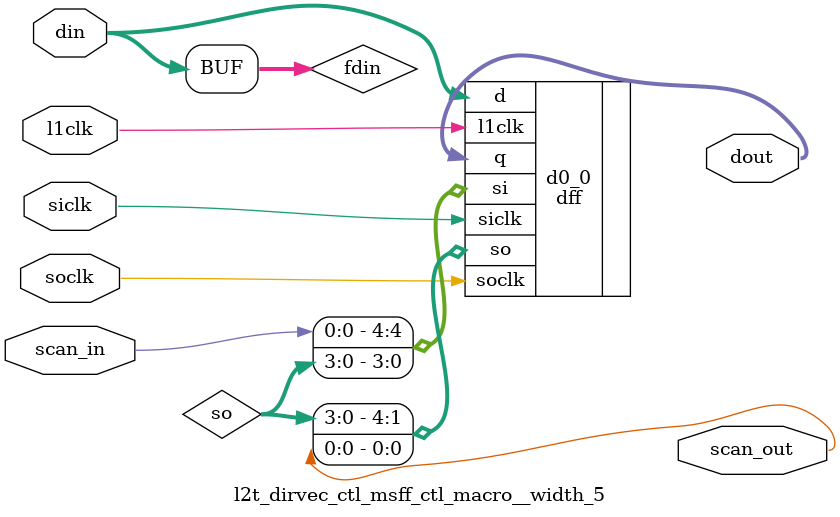
<source format=v>
module l2t_dirvec_ctl (
  scan_in, 
  tcu_pce_ov, 
  tcu_aclk, 
  tcu_bclk, 
  tcu_scan_en, 
  tcu_clk_stop, 
  arbadr_ncu_l2t_pm_n_dist, 
  arbadr_2bnk_true_enbld_dist, 
  arbadr_4bnk_true_enbld_dist, 
  io_cmp_sync_en, 
  ncu_spc0_core_enable_status, 
  ncu_spc1_core_enable_status, 
  ncu_spc2_core_enable_status, 
  ncu_spc3_core_enable_status, 
  ncu_spc4_core_enable_status, 
  ncu_spc5_core_enable_status, 
  ncu_spc6_core_enable_status, 
  ncu_spc7_core_enable_status, 
  ic_cam_hit, 
  dc_cam_hit, 
  oqu_sel_mux1_c6, 
  oqu_sel_mux2_c6, 
  oqu_sel_mux3_c6, 
  oqu_mux_vec_sel_c6, 
  sel_st_ack_c7, 
  st_ack_bmask, 
  arbadr_dirvec_addr3_c7, 
  arbadr_arbdp_line_addr_c7, 
  l2clk, 
  dirvec_dirdp_req_vec_c6, 
  dirvec_dirdp_way_info_c7, 
  dirvec_dirdp_inval_pckt_c7, 
  scan_out, 
  ic_cam_fail, 
  dc_cam_fail, 
  mb0_l2t_cambist);
wire stop;
wire pce_ov;
wire siclk;
wire soclk;
wire se;
wire ff_sync_en_scanin;
wire ff_sync_en_scanout;
wire io_cmp_sync_en_r1;
wire l1clk;
wire spares_scanin;
wire spares_scanout;
wire ff_ncu_signals_scanin;
wire ff_ncu_signals_scanout;
wire spc0_avl;
wire spc1_avl;
wire spc2_avl;
wire spc3_avl;
wire spc4_avl;
wire spc5_avl;
wire spc6_avl;
wire spc7_avl;
wire ff_staged_part_bank_scanin;
wire ff_staged_part_bank_scanout;
wire arbadr_ncu_l2t_pm_n;
wire arbadr_2bnk_true_enbld;
wire arbadr_4bnk_true_enbld;
wire arb_dirvec_cpu0_sel00;
wire arb_dirvec_cpu0_selbot;
wire arb_dirvec_cpu1_sel00_w;
wire arb_dirvec_cpu1_sel01_w;
wire arb_dirvec_cpu1_selbot_w;
wire arb_dirvec_cpu1_seltop_w;
wire arb_dirvec_cpu2_sel00_w;
wire arb_dirvec_cpu2_sel01_w;
wire arb_dirvec_cpu2_sel10_w;
wire arb_dirvec_cpu2_selbot_w;
wire arb_dirvec_cpu2_seltop_w;
wire arb_dirvec_cpu3_sel00_w;
wire arb_dirvec_cpu3_sel01_w;
wire arb_dirvec_cpu3_sel10_w;
wire arb_dirvec_cpu3_sel11_w;
wire arb_dirvec_cpu3_selbot_w;
wire arb_dirvec_cpu3_seltop_w;
wire arb_dirvec_cpu4_sel00_w;
wire arb_dirvec_cpu4_sel01_w;
wire arb_dirvec_cpu4_sel10_w;
wire arb_dirvec_cpu4_sel11_w;
wire arb_dirvec_cpu4_selbot_w;
wire arb_dirvec_cpu4_seltop_w;
wire arb_dirvec_cpu5_sel00_w;
wire arb_dirvec_cpu5_sel01_w;
wire arb_dirvec_cpu5_sel10_w;
wire arb_dirvec_cpu5_sel11_w;
wire arb_dirvec_cpu5_selbot_w;
wire arb_dirvec_cpu5_seltop_w;
wire arb_dirvec_cpu6_sel00_w;
wire arb_dirvec_cpu6_sel01_w;
wire arb_dirvec_cpu6_sel10_w;
wire arb_dirvec_cpu6_sel11_w;
wire arb_dirvec_cpu6_selbot_w;
wire arb_dirvec_cpu6_seltop_w;
wire arb_dirvec_cpu7_sel00_w;
wire arb_dirvec_cpu7_sel01_w;
wire arb_dirvec_cpu7_sel10_w;
wire arb_dirvec_cpu7_sel11_w;
wire arb_dirvec_cpu7_selbot_w;
wire arb_dirvec_cpu7_seltop_w;
wire ff_partial_bank_support_scanin;
wire ff_partial_bank_support_scanout;
wire arb_dirvec_cpu1_sel00;
wire arb_dirvec_cpu1_sel01;
wire arb_dirvec_cpu1_selbot;
wire arb_dirvec_cpu1_seltop;
wire arb_dirvec_cpu2_sel00;
wire arb_dirvec_cpu2_sel01;
wire arb_dirvec_cpu2_sel10;
wire arb_dirvec_cpu2_selbot;
wire arb_dirvec_cpu2_seltop;
wire arb_dirvec_cpu3_sel00;
wire arb_dirvec_cpu3_sel01;
wire arb_dirvec_cpu3_sel10;
wire arb_dirvec_cpu3_sel11;
wire arb_dirvec_cpu3_selbot;
wire arb_dirvec_cpu3_seltop;
wire arb_dirvec_cpu4_sel00;
wire arb_dirvec_cpu4_sel01;
wire arb_dirvec_cpu4_sel10;
wire arb_dirvec_cpu4_sel11;
wire arb_dirvec_cpu4_selbot;
wire arb_dirvec_cpu4_seltop;
wire arb_dirvec_cpu5_sel00;
wire arb_dirvec_cpu5_sel01;
wire arb_dirvec_cpu5_sel10;
wire arb_dirvec_cpu5_sel11;
wire arb_dirvec_cpu5_selbot;
wire arb_dirvec_cpu5_seltop;
wire arb_dirvec_cpu6_sel00;
wire arb_dirvec_cpu6_sel01;
wire arb_dirvec_cpu6_sel10;
wire arb_dirvec_cpu6_sel11;
wire arb_dirvec_cpu6_selbot;
wire arb_dirvec_cpu6_seltop;
wire arb_dirvec_cpu7_sel00;
wire arb_dirvec_cpu7_sel01;
wire arb_dirvec_cpu7_sel10;
wire arb_dirvec_cpu7_sel11;
wire arb_dirvec_cpu7_selbot;
wire arb_dirvec_cpu7_seltop;
wire sel_st_ack_c7_n;
wire arbadr_arbdp_line_addr_c7_5_n;
wire arbadr_arbdp_line_addr_c7_4_n;
wire ff_dirdp_inval_pckt_c7_slice0_scanin;
wire ff_dirdp_inval_pckt_c7_slice0_scanout;
wire ff_dirdp_inval_pckt_c7_slice1_scanin;
wire ff_dirdp_inval_pckt_c7_slice1_scanout;
wire ff_dirdp_inval_pckt_c7_slice2_scanin;
wire ff_dirdp_inval_pckt_c7_slice2_scanout;
wire ff_dirdp_inval_pckt_c7_slice3_scanin;
wire ff_dirdp_inval_pckt_c7_slice3_scanout;
wire [3:0] way_wayvld00_mux1_c6;
wire [2:0] way_wayvld01_mux1_c6;
wire [3:0] way_wayvld10_mux1_c6;
wire [2:0] way_wayvld11_mux1_c6;
wire [13:0] mux1_way_way_wayvld_stage1_din0;
wire [3:0] way_way_vld0_c6;
wire [2:0] way_way_vld32_c6;
wire [3:0] way_way_vld64_c6;
wire [2:0] way_way_vld96_c6;
wire [13:0] mux1_way_way_wayvld_stage1_din1;
wire [3:0] way_way_vld4_c6;
wire [2:0] way_way_vld36_c6;
wire [3:0] way_way_vld68_c6;
wire [2:0] way_way_vld100_c6;
wire [13:0] mux1_way_way_wayvld_stage1_din2;
wire [3:0] way_way_vld8_c6;
wire [2:0] way_way_vld40_c6;
wire [3:0] way_way_vld72_c6;
wire [2:0] way_way_vld104_c6;
wire [13:0] mux1_way_way_wayvld_stage1_din3;
wire [3:0] way_way_vld12_c6;
wire [2:0] way_way_vld44_c6;
wire [3:0] way_way_vld76_c6;
wire [2:0] way_way_vld108_c6;
wire [3:0] way_wayvld00_mux2_c6;
wire [2:0] way_wayvld01_mux2_c6;
wire [3:0] way_wayvld10_mux2_c6;
wire [2:0] way_wayvld11_mux2_c6;
wire [13:0] stage2_din0;
wire [3:0] way_way_vld16_c6;
wire [2:0] way_way_vld48_c6;
wire [3:0] way_way_vld80_c6;
wire [2:0] way_way_vld112_c6;
wire [13:0] stage2_din1;
wire [3:0] way_way_vld20_c6;
wire [2:0] way_way_vld52_c6;
wire [3:0] way_way_vld84_c6;
wire [2:0] way_way_vld116_c6;
wire [13:0] stage2_din2;
wire [3:0] way_way_vld24_c6;
wire [2:0] way_way_vld56_c6;
wire [3:0] way_way_vld88_c6;
wire [2:0] way_way_vld120_c6;
wire [13:0] stage2_din3;
wire [3:0] way_way_vld28_c6;
wire [2:0] way_way_vld60_c6;
wire [3:0] way_way_vld92_c6;
wire [2:0] way_way_vld124_c6;
wire [3:0] way_wayvld00_mux3_c6;
wire [2:0] way_wayvld01_mux3_c6;
wire [3:0] way_wayvld10_mux3_c6;
wire [2:0] way_wayvld11_mux3_c6;
wire oqu_sel_mux3_c6_n;
wire ff_dirvecdp_way_info_c7_scanin;
wire ff_dirvecdp_way_info_c7_scanout;
wire ff_dc_cam_hit_c52_4_scanin;
wire ff_dc_cam_hit_c52_4_scanout;
wire ff_dc_cam_hit_c52_3_scanin;
wire ff_dc_cam_hit_c52_3_scanout;
wire ff_dc_cam_hit_c52_2_scanin;
wire ff_dc_cam_hit_c52_2_scanout;
wire ff_dc_cam_hit_c52_1_scanin;
wire ff_dc_cam_hit_c52_1_scanout;
wire ff_dc_cam_hit_c6_4_scanin;
wire ff_dc_cam_hit_c6_4_scanout;
wire ff_dc_cam_hit_c6_3_scanin;
wire ff_dc_cam_hit_c6_3_scanout;
wire ff_dc_cam_hit_c6_2_scanin;
wire ff_dc_cam_hit_c6_2_scanout;
wire ff_dc_cam_hit_c6_1_scanin;
wire ff_dc_cam_hit_c6_1_scanout;
wire ff_ic_cam_hit_c52_1_scanin;
wire ff_ic_cam_hit_c52_1_scanout;
wire ff_ic_cam_hit_c52_3_scanin;
wire ff_ic_cam_hit_c52_3_scanout;
wire ff_ic_cam_hit_c6_1_scanin;
wire ff_ic_cam_hit_c6_1_scanout;
wire ff_ic_cam_hit_c6_3_scanin;
wire ff_ic_cam_hit_c6_3_scanout;
wire [3:0] enc_c_vec0;
wire [3:0] enc_c_vec4;
wire [3:0] enc_c_vec8;
wire [3:0] enc_c_vec12;
wire [3:0] enc_c_vec16;
wire [3:0] enc_c_vec20;
wire [3:0] enc_c_vec24;
wire [3:0] enc_c_vec28;
wire [1:0] enc_c_vec32_way_c6;
wire dc_dir_vec32_c6;
wire [1:0] enc_c_vec36_way_c6;
wire dc_dir_vec36_c6;
wire [1:0] enc_c_vec40_way_c6;
wire dc_dir_vec40_c6;
wire [1:0] enc_c_vec44_way_c6;
wire dc_dir_vec44_c6;
wire [1:0] enc_c_vec48_way_c6;
wire dc_dir_vec48_c6;
wire [1:0] enc_c_vec52_way_c6;
wire dc_dir_vec52_c6;
wire [1:0] enc_c_vec56_way_c6;
wire dc_dir_vec56_c6;
wire [1:0] enc_c_vec60_way_c6;
wire dc_dir_vec60_c6;
wire [3:0] enc_c_vec64;
wire [3:0] enc_c_vec68;
wire [3:0] enc_c_vec72;
wire [3:0] enc_c_vec76;
wire [3:0] enc_c_vec80;
wire [3:0] enc_c_vec84;
wire [3:0] enc_c_vec88;
wire [3:0] enc_c_vec92;
wire [1:0] enc_c_vec96_way_c6;
wire dc_dir_vec96_c6;
wire [1:0] enc_c_vec100_way_c6;
wire dc_dir_vec100_c6;
wire [1:0] enc_c_vec104_way_c6;
wire dc_dir_vec104_c6;
wire [1:0] enc_c_vec108_way_c6;
wire dc_dir_vec108_c6;
wire [1:0] enc_c_vec112_way_c6;
wire dc_dir_vec112_c6;
wire [1:0] enc_c_vec116_way_c6;
wire dc_dir_vec116_c6;
wire [1:0] enc_c_vec120_way_c6;
wire dc_dir_vec120_c6;
wire [1:0] enc_c_vec124_way_c6;
wire dc_dir_vec124_c6;
wire ff_ic_cam_hit_reg0_scanin;
wire ff_ic_cam_hit_reg0_scanout;
wire [127:0] ic_cam_hit_reg;
wire ff_ic_cam_hit_reg1_scanin;
wire ff_ic_cam_hit_reg1_scanout;
wire ff_dc_cam_hit_reg0_scanin;
wire ff_dc_cam_hit_reg0_scanout;
wire [127:0] dc_cam_hit_reg;
wire ff_dc_cam_hit_reg_scanin;
wire ff_dc_cam_hit_reg_scanout;
wire ic_cam_fail0;
wire ic_cam_fail1;
wire ic_cam_fail2;
wire ic_cam_fail3;
wire ff_cam_tst_failed11_scanin;
wire ff_cam_tst_failed11_scanout;
wire ic_cam_fail3_reg;
wire ic_cam_fail2_reg;
wire ic_cam_fail1_reg;
wire ic_cam_fail0_reg;
wire dc_cam_fail0;
wire dc_cam_fail1;
wire dc_cam_fail2;
wire dc_cam_fail3;
wire ff_cam_tst_failed00_scanin;
wire ff_cam_tst_failed00_scanout;
wire dc_cam_fail3_reg;
wire dc_cam_fail2_reg;
wire dc_cam_fail1_reg;
wire dc_cam_fail0_reg;
wire mb0_l2t_cambist_reg;
 
 
input scan_in; 

input           tcu_pce_ov;
input           tcu_aclk;
input           tcu_bclk;
input           tcu_scan_en;
input           tcu_clk_stop;

input           arbadr_ncu_l2t_pm_n_dist; //  BS 03/25/04 for partial bank/core modes support
input           arbadr_2bnk_true_enbld_dist;
input           arbadr_4bnk_true_enbld_dist;
//input  [2:0]    arbdec_arbdp_cpuid_c2;
input		io_cmp_sync_en;
input		ncu_spc0_core_enable_status;
input		ncu_spc1_core_enable_status;
input		ncu_spc2_core_enable_status;
input		ncu_spc3_core_enable_status;
input		ncu_spc4_core_enable_status;
input		ncu_spc5_core_enable_status;
input		ncu_spc6_core_enable_status;
input		ncu_spc7_core_enable_status;





//input           arb_dirvec_cpu0_sel00;// BS 03/25/04 for partial bank/core modes support
//input           arb_dirvec_cpu0_selbot;// BS 03/25/04 for partial bank/core modes support
//              
//input           arb_dirvec_cpu1_sel00;// BS 03/25/04 for partial bank/core modes support
//input		 arb_dirvec_cpu1_sel01;// BS 03/25/04 for partial bank/core modes support
//input		 arb_dirvec_cpu1_selbot;// BS 03/25/04 for partial bank/core modes support
//input		 arb_dirvec_cpu1_seltop;// BS 03/25/04 for partial bank/core modes support
//           
//input		 arb_dirvec_cpu2_sel00 ;// BS 03/25/04 for partial bank/core modes support
//input		 arb_dirvec_cpu2_sel01 ;// BS 03/25/04 for partial bank/core modes support
//input		 arb_dirvec_cpu2_sel10 ;// BS 03/25/04 for partial bank/core modes support
//input		 arb_dirvec_cpu2_selbot ;// BS 03/25/04 for partial bank/core modes support
//input		 arb_dirvec_cpu2_seltop ;// BS 03/25/04 for partial bank/core modes support
//           
//input		 arb_dirvec_cpu3_sel00 ;// BS 03/25/04 for partial bank/core modes support
//input		 arb_dirvec_cpu3_sel01 ;// BS 03/25/04 for partial bank/core modes support
//input		 arb_dirvec_cpu3_sel10 ;// BS 03/25/04 for partial bank/core modes support
//input		 arb_dirvec_cpu3_sel11 ;// BS 03/25/04 for partial bank/core modes support
//input		 arb_dirvec_cpu3_selbot ;// BS 03/25/04 for partial bank/core modes support
//input		 arb_dirvec_cpu3_seltop ;// BS 03/25/04 for partial bank/core modes support
//           
//input		 arb_dirvec_cpu4_sel00 ;// BS 03/25/04 for partial bank/core modes support
//input		 arb_dirvec_cpu4_sel01 ;// BS 03/25/04 for partial bank/core modes support
//input		 arb_dirvec_cpu4_sel10 ;// BS 03/25/04 for partial bank/core modes support
//input		 arb_dirvec_cpu4_sel11 ;// BS 03/25/04 for partial bank/core modes support
//input		 arb_dirvec_cpu4_selbot ;// BS 03/25/04 for partial bank/core modes support
//input		 arb_dirvec_cpu4_seltop ;// BS 03/25/04 for partial bank/core modes support
//     	
//input		arb_dirvec_cpu5_sel00 ;// BS 03/25/04 for partial bank/core modes support
//input   	arb_dirvec_cpu5_sel01 ;// BS 03/25/04 for partial bank/core modes support
//input		arb_dirvec_cpu5_sel10 ;// BS 03/25/04 for partial bank/core modes support
//input		arb_dirvec_cpu5_sel11 ;// BS 03/25/04 for partial bank/core modes support
//input		arb_dirvec_cpu5_selbot ;// BS 03/25/04 for partial bank/core modes support
//input		arb_dirvec_cpu5_seltop ;// BS 03/25/04 for partial bank/core modes support
//     	
//input   	arb_dirvec_cpu6_sel00 ;// BS 03/25/04 for partial bank/core modes support
//input		arb_dirvec_cpu6_sel01 ;// BS 03/25/04 for partial bank/core modes support
//input		arb_dirvec_cpu6_sel10 ;// BS 03/25/04 for partial bank/core modes support
//input		arb_dirvec_cpu6_sel11 ;// BS 03/25/04 for partial bank/core modes support
//input		arb_dirvec_cpu6_selbot ;// BS 03/25/04 for partial bank/core modes support
//input		arb_dirvec_cpu6_seltop ;// BS 03/25/04 for partial bank/core modes support
//     	
//input   	arb_dirvec_cpu7_sel00 ;// BS 03/25/04 for partial bank/core modes support
//input		arb_dirvec_cpu7_sel01 ;// BS 03/25/04 for partial bank/core modes support
//input		arb_dirvec_cpu7_sel10 ;// BS 03/25/04 for partial bank/core modes support
//input		arb_dirvec_cpu7_sel11 ;// BS 03/25/04 for partial bank/core modes support
//input		arb_dirvec_cpu7_selbot ;// BS 03/25/04 for partial bank/core modes support
//input		arb_dirvec_cpu7_seltop ;// BS 03/25/04 for partial bank/core modes support
     	
input   [127:0]  ic_cam_hit; 
input   [127:0]  dc_cam_hit; 
 
input   [  3:0]  oqu_sel_mux1_c6; 
input   [  3:0]  oqu_sel_mux2_c6; 
input            oqu_sel_mux3_c6; 
 
input   [  3:0]  oqu_mux_vec_sel_c6; 

input          sel_st_ack_c7;  // BS and SR 11/12/03 N2 Xbar Packet format change
input   [7:0]  st_ack_bmask; // BS and SR 11/12/03 N2 Xbar Packet format change
//input   [63:0] st_ack_data; // BS and SR 11/12/03 N2 Xbar Packet format change
			// BS and SR 12/22/03, store ack generation for diagnostic store
input          arbadr_dirvec_addr3_c7; // Bit 3 of address, BS and SR 11/12/03 N2 Xbar Packet format change
input	[5:4]	arbadr_arbdp_line_addr_c7; // Bit 5 & 4 of address to create Vack from Vinv

 
input            l2clk; 
 
output  [  7:0]  dirvec_dirdp_req_vec_c6; 
 
output  [  3:0]  dirvec_dirdp_way_info_c7; // BS and SR 11/18/03 Support for 8 way I$ 
output  [111:0]  dirvec_dirdp_inval_pckt_c7; 

output 		scan_out; 
// mbist

output	[1:0]	ic_cam_fail;
output	[1:0]	dc_cam_fail;
input		mb0_l2t_cambist;

assign stop = tcu_clk_stop;
assign pce_ov = tcu_pce_ov;
assign siclk = tcu_aclk;
assign soclk = tcu_bclk;
assign se = tcu_scan_en;
//assign muxtst = tcu_muxtest;



//assign scan_out = 1'b0;

wire [7:0] arb_cpuid_dec_c2;
wire       sel_bot_seg;
wire       sel_00;
wire       sel_01;
wire       sel_10;
wire       sel_11;
wire       sum0;
wire [1:0] sum01;
wire [1:0] sum012;
wire [2:0] sum0123,sum01234,sum012345,sum0123456;
wire [1:0] seg;
wire [2:0] arb_cpuid_c3,arb_cpuid_c4,arb_cpuid_c52;

 
wire    [3:0]    dirvec_vack1_ic_inv_0to3,dirvec_vack1_ic_inv_4to7,dirvec_vack1_ic_inv_8to11,dirvec_vack1_ic_inv_12to15;
wire    [3:0]    dirvec_vack1_ic_inv_16to19,dirvec_vack1_ic_inv_20to23,dirvec_vack1_ic_inv_24to27,dirvec_vack1_ic_inv_28to31;
wire    [3:0]    dirvec_vack3_ic_inv_0to3,dirvec_vack3_ic_inv_4to7,dirvec_vack3_ic_inv_8to11,dirvec_vack3_ic_inv_12to15;
wire    [3:0]    dirvec_vack3_ic_inv_16to19,dirvec_vack3_ic_inv_20to23,dirvec_vack3_ic_inv_24to27,dirvec_vack3_ic_inv_28to31;
 
wire    [31:0]   dirvec_dirdp_pckt_vack1_c7;
wire    [31:0]   dirvec_dirdp_pckt_vack3_c7;
wire    [127:0]  dc_cam_hit_c6; 
wire    [127:0]  ic_cam_hit_c6; 
wire    [127:0]  dc_cam_hit_c5; 
wire    [127:0]  dc_cam_hit_c52; // BS 03/11/04 extra cycle for mem access 
wire    [127:0]  ic_cam_hit_reorg_c5;  // BS and SR 11/18/03 Support for 8 way I$ 
wire    [127:0]  ic_cam_hit_reorg_c52; // BS 03/11/04 extra cycle for mem access
 
wire    [111:0]  dirdp_inval_pckt_c6; 
wire    [111:0]  dirvec_dirdp_inval_pckt_c7; 
wire    [111:0]  dirvec_dirdp_inval_pckt_c7_tmp; // BS and SR 11/12/03 N2 Xbar Packet format change
wire    [  3:0]  dirvecdp_way_info_c7; 

wire		sel_inv_pkt_vack0;
wire		sel_inv_pkt_vack1;
wire		sel_inv_pkt_vack2;
wire		sel_inv_pkt_vack3;
reg	[3:0]	dirvecdp_way_info_c6;
reg	[31:0]	dirvec_dirdp_inval_pckt_vack;
reg	[13:0]	mux1_way_way_wayvld_stage1_dout;
reg	[13:0]	stage2_dout;

//************************************************************************************ 
//   PARTIAL CORE SUPPORT
//************************************************************************************ 

l2t_dirvec_ctl_msff_ctl_macro__width_1 ff_sync_en 
	(
	.scan_in(ff_sync_en_scanin),
	.scan_out(ff_sync_en_scanout),
	.dout	(io_cmp_sync_en_r1),
	.din	(io_cmp_sync_en),
	.l1clk	(l1clk),
  .siclk(siclk),
  .soclk(soclk)
	);



//////////////////////////////////////////
// Spare gate insertion
//////////////////////////////////////////
l2t_dirvec_ctl_spare_ctl_macro__num_10 spares  (
        .scan_in(spares_scanin),
        .scan_out(spares_scanout),
        .l1clk  (l1clk),
  .siclk(siclk),
  .soclk(soclk)
);



l2t_dirvec_ctl_msff_ctl_macro__en_1__width_8 ff_ncu_signals 
	(
	.scan_in(ff_ncu_signals_scanin),
	.scan_out(ff_ncu_signals_scanout),
	.dout	({spc0_avl,
                  spc1_avl,
                  spc2_avl,
                  spc3_avl,
                  spc4_avl,
                  spc5_avl,
                  spc6_avl,
                  spc7_avl}),
	.din	({ ncu_spc0_core_enable_status,
                   ncu_spc1_core_enable_status,
                   ncu_spc2_core_enable_status,
                   ncu_spc3_core_enable_status,
                   ncu_spc4_core_enable_status,
                   ncu_spc5_core_enable_status,
                   ncu_spc6_core_enable_status,
                   ncu_spc7_core_enable_status}),
	.l1clk	(l1clk),
	.en	(io_cmp_sync_en_r1),
  .siclk(siclk),
  .soclk(soclk)
	);



l2t_dirvec_ctl_msff_ctl_macro__width_3 ff_staged_part_bank	
	(
	.scan_in(ff_staged_part_bank_scanin),
	.scan_out(ff_staged_part_bank_scanout),
	.dout	({arbadr_ncu_l2t_pm_n,
 		  arbadr_2bnk_true_enbld,
 		  arbadr_4bnk_true_enbld}),
	.din	({arbadr_ncu_l2t_pm_n_dist,
                  arbadr_2bnk_true_enbld_dist,
                  arbadr_4bnk_true_enbld_dist}),
	.l1clk	(l1clk),
  .siclk(siclk),
  .soclk(soclk)
	);


//assign arb_cpuid_dec_c2[0] = (arbdec_arbdp_cpuid_c2[2:0] == 3'b000);
//assign arb_cpuid_dec_c2[1] = (arbdec_arbdp_cpuid_c2[2:0] == 3'b001); 
//assign arb_cpuid_dec_c2[2] = (arbdec_arbdp_cpuid_c2[2:0] == 3'b010); 
//assign arb_cpuid_dec_c2[3] = (arbdec_arbdp_cpuid_c2[2:0] == 3'b011); 
//assign arb_cpuid_dec_c2[4] = (arbdec_arbdp_cpuid_c2[2:0] == 3'b100); 
//assign arb_cpuid_dec_c2[5] = (arbdec_arbdp_cpuid_c2[2:0] == 3'b101); 
//assign arb_cpuid_dec_c2[6] = (arbdec_arbdp_cpuid_c2[2:0] == 3'b110); 
//assign arb_cpuid_dec_c2[7] = (arbdec_arbdp_cpuid_c2[2:0] == 3'b111); 





assign sum01 = {1'b0,spc0_avl} + {1'b0,spc1_avl};
assign sum012 = {1'b0,spc0_avl} + {1'b0,spc1_avl} + {1'b0,spc2_avl};
assign sum0123 = {2'b00,spc0_avl} + {2'b00,spc1_avl} + {2'b00,spc2_avl} + {2'b00,spc3_avl};
assign sum01234 = {2'b00,spc0_avl} + {2'b00,spc1_avl} + {2'b00,spc2_avl} + {2'b00,spc3_avl} + {2'b00,spc4_avl};
assign sum012345 = {2'b00,spc0_avl} + {2'b00,spc1_avl} + {2'b00,spc2_avl} + {2'b00,spc3_avl} + {2'b00,spc4_avl} + {2'b00,spc5_avl};
assign sum0123456 = {2'b00,spc0_avl} + {2'b00,spc1_avl} + {2'b00,spc2_avl} + {2'b00,spc3_avl} + {2'b00,spc4_avl} + {2'b00,spc5_avl} 
                    + {2'b00,spc6_avl};

assign sum0 = spc0_avl;


//assign   sel_00 = sel_bot_seg;
//
//assign sel_bot_seg = (arb_cpuid_dec_c2[0]) | 
//                     (arb_cpuid_dec_c2[1] & (sum0 == 1'b0)) |
//                     (arb_cpuid_dec_c2[2] & (sum01 == 2'b00)) | 
//                     (arb_cpuid_dec_c2[3] & (sum012 == 2'b00)) | 
//                     (arb_cpuid_dec_c2[4] & (sum0123 == 3'b000)) | 
//                     (arb_cpuid_dec_c2[5] & (sum01234 == 3'b000)) |
//                     (arb_cpuid_dec_c2[6] & (sum012345 == 3'b000)) | 
//                     (arb_cpuid_dec_c2[7] & (sum0123456  == 3'b000)); 
//
//assign   sel_01 = (arb_cpuid_dec_c2[1] & (sum0 == 1'b1)) |
//                  (arb_cpuid_dec_c2[2] & (sum01 == 2'b01)) |
//                  (arb_cpuid_dec_c2[3] & (sum012 == 2'b01)) |
//                  (arb_cpuid_dec_c2[4] & (sum0123 == 3'b001)) |
//                  (arb_cpuid_dec_c2[5] & (sum01234 == 3'b001)) |
//                  (arb_cpuid_dec_c2[6] & (sum012345 == 3'b001)) |
//                  (arb_cpuid_dec_c2[7] & (sum0123456  == 3'b001));
//                 
//assign   sel_10 = (arb_cpuid_dec_c2[2] & (sum01 == 2'b10)) |
//                  (arb_cpuid_dec_c2[3] & (sum012 == 2'b10)) |
//                  (arb_cpuid_dec_c2[4] & (sum0123 == 3'b010)) |
//                  (arb_cpuid_dec_c2[5] & (sum01234 == 3'b010)) |
//                  (arb_cpuid_dec_c2[6] & (sum012345 == 3'b010)) |
//                  (arb_cpuid_dec_c2[7] & (sum0123456 == 3'b010));
//
//assign   sel_11 = (arb_cpuid_dec_c2[3] & (sum012 == 2'b11)) |
//                  (arb_cpuid_dec_c2[4] & (sum0123 == 3'b011)) |
//                  (arb_cpuid_dec_c2[5] & (sum01234 == 3'b011)) |
//                  (arb_cpuid_dec_c2[6] & (sum012345 == 3'b011)) |
//                  (arb_cpuid_dec_c2[7] & (sum0123456 == 3'b011)); 

assign arb_dirvec_cpu0_sel00 = arbadr_4bnk_true_enbld & sum0;
assign arb_dirvec_cpu0_selbot = arbadr_2bnk_true_enbld & sum0; // fix for bug 93049, had a typo here.
                                                               // should have been arbadr_2bnk_true_enbld
                                                               // instead of "arbadr_4bnk_true_enbld"

assign arb_dirvec_cpu1_sel00_w    = arbadr_4bnk_true_enbld & ~sum0 & (sum01==2'b01);
assign arb_dirvec_cpu1_sel01_w    = arbadr_4bnk_true_enbld & (sum01==2'b10);
assign arb_dirvec_cpu1_selbot_w   = arbadr_2bnk_true_enbld & ~sum0 & (sum01==2'b01);
assign arb_dirvec_cpu1_seltop_w   = arbadr_2bnk_true_enbld & (sum01==2'b10);
assign arb_dirvec_cpu2_sel00_w    = arbadr_4bnk_true_enbld & (sum01==2'b00) & (sum012 == 2'b01);
assign arb_dirvec_cpu2_sel01_w    = arbadr_4bnk_true_enbld & (sum01==2'b01) & (sum012 == 2'b10);
assign arb_dirvec_cpu2_sel10_w    = arbadr_4bnk_true_enbld & (sum01==2'b10) & (sum012 == 2'b11);
assign arb_dirvec_cpu2_selbot_w   = arbadr_2bnk_true_enbld & (sum01==2'b00) & (sum012 == 2'b01);
assign arb_dirvec_cpu2_seltop_w   = arbadr_2bnk_true_enbld & (sum01==2'b01) & (sum012 == 2'b10);
assign arb_dirvec_cpu3_sel00_w    = arbadr_4bnk_true_enbld & (sum012 == 2'b00) & (sum0123 == 3'b001);
assign arb_dirvec_cpu3_sel01_w    = arbadr_4bnk_true_enbld & (sum012 == 2'b01) & (sum0123 == 3'b010);
assign arb_dirvec_cpu3_sel10_w    = arbadr_4bnk_true_enbld & (sum012 == 2'b10) & (sum0123 == 3'b011);
assign arb_dirvec_cpu3_sel11_w    = arbadr_4bnk_true_enbld & (sum012 == 2'b11) & (sum0123 == 3'b100);
assign arb_dirvec_cpu3_selbot_w   = arbadr_2bnk_true_enbld & (sum012 == 2'b00) & (sum0123 == 3'b001);
assign arb_dirvec_cpu3_seltop_w   = arbadr_2bnk_true_enbld & (sum012 == 2'b01) & (sum0123 == 3'b010);
assign arb_dirvec_cpu4_sel00_w    = arbadr_4bnk_true_enbld & (sum0123 == 3'b000) & (sum01234 == 3'b001); 
assign arb_dirvec_cpu4_sel01_w    = arbadr_4bnk_true_enbld & (sum0123 == 3'b001) & (sum01234 == 3'b010); 
assign arb_dirvec_cpu4_sel10_w    = arbadr_4bnk_true_enbld & (sum0123 == 3'b010) & (sum01234 == 3'b011); 
assign arb_dirvec_cpu4_sel11_w    = arbadr_4bnk_true_enbld & (sum0123 == 3'b011) & (sum01234 == 3'b100);
assign arb_dirvec_cpu4_selbot_w   = arbadr_2bnk_true_enbld & (sum0123 == 3'b000) & (sum01234 == 3'b001); 
assign arb_dirvec_cpu4_seltop_w   = arbadr_2bnk_true_enbld & (sum0123 == 3'b001) & (sum01234 == 3'b010); 
assign arb_dirvec_cpu5_sel00_w    = arbadr_4bnk_true_enbld & (sum01234 == 3'b000) & (sum012345== 3'b001); 
assign arb_dirvec_cpu5_sel01_w    = arbadr_4bnk_true_enbld & (sum01234 == 3'b001) & (sum012345== 3'b010); 
assign arb_dirvec_cpu5_sel10_w    = arbadr_4bnk_true_enbld & (sum01234 == 3'b010) & (sum012345== 3'b011);
assign arb_dirvec_cpu5_sel11_w    = arbadr_4bnk_true_enbld & (sum01234 == 3'b011) & (sum012345== 3'b100);
assign arb_dirvec_cpu5_selbot_w   = arbadr_2bnk_true_enbld & (sum01234 == 3'b000) & (sum012345 == 3'b001); 
assign arb_dirvec_cpu5_seltop_w   = arbadr_2bnk_true_enbld & (sum01234 == 3'b001) & (sum012345 == 3'b010); 
assign arb_dirvec_cpu6_sel00_w    = arbadr_4bnk_true_enbld & (sum012345 == 3'b000) & (sum0123456 == 3'b001); 
assign arb_dirvec_cpu6_sel01_w    = arbadr_4bnk_true_enbld & (sum012345 == 3'b001) & (sum0123456 == 3'b010); 
assign arb_dirvec_cpu6_sel10_w    = arbadr_4bnk_true_enbld & (sum012345 == 3'b010) & (sum0123456 == 3'b011);
assign arb_dirvec_cpu6_sel11_w    = arbadr_4bnk_true_enbld & (sum012345 == 3'b011) & (sum0123456 == 3'b100);
assign arb_dirvec_cpu6_selbot_w   = arbadr_2bnk_true_enbld & (sum012345 == 3'b000) & (sum0123456 == 3'b001); 
assign arb_dirvec_cpu6_seltop_w   = arbadr_2bnk_true_enbld & (sum012345 == 3'b001) & (sum0123456 == 3'b010); 
assign arb_dirvec_cpu7_sel00_w    = arbadr_4bnk_true_enbld & (sum0123456 == 3'b000) & spc7_avl; 
assign arb_dirvec_cpu7_sel01_w    = arbadr_4bnk_true_enbld & (sum0123456 == 3'b001) & spc7_avl; 
assign arb_dirvec_cpu7_sel10_w    = arbadr_4bnk_true_enbld & (sum0123456 == 3'b010) & spc7_avl; 
assign arb_dirvec_cpu7_sel11_w    = arbadr_4bnk_true_enbld & (sum0123456 == 3'b011) & spc7_avl; 
assign arb_dirvec_cpu7_selbot_w   = arbadr_2bnk_true_enbld & (sum0123456 == 3'b000) & spc7_avl;
assign arb_dirvec_cpu7_seltop_w   = arbadr_2bnk_true_enbld & (sum0123456 == 3'b001) & spc7_avl;

l2t_dirvec_ctl_msff_ctl_macro__width_39 ff_partial_bank_support  
        (
        .scan_in(ff_partial_bank_support_scanin),
        .scan_out(ff_partial_bank_support_scanout),
        .din    ({ arb_dirvec_cpu1_sel00_w, arb_dirvec_cpu1_sel01_w,
                        arb_dirvec_cpu1_selbot_w, arb_dirvec_cpu1_seltop_w, arb_dirvec_cpu2_sel00_w,
                        arb_dirvec_cpu2_sel01_w, arb_dirvec_cpu2_sel10_w, arb_dirvec_cpu2_selbot_w,
                        arb_dirvec_cpu2_seltop_w, arb_dirvec_cpu3_sel00_w, arb_dirvec_cpu3_sel01_w,
                        arb_dirvec_cpu3_sel10_w, arb_dirvec_cpu3_sel11_w, arb_dirvec_cpu3_selbot_w,
                        arb_dirvec_cpu3_seltop_w, arb_dirvec_cpu4_sel00_w, arb_dirvec_cpu4_sel01_w,
                        arb_dirvec_cpu4_sel10_w, arb_dirvec_cpu4_sel11_w, arb_dirvec_cpu4_selbot_w,
                        arb_dirvec_cpu4_seltop_w, arb_dirvec_cpu5_sel00_w, arb_dirvec_cpu5_sel01_w,
                        arb_dirvec_cpu5_sel10_w, arb_dirvec_cpu5_sel11_w, arb_dirvec_cpu5_selbot_w,
                        arb_dirvec_cpu5_seltop_w, arb_dirvec_cpu6_sel00_w, arb_dirvec_cpu6_sel01_w,
                        arb_dirvec_cpu6_sel10_w, arb_dirvec_cpu6_sel11_w, arb_dirvec_cpu6_selbot_w,
                        arb_dirvec_cpu6_seltop_w, arb_dirvec_cpu7_sel00_w, arb_dirvec_cpu7_sel01_w,
                        arb_dirvec_cpu7_sel10_w, arb_dirvec_cpu7_sel11_w, arb_dirvec_cpu7_selbot_w,
                        arb_dirvec_cpu7_seltop_w}),
        .dout   ({ arb_dirvec_cpu1_sel00, arb_dirvec_cpu1_sel01,
                        arb_dirvec_cpu1_selbot, arb_dirvec_cpu1_seltop, arb_dirvec_cpu2_sel00,
                        arb_dirvec_cpu2_sel01, arb_dirvec_cpu2_sel10, arb_dirvec_cpu2_selbot,
                        arb_dirvec_cpu2_seltop, arb_dirvec_cpu3_sel00, arb_dirvec_cpu3_sel01,
                        arb_dirvec_cpu3_sel10, arb_dirvec_cpu3_sel11, arb_dirvec_cpu3_selbot,
                        arb_dirvec_cpu3_seltop, arb_dirvec_cpu4_sel00, arb_dirvec_cpu4_sel01,
                        arb_dirvec_cpu4_sel10, arb_dirvec_cpu4_sel11, arb_dirvec_cpu4_selbot,
                        arb_dirvec_cpu4_seltop, arb_dirvec_cpu5_sel00, arb_dirvec_cpu5_sel01,
                        arb_dirvec_cpu5_sel10, arb_dirvec_cpu5_sel11, arb_dirvec_cpu5_selbot,
                        arb_dirvec_cpu5_seltop, arb_dirvec_cpu6_sel00, arb_dirvec_cpu6_sel01,
                        arb_dirvec_cpu6_sel10, arb_dirvec_cpu6_sel11, arb_dirvec_cpu6_selbot,
                        arb_dirvec_cpu6_seltop, arb_dirvec_cpu7_sel00, arb_dirvec_cpu7_sel01,
                        arb_dirvec_cpu7_sel10, arb_dirvec_cpu7_sel11, arb_dirvec_cpu7_selbot,
                        arb_dirvec_cpu7_seltop}),
        .l1clk  (l1clk),
  .siclk(siclk),
  .soclk(soclk)
        );








//************************************************************************************ 
// FLOP INVAL PCKT TILL C6 
//************************************************************************************ 


// BS and SR 11/12/03 N2 Xbar Packet format change

   

l2t_dirvec_ctl_l1clkhdr_ctl_macro clkgen (
        .l2clk(l2clk),
        .l1en(1'b1 ),
        .l1clk(l1clk),
  .pce_ov(pce_ov),
  .stop(stop),
  .se(se));


assign sel_st_ack_c7_n = ~sel_st_ack_c7;

assign dirvec_dirdp_inval_pckt_c7[63:0] = dirvec_dirdp_inval_pckt_c7_tmp[63:0];

//mux_ctl_macro dirvec_dirdp_inval_pckt_c7_slice0_1 (width=32,ports=2,mux=aonpe)
//	(
//	.dout	(dirvec_dirdp_inval_pckt_c7[63:32]),
//	.din0	(dirvec_dirdp_inval_pckt_c7_tmp[63:32]),
//	.din1	(st_ack_data[63:32]), // BS and SR 12/22/03, store ack generation for diagnostic store
//	.sel0	(sel_st_ack_c7_n),
//	.sel1	(sel_st_ack_c7)
//	);
//
//mux_ctl_macro dirvec_dirdp_inval_pckt_c7_slice0_2     (width=32,ports=2,mux=aonpe)
//        (
//        .dout   (dirvec_dirdp_inval_pckt_c7[31:0]),
//        .din0   (dirvec_dirdp_inval_pckt_c7_tmp[31:0]),
//        .din1   (st_ack_data[31:0]), // BS and SR 12/22/03, store ack generation for diagnostic store
//        .sel0   (sel_st_ack_c7_n),
//        .sel1   (sel_st_ack_c7)
//        );
//	
////  BS and SR  1/29/04
////  Depnding on the address bits [5:4], the store ack bits[95:64] have to 
//  be appropriately picked from dirvec_dirdp_inval_pckt_c7_tmp[111:0]
//

//inv_macro inv_arbadr_arbdp_line_addr_c7_5 (width=1)
//        (
//        .dout   (arbadr_arbdp_line_addr_c7_5_n),
//        .din    (arbadr_arbdp_line_addr_c7[5])
//        );
//
//inv_macro inv_arbadr_arbdp_line_addr_c7_4 (width=1)
//        (
//        .dout   (arbadr_arbdp_line_addr_c7_4_n),
//        .din    (arbadr_arbdp_line_addr_c7[4])
//        );
//
//and_macro and_sel_inv_pkt_vack0 (width=1,ports=2)
//	(
//	.dout	(sel_inv_pkt_vack0),
//	.din0	(arbadr_arbdp_line_addr_c7_5_n),
//	.din1	(arbadr_arbdp_line_addr_c7_4_n)
//	);
//
//and_macro and_sel_inv_pkt_vack1 (width=1,ports=2)
//        (
//        .dout   (sel_inv_pkt_vack1),
//        .din0   (arbadr_arbdp_line_addr_c7_5_n),
//        .din1   (arbadr_arbdp_line_addr_c7[4])
//        );
//
//and_macro and_sel_inv_pkt_vack2 (width=1,ports=2)
//        (
//        .dout   (sel_inv_pkt_vack2),
//        .din0   (arbadr_arbdp_line_addr_c7[5]),
//        .din1   (arbadr_arbdp_line_addr_c7_4_n)
//        );
//
//and_macro and_sel_inv_pkt_vack3 (width=1,ports=2)
//        (
//        .dout   (sel_inv_pkt_vack3),
//        .din0   (arbadr_arbdp_line_addr_c7[5]),
//        .din1   (arbadr_arbdp_line_addr_c7[4])
//        );

assign arbadr_arbdp_line_addr_c7_5_n = ~arbadr_arbdp_line_addr_c7[5];
assign arbadr_arbdp_line_addr_c7_4_n = ~arbadr_arbdp_line_addr_c7[4];
assign sel_inv_pkt_vack0 = arbadr_arbdp_line_addr_c7_5_n & arbadr_arbdp_line_addr_c7_4_n;
assign sel_inv_pkt_vack1 = arbadr_arbdp_line_addr_c7_5_n & arbadr_arbdp_line_addr_c7[4];
assign sel_inv_pkt_vack2 = arbadr_arbdp_line_addr_c7[5] & arbadr_arbdp_line_addr_c7_4_n;
assign sel_inv_pkt_vack3 = arbadr_arbdp_line_addr_c7[5] & arbadr_arbdp_line_addr_c7[4]; 

// BS 03/25/04
// fix for bugs 80709 and 81416 ::
// since icache stores can come with PA[5:4] = 01 or 11, (i.e 16 bytes aligned), we
// still need to invalidate all copies in L1's. hence if I$ Dir hit is high,
//  we choose dirvec_dirdp_inval_pckt_c7_tmp[87:56] in case of PA[5:4] == 11, and
// dirvec_dirdp_inval_pckt_c7_tmp[31:0] in case of PA[5:4] == 01 to be
// driven out on dirvec_dirdp_pckt_vack1_c7[31:0], otherwise result of D$ DIR CAM
// for PA[5:4] == 11 and 01 get driven out.
 

// bits 3:0 for <5:4> = 01
//and_macro dirvec_vack1_ic_inv_0to3_slice (width=4,ports=2)
//      (
//       .dout(dirvec_vack1_ic_inv_0to3[3:0]),
//       .din0(dirvec_dirdp_inval_pckt_c7_tmp[3:0]),
//       .din1({4{dirvec_dirdp_inval_pckt_c7_tmp[0]}}) // cpu 0  I$ inval true for <5> = 0
//       );

assign dirvec_vack1_ic_inv_0to3[3:0] = dirvec_dirdp_inval_pckt_c7_tmp[3:0] & ({4{dirvec_dirdp_inval_pckt_c7_tmp[0]}});

//or_macro dirvec_vack1_0to3_slice (width=4,ports=2)
//      (
//       .dout(dirvec_dirdp_pckt_vack1_c7[3:0]),
//       .din0(dirvec_vack1_ic_inv_0to3[3:0]),
//       .din1({dirvec_dirdp_inval_pckt_c7_tmp[34:32],1'b0}) // cpu 0 D$ inval for <5:4> = 01, if true
//      );


assign dirvec_dirdp_pckt_vack1_c7[3:0] = dirvec_vack1_ic_inv_0to3[3:0] | 
				{dirvec_dirdp_inval_pckt_c7_tmp[34:32],1'b0};



//// bits 7:4 for <5:4> = 01
//and_macro dirvec_vack1_ic_inv_4to7_slice (width=4,ports=2)
//      (
//       .dout(dirvec_vack1_ic_inv_4to7[3:0]),
//       .din0(dirvec_dirdp_inval_pckt_c7_tmp[7:4]),
//       .din1({4{dirvec_dirdp_inval_pckt_c7_tmp[4]}}) // cpu 1  I$ inval true for <5> = 0
//       );
//
//or_macro dirvec_vack1_4to7_slice (width=4,ports=2)
//      (
//       .dout(dirvec_dirdp_pckt_vack1_c7[7:4]),
//       .din0(dirvec_vack1_ic_inv_4to7[3:0]),
//       .din1({dirvec_dirdp_inval_pckt_c7_tmp[37:35],1'b0}) // cpu 1 D$ inval for <5:4> = 01, if true
//      );

assign dirvec_vack1_ic_inv_4to7[3:0] = dirvec_dirdp_inval_pckt_c7_tmp[7:4] & 
					({4{dirvec_dirdp_inval_pckt_c7_tmp[4]}});

assign dirvec_dirdp_pckt_vack1_c7[7:4] = dirvec_vack1_ic_inv_4to7[3:0] | 
					({dirvec_dirdp_inval_pckt_c7_tmp[37:35],1'b0});


//// bits 11:8 for <5:4> = 01
//and_macro dirvec_vack1_ic_inv_8to11_slice (width=4,ports=2)
//      (
//       .dout(dirvec_vack1_ic_inv_8to11[3:0]),
//       .din0(dirvec_dirdp_inval_pckt_c7_tmp[11:8]),
//       .din1({4{dirvec_dirdp_inval_pckt_c7_tmp[8]}}) // cpu 2  I$ inval true for <5> = 0
//       );
//
//or_macro dirvec_vack1_8to11_slice (width=4,ports=2)
//      (
//       .dout(dirvec_dirdp_pckt_vack1_c7[11:8]),
//       .din0(dirvec_vack1_ic_inv_8to11[3:0]),
//       .din1({dirvec_dirdp_inval_pckt_c7_tmp[40:38],1'b0}) // cpu 2 D$ inval for <5:4> = 01, if true
//      );

assign dirvec_vack1_ic_inv_8to11[3:0] = dirvec_dirdp_inval_pckt_c7_tmp[11:8] & 
				({4{dirvec_dirdp_inval_pckt_c7_tmp[8]}});

assign dirvec_dirdp_pckt_vack1_c7[11:8] = dirvec_vack1_ic_inv_8to11[3:0] | 
					({dirvec_dirdp_inval_pckt_c7_tmp[40:38],1'b0});


//// bits 15:12 for <5:4> = 01
//and_macro dirvec_vack1_ic_inv_12to15_slice (width=4,ports=2)
//      (
//       .dout(dirvec_vack1_ic_inv_12to15[3:0]),
//       .din0(dirvec_dirdp_inval_pckt_c7_tmp[15:12]),
//       .din1({4{dirvec_dirdp_inval_pckt_c7_tmp[12]}}) // cpu 3  I$ inval true for <5> = 0
//       );
//
//or_macro dirvec_vack1_12to15_slice (width=4,ports=2)
//      (
//       .dout(dirvec_dirdp_pckt_vack1_c7[15:12]),
//       .din0(dirvec_vack1_ic_inv_12to15[3:0]),
//       .din1({dirvec_dirdp_inval_pckt_c7_tmp[43:41],1'b0}) // cpu 3 D$ inval for <5:4> = 01, if true
//      );

assign dirvec_vack1_ic_inv_12to15[3:0] = dirvec_dirdp_inval_pckt_c7_tmp[15:12] & 
				({4{dirvec_dirdp_inval_pckt_c7_tmp[12]}});

assign dirvec_dirdp_pckt_vack1_c7[15:12] = dirvec_vack1_ic_inv_12to15[3:0] |
				({dirvec_dirdp_inval_pckt_c7_tmp[43:41],1'b0});

//// bits 19:16 for <5:4> = 01
//and_macro dirvec_vack1_ic_inv_16to19_slice (width=4,ports=2)
//      (
//       .dout(dirvec_vack1_ic_inv_16to19[3:0]),
//       .din0(dirvec_dirdp_inval_pckt_c7_tmp[19:16]),
//       .din1({4{dirvec_dirdp_inval_pckt_c7_tmp[16]}}) // cpu 4  I$ inval true for <5> = 0
//       );
//
//or_macro dirvec_vack1_16to19_slice (width=4,ports=2)
//      (
//       .dout(dirvec_dirdp_pckt_vack1_c7[19:16]),
//       .din0(dirvec_vack1_ic_inv_16to19[3:0]),
//       .din1({dirvec_dirdp_inval_pckt_c7_tmp[46:44],1'b0}) // cpu 4 D$ inval for <5:4> = 01, if true
//      );

assign dirvec_vack1_ic_inv_16to19[3:0] = dirvec_dirdp_inval_pckt_c7_tmp[19:16] &
		({4{dirvec_dirdp_inval_pckt_c7_tmp[16]}});

assign dirvec_dirdp_pckt_vack1_c7[19:16] = dirvec_vack1_ic_inv_16to19[3:0] | 
			({dirvec_dirdp_inval_pckt_c7_tmp[46:44],1'b0});

//// bits 23:20 for <5:4> = 01
//and_macro dirvec_vack1_ic_inv_20to23_slice (width=4,ports=2)
//      (
//       .dout(dirvec_vack1_ic_inv_20to23[3:0]),
//       .din0(dirvec_dirdp_inval_pckt_c7_tmp[23:20]),
//       .din1({4{dirvec_dirdp_inval_pckt_c7_tmp[20]}}) // cpu 5  I$ inval true for <5> = 0
//       );
//
//or_macro dirvec_vack1_20to23_slice (width=4,ports=2)
//      (
//       .dout(dirvec_dirdp_pckt_vack1_c7[23:20]),
//       .din0(dirvec_vack1_ic_inv_20to23[3:0]),
//       .din1({dirvec_dirdp_inval_pckt_c7_tmp[49:47],1'b0}) // cpu 5 D$ inval for <5:4> = 01, if true
//      );

assign dirvec_vack1_ic_inv_20to23[3:0] = dirvec_dirdp_inval_pckt_c7_tmp[23:20] &
				({4{dirvec_dirdp_inval_pckt_c7_tmp[20]}});

assign dirvec_dirdp_pckt_vack1_c7[23:20] = dirvec_vack1_ic_inv_20to23[3:0] |
				({dirvec_dirdp_inval_pckt_c7_tmp[49:47],1'b0});

//// bits 27:24 for <5:4> = 01
//and_macro dirvec_vack1_ic_inv_24to27_slice (width=4,ports=2)
//      (
//       .dout(dirvec_vack1_ic_inv_24to27[3:0]),
//       .din0(dirvec_dirdp_inval_pckt_c7_tmp[27:24]),
//       .din1({4{dirvec_dirdp_inval_pckt_c7_tmp[24]}}) // cpu 6  I$ inval true for <5> = 0
//       );
//
//or_macro dirvec_vack1_24to27_slice (width=4,ports=2)
//      (
//       .dout(dirvec_dirdp_pckt_vack1_c7[27:24]),
//       .din0(dirvec_vack1_ic_inv_24to27[3:0]),
//       .din1({dirvec_dirdp_inval_pckt_c7_tmp[52:50],1'b0}) // cpu 6 D$ inval for <5:4> = 01, if true
//      );

assign dirvec_vack1_ic_inv_24to27[3:0] = dirvec_dirdp_inval_pckt_c7_tmp[27:24] &
				({4{dirvec_dirdp_inval_pckt_c7_tmp[24]}});

assign dirvec_dirdp_pckt_vack1_c7[27:24] = dirvec_vack1_ic_inv_24to27[3:0] |
			({dirvec_dirdp_inval_pckt_c7_tmp[52:50],1'b0});

//// bits 31:28 for <5:4> = 01
//and_macro dirvec_vack1_ic_inv_28to31_slice (width=4,ports=2)
//      (
//       .dout(dirvec_vack1_ic_inv_28to31[3:0]),
//       .din0(dirvec_dirdp_inval_pckt_c7_tmp[31:28]),
//       .din1({4{dirvec_dirdp_inval_pckt_c7_tmp[28]}}) // cpu 7  I$ inval true for <5> = 0
//       );
//
//or_macro dirvec_vack1_28to31_slice (width=4,ports=2)
//      (
//       .dout(dirvec_dirdp_pckt_vack1_c7[31:28]),
//       .din0(dirvec_vack1_ic_inv_28to31[3:0]),
//       .din1({dirvec_dirdp_inval_pckt_c7_tmp[55:53],1'b0}) // cpu 7 D$ inval for <5:4> = 01, if true
//      );


assign dirvec_vack1_ic_inv_28to31[3:0] = dirvec_dirdp_inval_pckt_c7_tmp[31:28] &
				({4{dirvec_dirdp_inval_pckt_c7_tmp[28]}});
assign dirvec_dirdp_pckt_vack1_c7[31:28] = dirvec_vack1_ic_inv_28to31[3:0] | 
				({dirvec_dirdp_inval_pckt_c7_tmp[55:53],1'b0});

//
//// bits 3:0 for <5:4> = 11
//and_macro dirvec_vack3_ic_inv_0to3_slice (width=4,ports=2)
//      (
//       .dout(dirvec_vack3_ic_inv_0to3[3:0]),
//       .din0(dirvec_dirdp_inval_pckt_c7_tmp[59:56]),
//       .din1({4{dirvec_dirdp_inval_pckt_c7_tmp[56]}}) // cpu 0  I$ inval true for <5> = 1
//       );
//
//or_macro dirvec_vack3_0to3_slice (width=4,ports=2)
//      (
//       .dout(dirvec_dirdp_pckt_vack3_c7[3:0]),
//       .din0(dirvec_vack3_ic_inv_0to3[3:0]),
//       .din1({dirvec_dirdp_inval_pckt_c7_tmp[90:88],1'b0}) // cpu 0 D$ inval for <5:4> = 11, if true
//      );


assign dirvec_vack3_ic_inv_0to3[3:0] = dirvec_dirdp_inval_pckt_c7_tmp[59:56] &
			({4{dirvec_dirdp_inval_pckt_c7_tmp[56]}});
assign dirvec_dirdp_pckt_vack3_c7[3:0] = dirvec_vack3_ic_inv_0to3[3:0] |
			({dirvec_dirdp_inval_pckt_c7_tmp[90:88],1'b0});


//// bits 7:4 for <5:4> = 11
//and_macro dirvec_vack3_ic_inv_4to7_slice (width=4,ports=2)
//      (
//       .dout(dirvec_vack3_ic_inv_4to7[3:0]),
//       .din0(dirvec_dirdp_inval_pckt_c7_tmp[63:60]),
//       .din1({4{dirvec_dirdp_inval_pckt_c7_tmp[60]}}) // cpu 1  I$ inval true for <5> = 1
//       );
//
//or_macro dirvec_vack3_4to7_slice (width=4,ports=2)
//      (
//       .dout(dirvec_dirdp_pckt_vack3_c7[7:4]),
//       .din0(dirvec_vack3_ic_inv_4to7[3:0]),
//       .din1({dirvec_dirdp_inval_pckt_c7_tmp[93:91],1'b0}) // cpu 1 D$ inval for <5:4> = 11, if true
//      );

assign dirvec_vack3_ic_inv_4to7[3:0] = dirvec_dirdp_inval_pckt_c7_tmp[63:60] &
			({4{dirvec_dirdp_inval_pckt_c7_tmp[60]}});
assign dirvec_dirdp_pckt_vack3_c7[7:4] = dirvec_vack3_ic_inv_4to7[3:0] | 
			({dirvec_dirdp_inval_pckt_c7_tmp[93:91],1'b0});

//// bits 11:8 for <5:4> = 11
//and_macro dirvec_vack3_ic_inv_8to11_slice (width=4,ports=2)
//      (
//       .dout(dirvec_vack3_ic_inv_8to11[3:0]),
//       .din0(dirvec_dirdp_inval_pckt_c7_tmp[67:64]),
//       .din1({4{dirvec_dirdp_inval_pckt_c7_tmp[64]}}) // cpu 2  I$ inval true for <5> = 1
//       );
//
//or_macro dirvec_vack3_8to11_slice (width=4,ports=2)
//      (
//       .dout(dirvec_dirdp_pckt_vack3_c7[11:8]),
//       .din0(dirvec_vack3_ic_inv_8to11[3:0]),
//       .din1({dirvec_dirdp_inval_pckt_c7_tmp[96:94],1'b0}) // cpu 2 D$ inval for <5:4> = 11, if true
//      );

assign dirvec_vack3_ic_inv_8to11[3:0] = dirvec_dirdp_inval_pckt_c7_tmp[67:64] &
			({4{dirvec_dirdp_inval_pckt_c7_tmp[64]}});
assign dirvec_dirdp_pckt_vack3_c7[11:8] = dirvec_vack3_ic_inv_8to11[3:0] |
			({dirvec_dirdp_inval_pckt_c7_tmp[96:94],1'b0}) ;

//// bits 15:12 for <5:4> = 11
//and_macro dirvec_vack3_ic_inv_12to15_slice (width=4,ports=2)
//      (
//       .dout(dirvec_vack3_ic_inv_12to15[3:0]),
//       .din0(dirvec_dirdp_inval_pckt_c7_tmp[71:68]),
//       .din1({4{dirvec_dirdp_inval_pckt_c7_tmp[68]}}) // cpu 3  I$ inval true for <5> = 1
//       );
//
//or_macro dirvec_vack3_12to15_slice (width=4,ports=2)
//      (
//       .dout(dirvec_dirdp_pckt_vack3_c7[15:12]),
//       .din0(dirvec_vack3_ic_inv_12to15[3:0]),
//       .din1({dirvec_dirdp_inval_pckt_c7_tmp[99:97],1'b0}) // cpu 3 D$ inval for <5:4> = 11, if true
//      );

assign dirvec_vack3_ic_inv_12to15[3:0] = dirvec_dirdp_inval_pckt_c7_tmp[71:68] &
			({4{dirvec_dirdp_inval_pckt_c7_tmp[68]}});
assign dirvec_dirdp_pckt_vack3_c7[15:12] = dirvec_vack3_ic_inv_12to15[3:0] |
		({dirvec_dirdp_inval_pckt_c7_tmp[99:97],1'b0});


/// bits 19:16 for <5:4> = 11
//and_macro dirvec_vack3_ic_inv_16to19_slice (width=4,ports=2)
//      (
//       .dout(dirvec_vack3_ic_inv_16to19[3:0]),
//       .din0(dirvec_dirdp_inval_pckt_c7_tmp[75:72]),
//       .din1({4{dirvec_dirdp_inval_pckt_c7_tmp[72]}}) // cpu 4  I$ inval true for <5> = 1
//       );
//
//or_macro dirvec_vack3_16to19_slice (width=4,ports=2)
//      (
//       .dout(dirvec_dirdp_pckt_vack3_c7[19:16]),
//       .din0(dirvec_vack3_ic_inv_16to19[3:0]),
//       .din1({dirvec_dirdp_inval_pckt_c7_tmp[102:100],1'b0}) // cpu 4 D$ inval for <5:4> = 11, if true
//      );

assign dirvec_vack3_ic_inv_16to19[3:0] = dirvec_dirdp_inval_pckt_c7_tmp[75:72] &
		({4{dirvec_dirdp_inval_pckt_c7_tmp[72]}});
assign dirvec_dirdp_pckt_vack3_c7[19:16] = dirvec_vack3_ic_inv_16to19[3:0] |
			({dirvec_dirdp_inval_pckt_c7_tmp[102:100],1'b0});

//// bits 23:20 for <5:4> = 11
//and_macro dirvec_vack3_ic_inv_20to23_slice (width=4,ports=2)
//      (
//       .dout(dirvec_vack3_ic_inv_20to23[3:0]),
//       .din0(dirvec_dirdp_inval_pckt_c7_tmp[79:76]),
//       .din1({4{dirvec_dirdp_inval_pckt_c7_tmp[76]}}) // cpu 5  I$ inval true for <5> = 1
//       );
//
//or_macro dirvec_vack3_20to23_slice (width=4,ports=2)
//      (
//       .dout(dirvec_dirdp_pckt_vack3_c7[23:20]),
//       .din0(dirvec_vack3_ic_inv_20to23[3:0]),
//       .din1({dirvec_dirdp_inval_pckt_c7_tmp[105:103],1'b0}) // cpu 5 D$ inval for <5:4> = 11, if true
//      );

assign dirvec_vack3_ic_inv_20to23[3:0] = dirvec_dirdp_inval_pckt_c7_tmp[79:76] &
			({4{dirvec_dirdp_inval_pckt_c7_tmp[76]}});
assign dirvec_dirdp_pckt_vack3_c7[23:20] = dirvec_vack3_ic_inv_20to23[3:0] |
			({dirvec_dirdp_inval_pckt_c7_tmp[105:103],1'b0});

//// bits 27:24 for <5:4> = 11
//and_macro dirvec_vack3_ic_inv_24to27_slice (width=4,ports=2)
//      (
//       .dout(dirvec_vack3_ic_inv_24to27[3:0]),
//       .din0(dirvec_dirdp_inval_pckt_c7_tmp[83:80]),
//       .din1({4{dirvec_dirdp_inval_pckt_c7_tmp[80]}}) // cpu 6  I$ inval true for <5> = 1
//       );
//
//or_macro dirvec_vack3_24to27_slice (width=4,ports=2)
//      (
//       .dout(dirvec_dirdp_pckt_vack3_c7[27:24]),
//       .din0(dirvec_vack3_ic_inv_24to27[3:0]),
//       .din1({dirvec_dirdp_inval_pckt_c7_tmp[108:106],1'b0}) // cpu 6 D$ inval for <5:4> = 11, if true
//      );

assign dirvec_vack3_ic_inv_24to27[3:0] = dirvec_dirdp_inval_pckt_c7_tmp[83:80] &
			({4{dirvec_dirdp_inval_pckt_c7_tmp[80]}});
assign dirvec_dirdp_pckt_vack3_c7[27:24] = dirvec_vack3_ic_inv_24to27[3:0] |
			({dirvec_dirdp_inval_pckt_c7_tmp[108:106],1'b0});

//// bits 31:28 for <5:4> = 11
//and_macro dirvec_vack3_ic_inv_28to31_slice (width=4,ports=2)
//      (
//       .dout(dirvec_vack3_ic_inv_28to31[3:0]),
//       .din0(dirvec_dirdp_inval_pckt_c7_tmp[87:84]),
//       .din1({4{dirvec_dirdp_inval_pckt_c7_tmp[84]}}) // cpu 7  I$ inval true for <5> = 1
//       );
//
//or_macro dirvec_vack3_28to31_slice (width=4,ports=2)
//      (
//       .dout(dirvec_dirdp_pckt_vack3_c7[31:28]),
//       .din0(dirvec_vack3_ic_inv_28to31[3:0]),
//       .din1({dirvec_dirdp_inval_pckt_c7_tmp[111:109],1'b0}) // cpu 7 D$ inval for <5:4> = 11, if true
//      );

assign dirvec_vack3_ic_inv_28to31[3:0] = dirvec_dirdp_inval_pckt_c7_tmp[87:84] &
			({4{dirvec_dirdp_inval_pckt_c7_tmp[84]}});
assign dirvec_dirdp_pckt_vack3_c7[31:28] = dirvec_vack3_ic_inv_28to31[3:0] |
		({dirvec_dirdp_inval_pckt_c7_tmp[111:109],1'b0});

//mux_ctl_macro dirvec_dirdp_inval_pckt_Vack_slice	(width=32,ports=4,mux=pgnpe)
//	(
//	.dout	(dirvec_dirdp_inval_pckt_vack[31:0]),
//	.din0	(dirvec_dirdp_inval_pckt_c7_tmp[31:0]),
//	.din1	(dirvec_dirdp_pckt_vack1_c7[31:0]),
//	.din2	(dirvec_dirdp_inval_pckt_c7_tmp[87:56]),
//	.din3	(dirvec_dirdp_pckt_vack3_c7[31:0]),
//	.sel0	( sel_inv_pkt_vack0 ),
//	.sel1	( sel_inv_pkt_vack1 ),
//	.sel2	( sel_inv_pkt_vack2 ),
//	.sel3	( sel_inv_pkt_vack3 )
//	);


always@(dirvec_dirdp_inval_pckt_c7_tmp or dirvec_dirdp_pckt_vack1_c7 or dirvec_dirdp_inval_pckt_c7_tmp 
	or dirvec_dirdp_pckt_vack3_c7 or sel_inv_pkt_vack0 or sel_inv_pkt_vack1 or sel_inv_pkt_vack2
	 or sel_inv_pkt_vack3)
begin
case({sel_inv_pkt_vack3,sel_inv_pkt_vack2,sel_inv_pkt_vack1,sel_inv_pkt_vack0}) // synopsys parallel_case full_case
4'b0001	:	dirvec_dirdp_inval_pckt_vack[31:0] = dirvec_dirdp_inval_pckt_c7_tmp[31:0];
4'b0010	:	dirvec_dirdp_inval_pckt_vack[31:0] = dirvec_dirdp_pckt_vack1_c7[31:0];
4'b0100	:	dirvec_dirdp_inval_pckt_vack[31:0] = dirvec_dirdp_inval_pckt_c7_tmp[87:56];
4'b1000	:	dirvec_dirdp_inval_pckt_vack[31:0] = dirvec_dirdp_pckt_vack3_c7[31:0];
endcase
end



l2t_dirvec_ctl_mux_ctl_macro__mux_aonpe__ports_2__width_24 dirvec_dirdp_inval_pckt_c7_slice1_1 
        (
        .dout   (dirvec_dirdp_inval_pckt_c7[111:88]),
        .din0   (dirvec_dirdp_inval_pckt_c7_tmp[111:88]),
        .din1   ({7'b0,arbadr_dirvec_addr3_c7,st_ack_bmask[7:0],
                        dirvec_dirdp_inval_pckt_vack[31:24]}),
        .sel0   (sel_st_ack_c7_n),
        .sel1   (sel_st_ack_c7)
        );

l2t_dirvec_ctl_mux_ctl_macro__mux_aonpe__ports_2__width_24 dirvec_dirdp_inval_pckt_c7_slice1_2 
        (
        .dout   (dirvec_dirdp_inval_pckt_c7[87:64]),
        .din0   (dirvec_dirdp_inval_pckt_c7_tmp[87:64]),
        .din1   (dirvec_dirdp_inval_pckt_vack[23:0]),
        .sel0   (sel_st_ack_c7_n),
        .sel1   (sel_st_ack_c7)
        );



//msff_ctl_macro ff_dirdp_inval_pckt_c7_slice0_1 (width=32)
//                             (.din(dirdp_inval_pckt_c6[63:32]), 
//                              .scan_in(ff_dirdp_inval_pckt_c7_slice0_1_scanin),
//                              .scan_out(ff_dirdp_inval_pckt_c7_slice0_1_scanout),
//                              .l1clk(l1clk), 
//                              .dout(dirvec_dirdp_inval_pckt_c7_tmp[63:32]), 
//                              
//                              
//); 
//
//msff_ctl_macro ff_dirdp_inval_pckt_c7_slice0_2 (width=32,stack=32r)
//                             (.din(dirdp_inval_pckt_c6[31:0]),
//                              .scan_in(ff_dirdp_inval_pckt_c7_slice0_2_scanin),
//                              .scan_out(ff_dirdp_inval_pckt_c7_slice0_2_scanout),
//                              .l1clk(l1clk),
//                              .dout(dirvec_dirdp_inval_pckt_c7_tmp[31:0]),
//
//
//);
//
//msff_ctl_macro ff_dirdp_inval_pckt_c7_slice1_1 (width=24,stack=24r)
//                             (.din(dirdp_inval_pckt_c6[111:88]),
//                              .scan_in(ff_dirdp_inval_pckt_c7_slice1_1_scanin),
//                              .scan_out(ff_dirdp_inval_pckt_c7_slice1_1_scanout),
//                              .l1clk(l1clk),
//                              .dout(dirvec_dirdp_inval_pckt_c7_tmp[111:88]),
//                              
//                              
//);
//
//msff_ctl_macro ff_dirdp_inval_pckt_c7_slice1_2 (width=24,stack=24r)
//                             (.din(dirdp_inval_pckt_c6[87:64]),
//                              .scan_in(ff_dirdp_inval_pckt_c7_slice1_2_scanin),
//                              .scan_out(ff_dirdp_inval_pckt_c7_slice1_2_scanout),
//                              .l1clk(l1clk),
//                              .dout(dirvec_dirdp_inval_pckt_c7_tmp[87:64]),
//
//
//);

l2t_dirvec_ctl_msff_ctl_macro__width_32 ff_dirdp_inval_pckt_c7_slice0 
                             (.din(dirdp_inval_pckt_c6[31:0]),
                              .scan_in(ff_dirdp_inval_pckt_c7_slice0_scanin),
                              .scan_out(ff_dirdp_inval_pckt_c7_slice0_scanout),
                              .l1clk(l1clk), 
                              .dout(dirvec_dirdp_inval_pckt_c7_tmp[31:0]),
  .siclk(siclk),
  .soclk(soclk)
                        );


l2t_dirvec_ctl_msff_ctl_macro__width_24 ff_dirdp_inval_pckt_c7_slice1 
                             (.din(dirdp_inval_pckt_c6[55:32]),
                              .scan_in(ff_dirdp_inval_pckt_c7_slice1_scanin),
                              .scan_out(ff_dirdp_inval_pckt_c7_slice1_scanout),
                              .l1clk(l1clk),  
                              .dout(dirvec_dirdp_inval_pckt_c7_tmp[55:32]),
  .siclk(siclk),
  .soclk(soclk)
                        );

l2t_dirvec_ctl_msff_ctl_macro__width_32 ff_dirdp_inval_pckt_c7_slice2 
                             (.din(dirdp_inval_pckt_c6[87:56]),
                              .scan_in(ff_dirdp_inval_pckt_c7_slice2_scanin),
                              .scan_out(ff_dirdp_inval_pckt_c7_slice2_scanout),
                              .l1clk(l1clk),
                              .dout(dirvec_dirdp_inval_pckt_c7_tmp[87:56]),
  .siclk(siclk),
  .soclk(soclk)
                        );

l2t_dirvec_ctl_msff_ctl_macro__width_24 ff_dirdp_inval_pckt_c7_slice3 
                             (.din(dirdp_inval_pckt_c6[111:88]),
                              .scan_in(ff_dirdp_inval_pckt_c7_slice3_scanin),
                              .scan_out(ff_dirdp_inval_pckt_c7_slice3_scanout),
                              .l1clk(l1clk),
                              .dout(dirvec_dirdp_inval_pckt_c7_tmp[111:88]),
  .siclk(siclk),
  .soclk(soclk)
                        );




//************************************************************************************
// WAY info muxes
//************************************************************************************

// STAGE 1
//mux_ctl_macro mux1_way_way_wayvld00_c6 (width=4,ports=4,mux=pgnpe)
//                        ( .dout(way_wayvld00_mux1_c6[3:0]), 
//                                .din0(way_way_vld0_c6[3:0]), 
//                                .din1(way_way_vld4_c6[3:0]), 
//                                .din2(way_way_vld8_c6[3:0]), 
//                                .din3(way_way_vld12_c6[3:0]), 
//                                .sel0(oqu_sel_mux1_c6[0]), 
//                                .sel1(oqu_sel_mux1_c6[1]), 
//                                .sel2(oqu_sel_mux1_c6[2]), 
//                                .sel3(oqu_sel_mux1_c6[3])); 
//
//mux_ctl_macro mux1_way_way_wayvld01_c6 (width=3,ports=4,mux=pgnpe,stack=3l)
//                      ( .dout(way_wayvld01_mux1_c6[2:0]),
//                                .din0(way_way_vld32_c6[2:0]),
//                                .din1(way_way_vld36_c6[2:0]),
//                                .din2(way_way_vld40_c6[2:0]),
//                                .din3(way_way_vld44_c6[2:0]),
//                                .sel0(oqu_sel_mux1_c6[0]),
//                                .sel1(oqu_sel_mux1_c6[1]),
//                                .sel2(oqu_sel_mux1_c6[2]),
//                                .sel3(oqu_sel_mux1_c6[3]));
//
//
//mux_ctl_macro mux1_way_way_wayvld10_c6 (width=4,ports=4,mux=pgnpe,stack=4l)
//                      ( .dout(way_wayvld10_mux1_c6[3:0]),
//                                .din0(way_way_vld64_c6[3:0]),
//                                .din1(way_way_vld68_c6[3:0]),
//                                .din2(way_way_vld72_c6[3:0]),
//                                .din3(way_way_vld76_c6[3:0]),
//                                .sel0(oqu_sel_mux1_c6[0]),
//                                .sel1(oqu_sel_mux1_c6[1]),
//                                .sel2(oqu_sel_mux1_c6[2]),
//                                .sel3(oqu_sel_mux1_c6[3]));
//
//
//
//mux_ctl_macro mux1_way_way_wayvld11_c6 (width=3,ports=4,mux=pgnpe,stack=3l)
//                        ( .dout(way_wayvld11_mux1_c6[2:0]), 
//                                .din0(way_way_vld96_c6[2:0]), 
//                                .din1(way_way_vld100_c6[2:0]), 
//                                .din2(way_way_vld104_c6[2:0]), 
//                                .din3(way_way_vld108_c6[2:0]), 
//                                .sel0(oqu_sel_mux1_c6[0]), 
//                                .sel1(oqu_sel_mux1_c6[1]), 
//                                .sel2(oqu_sel_mux1_c6[2]), 
//                                .sel3(oqu_sel_mux1_c6[3])); 
//

assign {way_wayvld00_mux1_c6[3:0],way_wayvld01_mux1_c6[2:0],way_wayvld10_mux1_c6[3:0],way_wayvld11_mux1_c6[2:0]} = 
	mux1_way_way_wayvld_stage1_dout[13:0];


assign	mux1_way_way_wayvld_stage1_din0[13:0] =	({way_way_vld0_c6[3:0],way_way_vld32_c6[2:0],way_way_vld64_c6[3:0],way_way_vld96_c6[2:0]});
assign	mux1_way_way_wayvld_stage1_din1[13:0] =	({way_way_vld4_c6[3:0],way_way_vld36_c6[2:0],way_way_vld68_c6[3:0],way_way_vld100_c6[2:0]});
assign	mux1_way_way_wayvld_stage1_din2[13:0] =	({way_way_vld8_c6[3:0],way_way_vld40_c6[2:0],way_way_vld72_c6[3:0],way_way_vld104_c6[2:0]});
assign	mux1_way_way_wayvld_stage1_din3[13:0] =	({way_way_vld12_c6[3:0],way_way_vld44_c6[2:0],way_way_vld76_c6[3:0],way_way_vld108_c6[2:0]});

//mux_ctl_macro mux1_way_way_wayvld_stage1_c6	(width=14,ports=4,mux=pgnpe)
//	(
//	.dout	(mux1_way_way_wayvld_stage1_dout[13:0]),
//	.din0	(mux1_way_way_wayvld_stage1_din0[13:0]),
//	.din1	(mux1_way_way_wayvld_stage1_din1[13:0]),
//	.din2	(mux1_way_way_wayvld_stage1_din2[13:0]),
//	.din3	(mux1_way_way_wayvld_stage1_din3[13:0]),
//	.sel0	(oqu_sel_mux1_c6[0]),
//	.sel1	(oqu_sel_mux1_c6[1]),
//	.sel2	(oqu_sel_mux1_c6[2]),
//	.sel3	(oqu_sel_mux1_c6[3])
//	);


always@(mux1_way_way_wayvld_stage1_din0 or mux1_way_way_wayvld_stage1_din1 or 
	mux1_way_way_wayvld_stage1_din2 or mux1_way_way_wayvld_stage1_din3 or oqu_sel_mux1_c6)
begin
case(oqu_sel_mux1_c6)  // synopsys full_case parallel_case
4'b0001	:	mux1_way_way_wayvld_stage1_dout[13:0] = mux1_way_way_wayvld_stage1_din0[13:0];
4'b0010	:	mux1_way_way_wayvld_stage1_dout[13:0] = mux1_way_way_wayvld_stage1_din1[13:0];
4'b0100	:	mux1_way_way_wayvld_stage1_dout[13:0] = mux1_way_way_wayvld_stage1_din2[13:0];
4'b1000	:	mux1_way_way_wayvld_stage1_dout[13:0] = mux1_way_way_wayvld_stage1_din3[13:0];
default : 	mux1_way_way_wayvld_stage1_dout[13:0] = 14'b0;
endcase
end


// STAGE 2
//mux_ctl_macro mux2_way_way_wayvld00_c6 (width=4,ports=4,mux=pgnpe)
//                        ( .dout(way_wayvld00_mux2_c6[3:0]), 
//                                .din0(way_way_vld16_c6[3:0]), 
//                                .din1(way_way_vld20_c6[3:0]), 
//                                .din2(way_way_vld24_c6[3:0]), 
//                                .din3(way_way_vld28_c6[3:0]), 
//                                .sel0(oqu_sel_mux2_c6[0]), 
//                                .sel1(oqu_sel_mux2_c6[1]), 
//                                .sel2(oqu_sel_mux2_c6[2]), 
//                                .sel3(oqu_sel_mux2_c6[3])); 
//mux_ctl_macro mux2_way_way_wayvld01_c6 (width=3,ports=4,mux=pgnpe)
//                      ( .dout(way_wayvld01_mux2_c6[2:0]),
//                                .din0(way_way_vld48_c6[2:0]),
//                                .din1(way_way_vld52_c6[2:0]),
//                                .din2(way_way_vld56_c6[2:0]),
//                                .din3(way_way_vld60_c6[2:0]),
//                                .sel0(oqu_sel_mux2_c6[0]),
//                                .sel1(oqu_sel_mux2_c6[1]),
//                                .sel2(oqu_sel_mux2_c6[2]),
//                                .sel3(oqu_sel_mux2_c6[3]));
//mux_ctl_macro mux2_way_way_wayvld10_c6 (width=4,ports=4,mux=pgnpe)
//                      ( .dout(way_wayvld10_mux2_c6[3:0]),
//                                .din0(way_way_vld80_c6[3:0]),
//                                .din1(way_way_vld84_c6[3:0]),
//                                .din2(way_way_vld88_c6[3:0]),
//                                .din3(way_way_vld92_c6[3:0]),
//                                .sel0(oqu_sel_mux2_c6[0]),
//                                .sel1(oqu_sel_mux2_c6[1]),
//                                .sel2(oqu_sel_mux2_c6[2]),
//                                .sel3(oqu_sel_mux2_c6[3]));
//mux_ctl_macro mux2_way_way_wayvld11_c6 (width=3,ports=4,mux=pgnpe)
//                        ( .dout(way_wayvld11_mux2_c6[2:0]), 
//                                .din0(way_way_vld112_c6[2:0]), 
//                                .din1(way_way_vld116_c6[2:0]), 
//                                .din2(way_way_vld120_c6[2:0]), 
//                                .din3(way_way_vld124_c6[2:0]), 
//                                .sel0(oqu_sel_mux2_c6[0]), 
//                                .sel1(oqu_sel_mux2_c6[1]), 
//                                .sel2(oqu_sel_mux2_c6[2]), 
//                                .sel3(oqu_sel_mux2_c6[3])); 

assign {way_wayvld00_mux2_c6[3:0],way_wayvld01_mux2_c6[2:0],way_wayvld10_mux2_c6[3:0],way_wayvld11_mux2_c6[2:0]} = stage2_dout[13:0];
assign stage2_din0[13:0] = {way_way_vld16_c6[3:0],way_way_vld48_c6[2:0],way_way_vld80_c6[3:0],way_way_vld112_c6[2:0]};
assign stage2_din1[13:0] = {way_way_vld20_c6[3:0],way_way_vld52_c6[2:0],way_way_vld84_c6[3:0],way_way_vld116_c6[2:0]};
assign stage2_din2[13:0] = {way_way_vld24_c6[3:0],way_way_vld56_c6[2:0],way_way_vld88_c6[3:0],way_way_vld120_c6[2:0]};
assign stage2_din3[13:0] = {way_way_vld28_c6[3:0],way_way_vld60_c6[2:0],way_way_vld92_c6[3:0],way_way_vld124_c6[2:0]};




//mux_ctl_macro mux1_way_way_wayvld_stage2_c6	(width=14,ports=4,mux=pgnpe)
//	(
//	.dout	(stage2_dout[13:0]),
//	.din0	(stage2_din0[13:0]),
//	.din1	(stage2_din1[13:0]),
//	.din2	(stage2_din2[13:0]),
//	.din3	(stage2_din3[13:0]),
//	.sel0	(oqu_sel_mux2_c6[0]),
//	.sel1	(oqu_sel_mux2_c6[1]),
//	.sel2	(oqu_sel_mux2_c6[2]),
//	.sel3	(oqu_sel_mux2_c6[3])
//	);

always@(stage2_din0 or stage2_din1 or stage2_din2 or stage2_din3 or oqu_sel_mux2_c6)
begin
case(oqu_sel_mux2_c6)  // synopsys full_case parallel_case
4'b0001 :       stage2_dout[13:0] = stage2_din0[13:0];
4'b0010 :       stage2_dout[13:0] = stage2_din1[13:0];
4'b0100 :       stage2_dout[13:0] = stage2_din2[13:0];
4'b1000 :       stage2_dout[13:0] = stage2_din3[13:0];
default :       stage2_dout[13:0] = 14'b0;
endcase
end





// STAGE 3

//mux_ctl_macro mux3_way_way_wayvld00_c6 (width=4,ports=2,mux=aonpe)
//                        ( .dout(way_wayvld00_mux3_c6[3:0]), 
//                                .din0(way_wayvld00_mux1_c6[3:0]), 
//                                .din1(way_wayvld00_mux2_c6[3:0]), 
//                                .sel0(oqu_sel_mux3_c6), 
//                                .sel1(oqu_sel_mux3_c6_n)); 
// 
//
//mux_ctl_macro mux3_way_way_wayvld01_c6 (width=3,ports=2,mux=aonpe)
//                      ( .dout(way_wayvld01_mux3_c6[2:0]),
//                                .din0(way_wayvld01_mux1_c6[2:0]),
//                                .din1(way_wayvld01_mux2_c6[2:0]),
//                                .sel0(oqu_sel_mux3_c6),
//                                .sel1(oqu_sel_mux3_c6_n));
//
//
//mux_ctl_macro mux3_way_way_wayvld10_c6 (width=4,ports=2,mux=aonpe)
//                      ( .dout(way_wayvld10_mux3_c6[3:0]),
//                                .din0(way_wayvld10_mux1_c6[3:0]),
//                                .din1(way_wayvld10_mux2_c6[3:0]),
//                                .sel0(oqu_sel_mux3_c6),
//                                .sel1(oqu_sel_mux3_c6_n));
//
//
//mux_ctl_macro mux3_way_way_wayvld11_c6 (width=3,ports=2,mux=aonpe,stack=3l)
//                        ( .dout(way_wayvld11_mux3_c6[2:0]), 
//                                .din0(way_wayvld11_mux1_c6[2:0]), 
//                                .din1(way_wayvld11_mux2_c6[2:0]), 
//                                .sel0(oqu_sel_mux3_c6), 
//                                .sel1(oqu_sel_mux3_c6_n)); 

l2t_dirvec_ctl_mux_ctl_macro__mux_aonpe__ports_2__width_14 stage3_mux	
	(
	.dout	({way_wayvld00_mux3_c6[3:0],way_wayvld01_mux3_c6[2:0],way_wayvld10_mux3_c6[3:0],way_wayvld11_mux3_c6[2:0]}),
	.din0	({way_wayvld00_mux1_c6[3:0],way_wayvld01_mux1_c6[2:0],way_wayvld10_mux1_c6[3:0],way_wayvld11_mux1_c6[2:0]}),
	.din1	({way_wayvld00_mux2_c6[3:0],way_wayvld01_mux2_c6[2:0],way_wayvld10_mux2_c6[3:0],way_wayvld11_mux2_c6[2:0]}),
	.sel0	(oqu_sel_mux3_c6),
	.sel1	(oqu_sel_mux3_c6_n)
	);


//************************************************************************************ 
// FLOP way INFO PCKT TILL C6 
//************************************************************************************ 
 
l2t_dirvec_ctl_msff_ctl_macro__width_4 ff_dirvecdp_way_info_c7 
                             (.din(dirvecdp_way_info_c6[3:0]), 
                              .scan_in(ff_dirvecdp_way_info_c7_scanin),
                              .scan_out(ff_dirvecdp_way_info_c7_scanout),
                              .l1clk(l1clk), 
                              .dout(dirvecdp_way_info_c7[3:0]),
  .siclk(siclk),
  .soclk(soclk) 
                              
                              
); 
 
assign	dirvec_dirdp_way_info_c7 = dirvecdp_way_info_c7 ; 
 
//***************************************************************************** 
// PIPELINE FOR DIR VEC GENERATION 
// DC cam hit has to be 128 b. 
// IC cam hit is 64b 
//***************************************************************************** 
 
assign	dc_cam_hit_c5	= 	dc_cam_hit ; 

// BS 03/11/04 extra cycle for mem access

//msff_ctl_macro ff_dc_cam_hit_c52_0 (width=32)
//                             ( .din(dc_cam_hit_c5[127:96]),
//                              .scan_in(ff_dc_cam_hit_c52_0_scanin),
//                              .scan_out(ff_dc_cam_hit_c52_0_scanout),
//                              .l1clk(l1clk),
//                              .dout(dc_cam_hit_c52[127:96]),
//                              
//                              
//);
//
//msff_ctl_macro ff_dc_cam_hit_c52_1 (width=32,stack=32r)
//                             ( .din(dc_cam_hit_c5[95:64]),
//                              .scan_in(ff_dc_cam_hit_c52_1_scanin),
//                              .scan_out(ff_dc_cam_hit_c52_1_scanout),
//                              .l1clk(l1clk),
//                              .dout(dc_cam_hit_c52[95:64]),
//
//
//);
//msff_ctl_macro ff_dc_cam_hit_c52_2 (width=32,stack=32r)
//                             ( .din(dc_cam_hit_c5[63:32]),
//                              .scan_in(ff_dc_cam_hit_c52_2_scanin),
//                              .scan_out(ff_dc_cam_hit_c52_2_scanout),
//                              .l1clk(l1clk),
//                              .dout(dc_cam_hit_c52[63:32]),
//
//
//);
//msff_ctl_macro ff_dc_cam_hit_c52_3 (width=32,stack=32r)
//                             ( .din(dc_cam_hit_c5[31:0]),
//                              .scan_in(ff_dc_cam_hit_c52_3_scanin),
//                              .scan_out(ff_dc_cam_hit_c52_3_scanout),
//                              .l1clk(l1clk),
//                              .dout(dc_cam_hit_c52[31:0]),
//
//
//);
//msff_ctl_macro ff_dc_cam_hit_c6_0 (width=32,stack=32r)
//                             ( .din(dc_cam_hit_c52[127:96]), 
//                              .scan_in(ff_dc_cam_hit_c6_0_scanin),
//                              .scan_out(ff_dc_cam_hit_c6_0_scanout),
//                              .l1clk(l1clk), 
//                              .dout(dc_cam_hit_c6[127:96]), 
//                              
//                              
//); 
//
//msff_ctl_macro ff_dc_cam_hit_c6_1 (width=32,stack=32r)
//                             ( .din(dc_cam_hit_c52[95:64]),
//                              .scan_in(ff_dc_cam_hit_c6_1_scanin),
//                              .scan_out(ff_dc_cam_hit_c6_1_scanout),
//                              .l1clk(l1clk),
//                              .dout(dc_cam_hit_c6[95:64]),
//
//
//);
//msff_ctl_macro ff_dc_cam_hit_c6_2 (width=32,stack=32r)
//                             ( .din(dc_cam_hit_c52[63:32]),
//                              .scan_in(ff_dc_cam_hit_c6_2_scanin),
//                              .scan_out(ff_dc_cam_hit_c6_2_scanout),
//                              .l1clk(l1clk),
//                              .dout(dc_cam_hit_c6[63:32]),
//
//
//);
//msff_ctl_macro ff_dc_cam_hit_c6_3 (width=32,stack=32r)
//                             ( .din(dc_cam_hit_c52[31:0]),
//                              .scan_in(ff_dc_cam_hit_c6_3_scanin),
//                              .scan_out(ff_dc_cam_hit_c6_3_scanout),
//                              .l1clk(l1clk),
//                              .dout(dc_cam_hit_c6[31:0]),
//
//
//);



l2t_dirvec_ctl_msff_ctl_macro__width_32 ff_dc_cam_hit_c52_4 
                             ( .din(dc_cam_hit_c5[127:96]),
                              .scan_in(ff_dc_cam_hit_c52_4_scanin),
                              .scan_out(ff_dc_cam_hit_c52_4_scanout),
                              .l1clk(l1clk),
                              .dout(dc_cam_hit_c52[127:96]),
  .siclk(siclk),
  .soclk(soclk)
                              
                              
);

l2t_dirvec_ctl_msff_ctl_macro__width_32 ff_dc_cam_hit_c52_3 
                             ( .din(dc_cam_hit_c5[95:64]),
                              .scan_in(ff_dc_cam_hit_c52_3_scanin),
                              .scan_out(ff_dc_cam_hit_c52_3_scanout),
                              .l1clk(l1clk),
                              .dout(dc_cam_hit_c52[95:64]),
  .siclk(siclk),
  .soclk(soclk)


);
l2t_dirvec_ctl_msff_ctl_macro__width_32 ff_dc_cam_hit_c52_2 
                             ( .din(dc_cam_hit_c5[63:32]),
                              .scan_in(ff_dc_cam_hit_c52_2_scanin),
                              .scan_out(ff_dc_cam_hit_c52_2_scanout),
                              .l1clk(l1clk),
                              .dout(dc_cam_hit_c52[63:32]),
  .siclk(siclk),
  .soclk(soclk)


);
l2t_dirvec_ctl_msff_ctl_macro__width_32 ff_dc_cam_hit_c52_1 
                             ( .din(dc_cam_hit_c5[31:0]),
                              .scan_in(ff_dc_cam_hit_c52_1_scanin),
                              .scan_out(ff_dc_cam_hit_c52_1_scanout),
                              .l1clk(l1clk),
                              .dout(dc_cam_hit_c52[31:0]),
  .siclk(siclk),
  .soclk(soclk)


);

 
l2t_dirvec_ctl_msff_ctl_macro__width_32 ff_dc_cam_hit_c6_4 
                             ( .din(dc_cam_hit_c52[127:96]), 
                              .scan_in(ff_dc_cam_hit_c6_4_scanin),
                              .scan_out(ff_dc_cam_hit_c6_4_scanout),
                              .l1clk(l1clk), 
                              .dout(dc_cam_hit_c6[127:96]),
  .siclk(siclk),
  .soclk(soclk) 
                              
                              
); 

l2t_dirvec_ctl_msff_ctl_macro__width_32 ff_dc_cam_hit_c6_3 
                             ( .din(dc_cam_hit_c52[95:64]),
                              .scan_in(ff_dc_cam_hit_c6_3_scanin),
                              .scan_out(ff_dc_cam_hit_c6_3_scanout),
                              .l1clk(l1clk),
                              .dout(dc_cam_hit_c6[95:64]),
  .siclk(siclk),
  .soclk(soclk)


);
l2t_dirvec_ctl_msff_ctl_macro__width_32 ff_dc_cam_hit_c6_2 
                             ( .din(dc_cam_hit_c52[63:32]),
                              .scan_in(ff_dc_cam_hit_c6_2_scanin),
                              .scan_out(ff_dc_cam_hit_c6_2_scanout),
                              .l1clk(l1clk),
                              .dout(dc_cam_hit_c6[63:32]),
  .siclk(siclk),
  .soclk(soclk)


);
l2t_dirvec_ctl_msff_ctl_macro__width_32 ff_dc_cam_hit_c6_1 
                             ( .din(dc_cam_hit_c52[31:0]),
                              .scan_in(ff_dc_cam_hit_c6_1_scanin),
                              .scan_out(ff_dc_cam_hit_c6_1_scanout),
                              .l1clk(l1clk),
                              .dout(dc_cam_hit_c6[31:0]),
  .siclk(siclk),
  .soclk(soclk)


);






// BS and SR 11/18/03 Support for 8 way I$

assign ic_cam_hit_reorg_c5 = {ic_cam_hit[127:124], ic_cam_hit[95:92],
			      ic_cam_hit[123:120], ic_cam_hit[91:88],
			      ic_cam_hit[119:116], ic_cam_hit[87:84],
			      ic_cam_hit[115:112], ic_cam_hit[83:80],
			      ic_cam_hit[111:108], ic_cam_hit[79:76],
			      ic_cam_hit[107:104], ic_cam_hit[75:72],
			      ic_cam_hit[103:100], ic_cam_hit[71:68],
			      ic_cam_hit[99:96],   ic_cam_hit[67:64],
			      ic_cam_hit[63:60],   ic_cam_hit[31:28],
			      ic_cam_hit[59:56],   ic_cam_hit[27:24],
			      ic_cam_hit[55:52],   ic_cam_hit[23:20],
			      ic_cam_hit[51:48],   ic_cam_hit[19:16],
			      ic_cam_hit[47:44],   ic_cam_hit[15:12],
			      ic_cam_hit[43:40],   ic_cam_hit[11:8],
			      ic_cam_hit[39:36],   ic_cam_hit[7:4],
			      ic_cam_hit[35:32],   ic_cam_hit[3:0]};

// BS 03/11/04 extra cycle for mem access

//msff_ctl_macro ff_ic_cam_hit_c52_2 (width=32,stack=32r) // BS and SR 11/18/03 Support for 8 way I$
//                            ( .din(ic_cam_hit_reorg_c5[63:32]),
//                              .scan_in(ff_ic_cam_hit_c52_2_scanin),
//                              .scan_out(ff_ic_cam_hit_c52_2_scanout),
//                              .l1clk(l1clk),
//                              .dout(ic_cam_hit_reorg_c52[63:32]),
//                              
//                              
//);
//
//msff_ctl_macro ff_ic_cam_hit_c52_1 (width=32,stack=32r) // BS and SR 11/18/03 Support for 8 way I$
//                            ( .din(ic_cam_hit_reorg_c5[31:0]),
//                              .scan_in(ff_ic_cam_hit_c52_1_scanin),
//                              .scan_out(ff_ic_cam_hit_c52_1_scanout),
//                              .l1clk(l1clk),
//                              .dout(ic_cam_hit_reorg_c52[31:0]),
//
//
//);


l2t_dirvec_ctl_msff_ctl_macro__width_64 ff_ic_cam_hit_c52_1  // BS and SR 11/18/03 Support for 8 way I$
                           ( .din(ic_cam_hit_reorg_c5[63:0]),
                             .scan_in(ff_ic_cam_hit_c52_1_scanin),
                             .scan_out(ff_ic_cam_hit_c52_1_scanout),
                             .l1clk(l1clk),
                             .dout(ic_cam_hit_reorg_c52[63:0]),
  .siclk(siclk),
  .soclk(soclk)
       			);


//msff_ctl_macro ff_ic_cam_hit_c52_4 (width=32) // BS and SR 11/18/03 Support for 8 way I$
//		( 
//		.scan_in(ff_ic_cam_hit_c52_4_scanin),
//		.scan_out(ff_ic_cam_hit_c52_4_scanout),
//		.din(ic_cam_hit_reorg_c5[127:96]),
//		.l1clk(l1clk),
//		.dout(ic_cam_hit_reorg_c52[127:96]),
//		);
//
//msff_ctl_macro ff_ic_cam_hit_c52_3 (width=32stack=32r) // BS and SR 11/18/03 Support for 8 way I$
//                            ( .din(ic_cam_hit_reorg_c5[95:64]),
//                              .scan_in(ff_ic_cam_hit_c52_3_scanin),
//                              .scan_out(ff_ic_cam_hit_c52_3_scanout),
//                              .l1clk(l1clk),
//                              .dout(ic_cam_hit_reorg_c52[95:64]),
//
//
//);

l2t_dirvec_ctl_msff_ctl_macro__width_64 ff_ic_cam_hit_c52_3  // BS and SR 11/18/03 Support for 8 way I$
                           ( .din(ic_cam_hit_reorg_c5[127:64]),
                             .scan_in(ff_ic_cam_hit_c52_3_scanin),
                             .scan_out(ff_ic_cam_hit_c52_3_scanout),
                             .l1clk(l1clk),
                             .dout(ic_cam_hit_reorg_c52[127:64]),
  .siclk(siclk),
  .soclk(soclk)
                               );




 
//msff_ctl_macro ff_ic_cam_hit_c6_2 (width=32) // BS and SR 11/18/03 Support for 8 way I$
//                            ( .din(ic_cam_hit_reorg_c52[63:32]), 
//                              .scan_in(ff_ic_cam_hit_c6_2_scanin),
//                              .scan_out(ff_ic_cam_hit_c6_2_scanout),
//                              .l1clk(l1clk), 
//                              .dout(ic_cam_hit_c6[63:32]), 
//                              
//                              
//); 
//
//msff_ctl_macro ff_ic_cam_hit_c6_1 (width=32) // BS and SR 11/18/03 Support for 8 way I$
//                            ( .din(ic_cam_hit_reorg_c52[31:0]),
//                              .scan_in(ff_ic_cam_hit_c6_1_scanin),
//                              .scan_out(ff_ic_cam_hit_c6_1_scanout),
//                              .l1clk(l1clk),
//                              .dout(ic_cam_hit_c6[31:0]),
//
//
//);



l2t_dirvec_ctl_msff_ctl_macro__width_64 ff_ic_cam_hit_c6_1  // BS and SR 11/18/03 Support for 8 way I$
                           ( .din(ic_cam_hit_reorg_c52[63:0]),
                             .scan_in(ff_ic_cam_hit_c6_1_scanin),
                             .scan_out(ff_ic_cam_hit_c6_1_scanout),
                             .l1clk(l1clk),
                             .dout(ic_cam_hit_c6[63:0]),
  .siclk(siclk),
  .soclk(soclk)
       			);


 
//msff_ctl_macro ff_ic_cam_hit_c6_4 (width=32) // BS and SR 11/18/03 Support for 8 way I$
//                            ( .din(ic_cam_hit_reorg_c52[127:96]), 
//                              .scan_in(ff_ic_cam_hit_c6_4_scanin),
//                              .scan_out(ff_ic_cam_hit_c6_4_scanout),
//                              .l1clk(l1clk), 
//                              .dout(ic_cam_hit_c6[127:96]), 
//                              
//                              
//); 
//
//msff_ctl_macro ff_ic_cam_hit_c6_3 (width=32stack=32r) // BS and SR 11/18/03 Support for 8 way I$
//                            ( .din(ic_cam_hit_reorg_c52[95:64]),
//                              .scan_in(ff_ic_cam_hit_c6_3_scanin),
//                              .scan_out(ff_ic_cam_hit_c6_3_scanout),
//                              .l1clk(l1clk),
//                              .dout(ic_cam_hit_c6[95:64]),
//
//
//);

l2t_dirvec_ctl_msff_ctl_macro__width_64 ff_ic_cam_hit_c6_3  // BS and SR 11/18/03 Support for 8 way I$
                            ( .din(ic_cam_hit_reorg_c52[127:64]),
                              .scan_in(ff_ic_cam_hit_c6_3_scanin),
                              .scan_out(ff_ic_cam_hit_c6_3_scanout),
                              .l1clk(l1clk),
                              .dout(ic_cam_hit_c6[127:64]),
  .siclk(siclk),
  .soclk(soclk)
                        );

 
 
//***************************************************************************** 
// FORM THE 112b PACKET in C4 ( step 1) 
// Get the request vect to be sent to oque  
// Get the I$ and D$ invalidation way for L1 load misses. 
// DC cam hit has to be 128 b. 
// IC cam hit is 64b 
//***************************************************************************** 
 
 


l2t_dcicvec_ctl	vec0_slice	
	(
	.dc_cam_hit	(dc_cam_hit_c6[3:0]),
	.ic_cam_hit	(ic_cam_hit_c6[7:0]),
	.way_way_vld_c6	(way_way_vld0_c6[3:0]),
//	.dir_hit	(dir_hit_vec0_c6_unused),
	.enc_vec	(enc_c_vec0[3:0])
	);


l2t_dcicvec_ctl     vec4_slice
        (
        .dc_cam_hit     (dc_cam_hit_c6[7:4]),
        .ic_cam_hit     (ic_cam_hit_c6[15:8]),
        .way_way_vld_c6 (way_way_vld4_c6[3:0]),
       // .dir_hit        (dir_hit_vec4_c6_unused),
	.enc_vec	(enc_c_vec4[3:0])
        );


l2t_dcicvec_ctl     vec8_slice
        (
        .dc_cam_hit     (dc_cam_hit_c6[11:8]),
        .ic_cam_hit     (ic_cam_hit_c6[23:16]),
        .way_way_vld_c6 (way_way_vld8_c6[3:0]),
       // .dir_hit        (dir_hit_vec8_c6),
	.enc_vec	(enc_c_vec8[3:0])
        );


l2t_dcicvec_ctl     vec12_slice
        (
        .dc_cam_hit     (dc_cam_hit_c6[15:12]),
        .ic_cam_hit     (ic_cam_hit_c6[31:24]),
        .way_way_vld_c6 (way_way_vld12_c6[3:0]),
       // .dir_hit        (dir_hit_vec12_c6),
	.enc_vec	(enc_c_vec12[3:0])
        );


l2t_dcicvec_ctl     vec16_slice
        (
        .dc_cam_hit     (dc_cam_hit_c6[19:16]),
        .ic_cam_hit     (ic_cam_hit_c6[39:32]),
        .way_way_vld_c6 (way_way_vld16_c6[3:0]),
       // .dir_hit        (dir_hit_vec16_c6),
	.enc_vec	(enc_c_vec16[3:0])
        );


l2t_dcicvec_ctl     vec20_slice
        (
        .dc_cam_hit     (dc_cam_hit_c6[23:20]),
        .ic_cam_hit     (ic_cam_hit_c6[47:40]),
        .way_way_vld_c6 (way_way_vld20_c6[3:0]),
       // .dir_hit        (dir_hit_vec20_c6),
	.enc_vec	(enc_c_vec20[3:0])
        );


l2t_dcicvec_ctl     vec24_slice
        (
        .dc_cam_hit     (dc_cam_hit_c6[27:24]),
        .ic_cam_hit     (ic_cam_hit_c6[55:48]),
        .way_way_vld_c6 (way_way_vld24_c6[3:0]),
	.enc_vec	(enc_c_vec24[3:0])
       // .dir_hit        (dir_hit_vec24_c6)
        );

l2t_dcicvec_ctl     vec28_slice
        (
        .dc_cam_hit     (dc_cam_hit_c6[31:28]),
        .ic_cam_hit     (ic_cam_hit_c6[63:56]),
        .way_way_vld_c6 (way_way_vld28_c6[3:0]),
       // .dir_hit        (dir_hit_vec28_c6),
	.enc_vec	(enc_c_vec28[3:0])
        );


 
	  
///***************** START code for generating way wayvld00  ******************/ 
//wire	[3:0]	way_wayvld00_mux1_c6; 
//wire	[3:0]	way_wayvld00_mux2_c6; 
//wire	[3:0]	way_wayvld00_mux3_c6; 
// 
//mux_ctl_macro mux1_way_way_wayvld00_c6 (width=4,ports=4,mux=pgnpe,stack=4l)
//			( .dout(way_wayvld00_mux1_c6[3:0]), 
//                              	.din0(way_way_vld0_c6[3:0]), 
//                              	.din1(way_way_vld4_c6[3:0]), 
//                              	.din2(way_way_vld8_c6[3:0]), 
//                              	.din3(way_way_vld12_c6[3:0]), 
//                              	.sel0(oqu_sel_mux1_c6[0]), 
//                              	.sel1(oqu_sel_mux1_c6[1]), 
//                              	.sel2(oqu_sel_mux1_c6[2]), 
//                              	.sel3(oqu_sel_mux1_c6[3])); 
// 
//mux_ctl_macro mux2_way_way_wayvld00_c6 (width=4,ports=4,mux=pgnpe,stack=4l)
//			( .dout(way_wayvld00_mux2_c6[3:0]), 
//                                .din0(way_way_vld16_c6[3:0]), 
//                                .din1(way_way_vld20_c6[3:0]), 
//                                .din2(way_way_vld24_c6[3:0]), 
//                                .din3(way_way_vld28_c6[3:0]), 
//                                .sel0(oqu_sel_mux2_c6[0]), 
//                                .sel1(oqu_sel_mux2_c6[1]), 
//                                .sel2(oqu_sel_mux2_c6[2]), 
//                                .sel3(oqu_sel_mux2_c6[3])); 
//
//mux_ctl_macro mux3_way_way_wayvld00_c6 (width=4,ports=2,mux=aonpe,stack=4l)
//			( .dout(way_wayvld00_mux3_c6[3:0]), 
//                                .din0(way_wayvld00_mux1_c6[3:0]), 
//                                .din1(way_wayvld00_mux2_c6[3:0]), 
//                                .sel0(oqu_sel_mux3_c6), 
//                                .sel1(oqu_sel_mux3_c6_n)); 


//inv_macro oqu_sel_mux3_c6_inv_slice (width=1)
//        (
//        .dout   (oqu_sel_mux3_c6_n ),
//        .din    (oqu_sel_mux3_c6 )
//        );


assign oqu_sel_mux3_c6_n = ~oqu_sel_mux3_c6;




 
		 

l2t_dcvec_ctl	vec32_slice
	(
   	.dc_cam_hit	(dc_cam_hit_c6[35:32]),
   	.way_way_vld	(way_way_vld32_c6[2:0]),
   	.enc_dc_way	(enc_c_vec32_way_c6[1:0]),
   	.dc_dir_hit	(dc_dir_vec32_c6)
   //	.dir_hit	(dir_hit_vec32_c6)
	);









l2t_dcvec_ctl   vec36_slice
        (
        .dc_cam_hit     (dc_cam_hit_c6[39:36]),
        .way_way_vld    (way_way_vld36_c6[2:0]),
        .enc_dc_way     (enc_c_vec36_way_c6[1:0]),
        .dc_dir_hit     (dc_dir_vec36_c6)
       // .dir_hit        (dir_hit_vec36_c6)
        );


l2t_dcvec_ctl   vec40_slice
        (
        .dc_cam_hit     (dc_cam_hit_c6[43:40]),
        .way_way_vld    (way_way_vld40_c6[2:0]),
        .enc_dc_way     (enc_c_vec40_way_c6[1:0]),
        .dc_dir_hit     (dc_dir_vec40_c6)
       // .dir_hit        (dir_hit_vec40_c6)
        );


l2t_dcvec_ctl   vec44_slice
        (
        .dc_cam_hit     (dc_cam_hit_c6[47:44]),
        .way_way_vld    (way_way_vld44_c6[2:0]),
        .enc_dc_way     (enc_c_vec44_way_c6[1:0]),
        .dc_dir_hit     (dc_dir_vec44_c6)
       // .dir_hit        (dir_hit_vec44_c6)
        );


l2t_dcvec_ctl   vec48_slice
        (
        .dc_cam_hit     (dc_cam_hit_c6[51:48]),
        .way_way_vld    (way_way_vld48_c6[2:0]),
        .enc_dc_way     (enc_c_vec48_way_c6[1:0]),
        .dc_dir_hit     (dc_dir_vec48_c6)
       // .dir_hit        (dir_hit_vec48_c6)
        );



 


l2t_dcvec_ctl   vec52_slice
        (
        .dc_cam_hit     (dc_cam_hit_c6[55:52]), 
        .way_way_vld    (way_way_vld52_c6[2:0]),
        .enc_dc_way     (enc_c_vec52_way_c6[1:0]),
        .dc_dir_hit     (dc_dir_vec52_c6)
       // .dir_hit        (dir_hit_vec52_c6)
        );

 

l2t_dcvec_ctl   vec56_slice
        (
        .dc_cam_hit     (dc_cam_hit_c6[59:56]),
        .way_way_vld    (way_way_vld56_c6[2:0]),
        .enc_dc_way     (enc_c_vec56_way_c6[1:0]),
        .dc_dir_hit     (dc_dir_vec56_c6)
       // .dir_hit        (dir_hit_vec56_c6)
        );


 

l2t_dcvec_ctl   vec60_slice
        (
        .dc_cam_hit     (dc_cam_hit_c6[63:60]),
        .way_way_vld    (way_way_vld60_c6[2:0]),
        .enc_dc_way     (enc_c_vec60_way_c6[1:0]),
        .dc_dir_hit     (dc_dir_vec60_c6)
       // .dir_hit        (dir_hit_vec60_c6)
        );


// 
//		/***************** END code for generating return pckt. ******************/ 
//	 
// 
//                wire    [2:0]   way_wayvld01_mux1_c6; 
//                wire    [2:0]   way_wayvld01_mux2_c6; 
//                wire    [2:0]   way_wayvld01_mux3_c6; 
// 
//mux_ctl_macro mux1_way_way_wayvld01_c6 (width=3,ports=4,mux=pgnpe,stack=3l)
//			( .dout(way_wayvld01_mux1_c6[2:0]), 
//                                .din0(way_way_vld32_c6[2:0]), 
//                                .din1(way_way_vld36_c6[2:0]), 
//                                .din2(way_way_vld40_c6[2:0]), 
//                                .din3(way_way_vld44_c6[2:0]), 
//                                .sel0(oqu_sel_mux1_c6[0]), 
//                                .sel1(oqu_sel_mux1_c6[1]), 
//                                .sel2(oqu_sel_mux1_c6[2]), 
//                                .sel3(oqu_sel_mux1_c6[3])); 
// 
//mux_ctl_macro mux2_way_way_wayvld01_c6 (width=3,ports=4,mux=pgnpe,stack=3l)
//			( .dout(way_wayvld01_mux2_c6[2:0]), 
//                                .din0(way_way_vld48_c6[2:0]), 
//                                .din1(way_way_vld52_c6[2:0]), 
//                                .din2(way_way_vld56_c6[2:0]), 
//                                .din3(way_way_vld60_c6[2:0]), 
//                                .sel0(oqu_sel_mux2_c6[0]), 
//                                .sel1(oqu_sel_mux2_c6[1]), 
//                                .sel2(oqu_sel_mux2_c6[2]), 
//                                .sel3(oqu_sel_mux2_c6[3])); 
// 
//
//mux_ctl_macro mux3_way_way_wayvld01_c6 (width=3,ports=2,mux=aonpe,stack=3l)
//			( .dout(way_wayvld01_mux3_c6[2:0]), 
//                                .din0(way_wayvld01_mux1_c6[2:0]), 
//                                .din1(way_wayvld01_mux2_c6[2:0]), 
//                                .sel0(oqu_sel_mux3_c6), 
//                                .sel1(oqu_sel_mux3_c6_n)); 
// 
                 

l2t_dcicvec_ctl	vec64_slice	
	(
	.dc_cam_hit	(dc_cam_hit_c6[67:64]),
	.ic_cam_hit	(ic_cam_hit_c6[71:64]),
	.way_way_vld_c6	(way_way_vld64_c6[3:0]),
//	.dir_hit	(dir_hit_vec64_c6),
	.enc_vec	(enc_c_vec64[3:0])
	);


l2t_dcicvec_ctl     vec68_slice
        (
        .dc_cam_hit     (dc_cam_hit_c6[71:68]),
        .ic_cam_hit     (ic_cam_hit_c6[79:72]),
        .way_way_vld_c6 (way_way_vld68_c6[3:0]),
	.enc_vec	(enc_c_vec68[3:0])
       // .dir_hit        (dir_hit_vec68_c6)
        );



l2t_dcicvec_ctl     vec72_slice
        (
        .dc_cam_hit     (dc_cam_hit_c6[75:72]),
        .ic_cam_hit     (ic_cam_hit_c6[87:80]),
        .way_way_vld_c6 (way_way_vld72_c6[3:0]),
	.enc_vec	(enc_c_vec72[3:0])
       // .dir_hit        (dir_hit_vec72_c6)
        );

l2t_dcicvec_ctl     vec76_slice
        (
        .dc_cam_hit     (dc_cam_hit_c6[79:76]),
        .ic_cam_hit     (ic_cam_hit_c6[95:88]),
        .way_way_vld_c6 (way_way_vld76_c6[3:0]),
       // .dir_hit        (dir_hit_vec76_c6),
	.enc_vec	(enc_c_vec76[3:0])
        );



l2t_dcicvec_ctl     vec80_slice
        (
        .dc_cam_hit     (dc_cam_hit_c6[83:80]),
        .ic_cam_hit     (ic_cam_hit_c6[103:96]),
        .way_way_vld_c6 (way_way_vld80_c6[3:0]),
       // .dir_hit        (dir_hit_vec80_c6),
	.enc_vec	(enc_c_vec80[3:0])
        );


l2t_dcicvec_ctl     vec84_slice
        (
        .dc_cam_hit     (dc_cam_hit_c6[87:84]),
        .ic_cam_hit     (ic_cam_hit_c6[111:104]),
        .way_way_vld_c6 (way_way_vld84_c6[3:0]),
	.enc_vec	(enc_c_vec84[3:0])
       // .dir_hit        (dir_hit_vec84_c6)
        );
l2t_dcicvec_ctl     vec88_slice
        (
        .dc_cam_hit     (dc_cam_hit_c6[91:88]),
        .ic_cam_hit     (ic_cam_hit_c6[119:112]),
        .way_way_vld_c6 (way_way_vld88_c6[3:0]),
       // .dir_hit        (dir_hit_vec88_c6),
	.enc_vec	(enc_c_vec88[3:0])
        );



l2t_dcicvec_ctl     vec92_slice
        (
        .dc_cam_hit     (dc_cam_hit_c6[95:92]),
        .ic_cam_hit     (ic_cam_hit_c6[127:120]),
        .way_way_vld_c6 (way_way_vld92_c6[3:0]),
       // .dir_hit        (dir_hit_vec92_c6),
	.enc_vec	(enc_c_vec92[3:0])
        );

		/***************** END code for generating return pckt. ******************/ 
//         
// 
//                wire    [3:0]   way_wayvld10_mux1_c6; 
//                wire    [3:0]   way_wayvld10_mux2_c6; 
//                wire    [3:0]   way_wayvld10_mux3_c6; 
// 
//mux_ctl_macro mux1_way_way_wayvld10_c6 (width=4,ports=4,mux=pgnpe,stack=4l)
//			( .dout(way_wayvld10_mux1_c6[3:0]), 
//                                .din0(way_way_vld64_c6[3:0]), 
//                                .din1(way_way_vld68_c6[3:0]), 
//                                .din2(way_way_vld72_c6[3:0]), 
//                                .din3(way_way_vld76_c6[3:0]), 
//                                .sel0(oqu_sel_mux1_c6[0]), 
//                                .sel1(oqu_sel_mux1_c6[1]), 
//                                .sel2(oqu_sel_mux1_c6[2]), 
//                                .sel3(oqu_sel_mux1_c6[3])); 
// 
//mux_ctl_macro mux2_way_way_wayvld10_c6 (width=4,ports=4,mux=pgnpe,stack=4l)
//			( .dout(way_wayvld10_mux2_c6[3:0]), 
//                                .din0(way_way_vld80_c6[3:0]), 
//                                .din1(way_way_vld84_c6[3:0]), 
//                                .din2(way_way_vld88_c6[3:0]), 
//                                .din3(way_way_vld92_c6[3:0]), 
//                                .sel0(oqu_sel_mux2_c6[0]), 
//                                .sel1(oqu_sel_mux2_c6[1]), 
//                                .sel2(oqu_sel_mux2_c6[2]), 
//                                .sel3(oqu_sel_mux2_c6[3])); 
//
//mux_ctl_macro mux3_way_way_wayvld10_c6 (width=4,ports=2,mux=aonpe,stack=4l)
//			( .dout(way_wayvld10_mux3_c6[3:0]), 
//                                .din0(way_wayvld10_mux1_c6[3:0]), 
//                                .din1(way_wayvld10_mux2_c6[3:0]), 
//                                .sel0(oqu_sel_mux3_c6), 
//                                .sel1(oqu_sel_mux3_c6_n)); 
//

                 
l2t_dcvec_ctl   vec96_slice
        (
        .dc_cam_hit     (dc_cam_hit_c6[99:96]),
        .way_way_vld    (way_way_vld96_c6[2:0]),   
        .enc_dc_way     (enc_c_vec96_way_c6[1:0]), 
        .dc_dir_hit     (dc_dir_vec96_c6)
       // .dir_hit        (dir_hit_vec96_c6)
        );




l2t_dcvec_ctl   vec100_slice
        (
        .dc_cam_hit     (dc_cam_hit_c6[103:100]),
        .way_way_vld    (way_way_vld100_c6[2:0]),   
        .enc_dc_way     (enc_c_vec100_way_c6[1:0]), 
        .dc_dir_hit     (dc_dir_vec100_c6)
       // .dir_hit        (dir_hit_vec100_c6)
        );




l2t_dcvec_ctl   vec104_slice
        (
        .dc_cam_hit     (dc_cam_hit_c6[107:104]),
        .way_way_vld    (way_way_vld104_c6[2:0]),   
        .enc_dc_way     (enc_c_vec104_way_c6[1:0]), 
        .dc_dir_hit     (dc_dir_vec104_c6)
       // .dir_hit        (dir_hit_vec104_c6)
        );



l2t_dcvec_ctl   vec108_slice
        (
        .dc_cam_hit     (dc_cam_hit_c6[111:108]),
        .way_way_vld    (way_way_vld108_c6[2:0]),   
        .enc_dc_way     (enc_c_vec108_way_c6[1:0]), 
        .dc_dir_hit     (dc_dir_vec108_c6)
       // .dir_hit        (dir_hit_vec108_c6)
        );




l2t_dcvec_ctl   vec112_slice
        (
        .dc_cam_hit     (dc_cam_hit_c6[115:112]),
        .way_way_vld    (way_way_vld112_c6[2:0]),   
        .enc_dc_way     (enc_c_vec112_way_c6[1:0]), 
        .dc_dir_hit     (dc_dir_vec112_c6)
       // .dir_hit        (dir_hit_vec112_c6)
        );





l2t_dcvec_ctl   vec116_slice
        (
        .dc_cam_hit     (dc_cam_hit_c6[119:116]),
        .way_way_vld    (way_way_vld116_c6[2:0]),   
        .enc_dc_way     (enc_c_vec116_way_c6[1:0]), 
        .dc_dir_hit     (dc_dir_vec116_c6)
       // .dir_hit        (dir_hit_vec116_c6)
        );


l2t_dcvec_ctl   vec120_slice
        (
        .dc_cam_hit     (dc_cam_hit_c6[123:120]),
        .way_way_vld    (way_way_vld120_c6[2:0]),   
        .enc_dc_way     (enc_c_vec120_way_c6[1:0]), 
        .dc_dir_hit     (dc_dir_vec120_c6)
       // .dir_hit        (dir_hit_vec120_c6)
        );



l2t_dcvec_ctl   vec124_slice
        (
        .dc_cam_hit     (dc_cam_hit_c6[127:124]),
        .way_way_vld    (way_way_vld124_c6[2:0]),   
        .enc_dc_way     (enc_c_vec124_way_c6[1:0]), 
        .dc_dir_hit     (dc_dir_vec124_c6)
       // .dir_hit        (dir_hit_vec124_c6)
        );




/////***************** END code for generating return pckt. ******************/ 
//         
// 
//                wire    [2:0]   way_wayvld11_mux1_c6; 
//                wire    [2:0]   way_wayvld11_mux2_c6; 
//                wire    [2:0]   way_wayvld11_mux3_c6; 
// 
//mux_ctl_macro mux1_way_way_wayvld11_c6 (width=3,ports=4,mux=pgnpe,stack=3l)
//			( .dout(way_wayvld11_mux1_c6[2:0]), 
//                                .din0(way_way_vld96_c6[2:0]), 
//                                .din1(way_way_vld100_c6[2:0]), 
//                                .din2(way_way_vld104_c6[2:0]), 
//                                .din3(way_way_vld108_c6[2:0]), 
//                                .sel0(oqu_sel_mux1_c6[0]), 
//                                .sel1(oqu_sel_mux1_c6[1]), 
//                                .sel2(oqu_sel_mux1_c6[2]), 
//                                .sel3(oqu_sel_mux1_c6[3])); 
// 
//mux_ctl_macro mux2_way_way_wayvld11_c6 (width=3,ports=4,mux=pgnpe,stack=3l)
//			( .dout(way_wayvld11_mux2_c6[2:0]), 
//                                .din0(way_way_vld112_c6[2:0]), 
//                                .din1(way_way_vld116_c6[2:0]), 
//                                .din2(way_way_vld120_c6[2:0]), 
//                                .din3(way_way_vld124_c6[2:0]), 
//                                .sel0(oqu_sel_mux2_c6[0]), 
//                                .sel1(oqu_sel_mux2_c6[1]), 
//                                .sel2(oqu_sel_mux2_c6[2]), 
//                                .sel3(oqu_sel_mux2_c6[3])); 
// 
//
//mux_ctl_macro mux3_way_way_wayvld11_c6 (width=3,ports=2,mux=aonpe,stack=3l)
//			( .dout(way_wayvld11_mux3_c6[2:0]), 
//                                .din0(way_wayvld11_mux1_c6[2:0]), 
//                                .din1(way_wayvld11_mux2_c6[2:0]), 
//                                .sel0(oqu_sel_mux3_c6), 
//                                .sel1(oqu_sel_mux3_c6_n)); 
// 
//                 
// 
////******************************************************************************************* 
// REQUEST VEC FORMATION 
//******************************************************************************************* 
 

// B.S : 05/04/05 . FIx for bug 92618. The dirvec_dirdp_req_vec_c6[7:0] needs to created 
// based on enc_c_vec*_fnl values
// due to the remapping for partial core,bank mode after directory caming from virtual 
// cpuid to real cpuid. 

wire [3:0] enc_c_vec0_fnl,enc_c_vec4_fnl,enc_c_vec8_fnl,enc_c_vec12_fnl,enc_c_vec16_fnl,enc_c_vec20_fnl,
           enc_c_vec24_fnl,enc_c_vec28_fnl;
wire [2:0] enc_c_vec32_fnl,enc_c_vec36_fnl,enc_c_vec40_fnl,enc_c_vec44_fnl,enc_c_vec48_fnl,enc_c_vec52_fnl,
           enc_c_vec56_fnl,enc_c_vec60_fnl;
wire [3:0] enc_c_vec64_fnl,enc_c_vec68_fnl,enc_c_vec72_fnl,enc_c_vec76_fnl,enc_c_vec80_fnl,enc_c_vec84_fnl,
           enc_c_vec88_fnl,enc_c_vec92_fnl;
wire [2:0] enc_c_vec96_fnl,enc_c_vec100_fnl,enc_c_vec104_fnl,enc_c_vec108_fnl,enc_c_vec112_fnl,enc_c_vec116_fnl,
           enc_c_vec120_fnl,enc_c_vec124_fnl;





//or_macro        dirvec_dirdp_req_vec_c6_0_slice_1  (width=1,ports=3)
//        (
//        .din0   (enc_c_vec0_fnl[0]),
//        .din1   (enc_c_vec32_fnl[0]),
//        .din2   (enc_c_vec0_fnl[1]),
//        .dout   (dir_hit_vec0_or_32_tmp)
//        );
//
//or_macro        dirvec_dirdp_req_vec_c6_0_slice_12  (width=1,ports=2)
//        (
//        .din0   (enc_c_vec32_fnl[1]),
//        .din1   (dir_hit_vec0_or_32_tmp),
//        .dout   (dir_hit_vec0_or_32)
//        );
//
//
//or_macro        dirvec_dirdp_req_vec_c6_0_slice_2  (width=1,ports=3)
//        (
//        .din0   (enc_c_vec64_fnl[0]),
//        .din1   (enc_c_vec96_fnl[0]),
//        .din2   (enc_c_vec64_fnl[1]),
//        .dout   (dir_hit_vec64_or_96_tmp)
//        );
//
//or_macro        dirvec_dirdp_req_vec_c6_0_slice_22  (width=1,ports=2)
//        (
//        .din0   (enc_c_vec96_fnl[1]),
//        .din1   (dir_hit_vec64_or_96_tmp),
//        .dout   (dir_hit_vec64_or_96)
//        );
//
//
//or_macro        dirvec_dirdp_req_vec_c6_slice1  (width=1)
//        (
//        .din0   (dir_hit_vec0_or_32),
//        .din1   (dir_hit_vec64_or_96),
//        .dout   (dirvec_dirdp_req_vec_c6[0])
//        );
//
//
//or_macro        dirvec_dirdp_req_vec_c6_1_slice_2  (width=1,ports=3)
//        (
//        .din0   (enc_c_vec4_fnl[0]),
//        .din1   (enc_c_vec36_fnl[0]),
//        .din2   (enc_c_vec4_fnl[1]),
//        .dout   (dir_hit_vec4_or_36_tmp)
//        );
//
//or_macro        dirvec_dirdp_req_vec_c6_1_slice_22  (width=1,ports=2)
//        (
//        .din0   (enc_c_vec36_fnl[1]),
//        .din1   (dir_hit_vec4_or_36_tmp),
//        .dout   (dir_hit_vec4_or_36)
//        );
//
//
//or_macro        dirvec_dirdp_req_vec_c6_1_slice_3  (width=1,ports=3)
//        (
//        .din0   (enc_c_vec68_fnl[0]),
//        .din1   (enc_c_vec100_fnl[0]),
//        .din2   (enc_c_vec68_fnl[1]),
//        .dout   (dir_hit_vec68_or_100_tmp)
//        );
//
//or_macro        dirvec_dirdp_req_vec_c6_1_slice_32  (width=1,ports=2)
//        (
//        .din0   (enc_c_vec100_fnl[1]),
//        .din1   (dir_hit_vec68_or_100_tmp),
//        .dout   (dir_hit_vec68_or_100)
//        );
//
//
//or_macro        dirvec_dirdp_req_vec_c6_slice2  (width=1)
//        (
//        .din0   (dir_hit_vec4_or_36),
//        .din1   (dir_hit_vec68_or_100),
//        .dout   (dirvec_dirdp_req_vec_c6[1])
//        );
//
//
//or_macro        dirvec_dirdp_req_vec_c6_2_slice_3  (width=1,ports=3)
//        (
//        .din0   (enc_c_vec8_fnl[0]),
//        .din1   (enc_c_vec40_fnl[0]),
//        .din2   (enc_c_vec8_fnl[1]),
//        .dout   (dir_hit_vec8_or_40_tmp)
//        );
//
//or_macro        dirvec_dirdp_req_vec_c6_2_slice_32  (width=1,ports=2)
//        (
//        .din0   (enc_c_vec40_fnl[1]),
//        .din1   (dir_hit_vec8_or_40_tmp),
//        .dout   (dir_hit_vec8_or_40)
//        );
//
//
//or_macro        dirvec_dirdp_req_vec_c6_2_slice_4  (width=1,ports=3)
//        (
//        .din0   (enc_c_vec72_fnl[0]),
//        .din1   (enc_c_vec104_fnl[0]),
//        .din2   (enc_c_vec72_fnl[1]),
//        .dout   (dir_hit_vec72_or_104_tmp)
//        );
//
//or_macro        dirvec_dirdp_req_vec_c6_2_slice_42  (width=1,ports=2)
//        (
//        .din0   (enc_c_vec104_fnl[1]),
//        .din1   (dir_hit_vec72_or_104_tmp),
//        .dout   (dir_hit_vec72_or_104)
//        );
//
//
//or_macro        dirvec_dirdp_req_vec_c6_slice3  (width=1)
//        (
//        .din0   (dir_hit_vec8_or_40),
//        .din1   (dir_hit_vec72_or_104),
//        .dout   (dirvec_dirdp_req_vec_c6[2])
//        );
//
//or_macro        dirvec_dirdp_req_vec_c6_3_slice_4  (width=1,ports=3)
//        (
//        .din0   (enc_c_vec12_fnl[0]),
//        .din1   (enc_c_vec44_fnl[0]),
//        .din2   (enc_c_vec12_fnl[1]),
//        .dout   (dir_hit_vec12_or_44_tmp)
//        );
//
//or_macro        dirvec_dirdp_req_vec_c6_3_slice_42  (width=1,ports=2)
//        (
//        .din0   (enc_c_vec44_fnl[1]),
//        .din1   (dir_hit_vec12_or_44_tmp),
//        .dout   (dir_hit_vec12_or_44)
//        );
//
//
//or_macro        dirvec_dirdp_req_vec_c6_3_slice_5  (width=1,ports=3)
//        (
//        .din0   (enc_c_vec76_fnl[0]),
//        .din1   (enc_c_vec108_fnl[0]),
//        .din2   (enc_c_vec76_fnl[1]),
//        .dout   (dir_hit_vec76_or_108_tmp)
//        );
//
//or_macro        dirvec_dirdp_req_vec_c6_3_slice_52  (width=1,ports=2)
//        (
//        .din0   (enc_c_vec108_fnl[1]),
//        .din1   (dir_hit_vec76_or_108_tmp),
//        .dout   (dir_hit_vec76_or_108)
//        );
//
//
//or_macro        dirvec_dirdp_req_vec_c6_slice4  (width=1)
//        (
//        .din0   (dir_hit_vec12_or_44),
//        .din1   (dir_hit_vec76_or_108),
//        .dout   (dirvec_dirdp_req_vec_c6[3])
//        );
//
//
//or_macro        dirvec_dirdp_req_vec_c6_4_slice_5  (width=1,ports=3)
//        (
//        .din0   (enc_c_vec16_fnl[0]),
//        .din1   (enc_c_vec48_fnl[0]),
//        .din2   (enc_c_vec16_fnl[1]),
//        .dout   (dir_hit_vec16_or_48_tmp)
//        );
//
//or_macro        dirvec_dirdp_req_vec_c6_4_slice_52  (width=1,ports=2)
//        (
//        .din0   (enc_c_vec48_fnl[1]),
//        .din1   (dir_hit_vec16_or_48_tmp),
//        .dout   (dir_hit_vec16_or_48)
//        );
//
//
//or_macro        dirvec_dirdp_req_vec_c6_4_slice_6  (width=1,ports=3)
//        (
//        .din0   (enc_c_vec80_fnl[0]),
//        .din1   (enc_c_vec112_fnl[0]),
//        .din2   (enc_c_vec80_fnl[1]),
//        .dout   (dir_hit_vec80_or_112_tmp)
//        );
//
//or_macro        dirvec_dirdp_req_vec_c6_4_slice_62  (width=1,ports=2)
//        (
//        .din0   (enc_c_vec112_fnl[1]),
//        .din1   (dir_hit_vec80_or_112_tmp),
//        .dout   (dir_hit_vec80_or_112)
//        );
//
//
//or_macro        dirvec_dirdp_req_vec_c6_slice5  (width=1)
//        (
//        .din0   (dir_hit_vec16_or_48),
//        .din1   (dir_hit_vec80_or_112),
//        .dout   (dirvec_dirdp_req_vec_c6[4])
//        );
//
//
//or_macro        dirvec_dirdp_req_vec_c6_5_slice_6  (width=1,ports=3)
//        (
//        .din0   (enc_c_vec20_fnl[0]),
//        .din1   (enc_c_vec52_fnl[0]),
//        .din2   (enc_c_vec20_fnl[1]),
//        .dout   (dir_hit_vec20_or_52_tmp)
//        );
//
//or_macro        dirvec_dirdp_req_vec_c6_5_slice_62  (width=1,ports=2)
//        (
//        .din0   (enc_c_vec52_fnl[1]),
//        .din1   (dir_hit_vec20_or_52_tmp),
//        .dout   (dir_hit_vec20_or_52)
//        );
//
//
//or_macro        dirvec_dirdp_req_vec_c6_5_slice_7  (width=1,ports=3)
//        (
//        .din0   (enc_c_vec84_fnl[0]),
//        .din1   (enc_c_vec116_fnl[0]),
//        .din2   (enc_c_vec84_fnl[1]),
//        .dout   (dir_hit_vec84_or_116_tmp)
//        );
//
//or_macro        dirvec_dirdp_req_vec_c6_5_slice_72  (width=1,ports=2)
//        (
//        .din0   (enc_c_vec116_fnl[1]),
//        .din1   (dir_hit_vec84_or_116_tmp),
//        .dout   (dir_hit_vec84_or_116)
//        );
//
//
//or_macro        dirvec_dirdp_req_vec_c6_slice6  (width=1)
//        (
//        .din0   (dir_hit_vec20_or_52),
//        .din1   (dir_hit_vec84_or_116),
//        .dout   (dirvec_dirdp_req_vec_c6[5])
//        );
//
//
//
//or_macro        dirvec_dirdp_req_vec_c6_6_slice_7  (width=1,ports=3)
//        (
//        .din0   (enc_c_vec24_fnl[0]),
//        .din1   (enc_c_vec56_fnl[0]),
//        .din2   (enc_c_vec24_fnl[1]),
//        .dout   (dir_hit_vec24_or_56_tmp)
//        );
//
//or_macro        dirvec_dirdp_req_vec_c6_6_slice_72  (width=1,ports=2)
//        (
//        .din0   (enc_c_vec56_fnl[1]),
//        .din1   (dir_hit_vec24_or_56_tmp),
//        .dout   (dir_hit_vec24_or_56)
//        );
//
//
//or_macro        dirvec_dirdp_req_vec_c6_6_slice_8  (width=1,ports=3)
//        (
//        .din0   (enc_c_vec88_fnl[0]),
//        .din1   (enc_c_vec120_fnl[0]),
//        .din2   (enc_c_vec88_fnl[1]),
//        .dout   (dir_hit_vec88_or_120_tmp)
//        );
//
//or_macro        dirvec_dirdp_req_vec_c6_6_slice_82  (width=1,ports=2)
//        (
//        .din0   (enc_c_vec120_fnl[1]),
//        .din1   (dir_hit_vec88_or_120_tmp),
//        .dout   (dir_hit_vec88_or_120)
//        );
//
//
//or_macro        dirvec_dirdp_req_vec_c6_slice7  (width=1)
//        (
//        .din0   (dir_hit_vec24_or_56),
//        .din1   (dir_hit_vec88_or_120),
//        .dout   (dirvec_dirdp_req_vec_c6[6])
//        );
//
//
//or_macro        dirvec_dirdp_req_vec_c6_7_slice_8  (width=1,ports=3)
//        (
//        .din0   (enc_c_vec28_fnl[0]),
//        .din1   (enc_c_vec60_fnl[0]),
//        .din2   (enc_c_vec28_fnl[1]),
//        .dout   (dir_hit_vec28_or_60_tmp)
//        );
//
//or_macro        dirvec_dirdp_req_vec_c6_7_slice_82  (width=1,ports=2)
//        (
//        .din0   (enc_c_vec60_fnl[1]),
//        .din1   (dir_hit_vec28_or_60_tmp),
//        .dout   (dir_hit_vec28_or_60)
//        );
//
//
//or_macro        dirvec_dirdp_req_vec_c6_7_slice_9  (width=1,ports=3)
//        (
//        .din0   (enc_c_vec92_fnl[0]),
//        .din1   (enc_c_vec124_fnl[0]),
//        .din2   (enc_c_vec92_fnl[1]),
//        .dout   (dir_hit_vec92_or_124_tmp)
//        );
//
//or_macro        dirvec_dirdp_req_vec_c6_7_slice_92  (width=1,ports=2)
//        (
//        .din0   (enc_c_vec124_fnl[1]),
//        .din1   (dir_hit_vec92_or_124_tmp),
//        .dout   (dir_hit_vec92_or_124)
//        );
//
//
//or_macro        dirvec_dirdp_req_vec_c6_slice0  (width=1)
//        (
//        .din0   (dir_hit_vec28_or_60),
//        .din1   (dir_hit_vec92_or_124),
//        .dout   (dirvec_dirdp_req_vec_c6[7])
//        );
//
//
// 

assign  dirvec_dirdp_req_vec_c6[0] = |({enc_c_vec0_fnl[1:0],enc_c_vec32_fnl[1:0],
                                     enc_c_vec64_fnl[1:0],enc_c_vec96_fnl[1:0]});

assign  dirvec_dirdp_req_vec_c6[1] = |({enc_c_vec4_fnl[1:0],enc_c_vec36_fnl[1:0],
                                     enc_c_vec68_fnl[1:0],enc_c_vec100_fnl[1:0]});

assign  dirvec_dirdp_req_vec_c6[2] = |({enc_c_vec8_fnl[1:0],enc_c_vec40_fnl[1:0],
                                     enc_c_vec72_fnl[1:0],enc_c_vec104_fnl[1:0]});

assign  dirvec_dirdp_req_vec_c6[3] = |({enc_c_vec12_fnl[1:0],enc_c_vec44_fnl[1:0],
                                     enc_c_vec76_fnl[1:0],enc_c_vec108_fnl[1:0]});

assign  dirvec_dirdp_req_vec_c6[4] = |({enc_c_vec16_fnl[1:0],enc_c_vec48_fnl[1:0],
                                     enc_c_vec80_fnl[1:0],enc_c_vec112_fnl[1:0]});

assign  dirvec_dirdp_req_vec_c6[5] = |({enc_c_vec20_fnl[1:0],enc_c_vec52_fnl[1:0],
                                     enc_c_vec84_fnl[1:0],enc_c_vec116_fnl[1:0]});

assign  dirvec_dirdp_req_vec_c6[6] = |({enc_c_vec24_fnl[1:0],enc_c_vec56_fnl[1:0],
                                     enc_c_vec88_fnl[1:0],enc_c_vec120_fnl[1:0]});

assign  dirvec_dirdp_req_vec_c6[7] = |({enc_c_vec28_fnl[1:0],enc_c_vec60_fnl[1:0],
                                     enc_c_vec92_fnl[1:0],enc_c_vec124_fnl[1:0]});


//******************************************************************************************* 
// INVALIDATE PACKET FORMATION 
////******************************************************************************************* 
//// 32 bit dir vec. 
//
//wire	[3:0]	enc_c_vec0;
//wire    [3:0]   enc_c_vec4; 
//wire    [3:0]   enc_c_vec8; 
//wire    [3:0]   enc_c_vec12; 
//wire    [3:0]   enc_c_vec16; 
//wire    [3:0]   enc_c_vec20; 
//wire    [3:0]   enc_c_vec24; 
//wire    [3:0]   enc_c_vec28; 
//
//wire    [3:0]   enc_c_vec64; 
//wire    [3:0]   enc_c_vec68; 
//wire    [3:0]   enc_c_vec72; 
//wire    [3:0]   enc_c_vec76; 
//wire    [3:0]   enc_c_vec80; 
//wire    [3:0]   enc_c_vec84; 
//wire    [3:0]   enc_c_vec88; 
//wire    [3:0]   enc_c_vec92; 
//
// 
//
//// BS and SR 11/18/03 Support for 8 way I$
//assign enc_c_vec0[3:0] = ic_dir_vec0_c6 ? {enc_ic_vec0_way_c6,1'b1} : {enc_dc_vec0_way_c6,dc_dir_vec0_c6,1'b0};
//assign enc_c_vec4[3:0] = ic_dir_vec4_c6 ? {enc_ic_vec4_way_c6,1'b1} : {enc_dc_vec4_way_c6,dc_dir_vec4_c6,1'b0};
//assign enc_c_vec8[3:0] = ic_dir_vec8_c6 ? {enc_ic_vec8_way_c6,1'b1} : {enc_dc_vec8_way_c6,dc_dir_vec8_c6,1'b0};
//assign enc_c_vec12[3:0] = ic_dir_vec12_c6 ? {enc_ic_vec12_way_c6,1'b1} : {enc_dc_vec12_way_c6,dc_dir_vec12_c6,1'b0};
//assign enc_c_vec16[3:0] = ic_dir_vec16_c6 ? {enc_ic_vec16_way_c6,1'b1} : {enc_dc_vec16_way_c6,dc_dir_vec16_c6,1'b0};
//assign enc_c_vec20[3:0] = ic_dir_vec20_c6 ? {enc_ic_vec20_way_c6,1'b1} : {enc_dc_vec20_way_c6,dc_dir_vec20_c6,1'b0};
//assign enc_c_vec24[3:0] = ic_dir_vec24_c6 ? {enc_ic_vec24_way_c6,1'b1} : {enc_dc_vec24_way_c6,dc_dir_vec24_c6,1'b0};
//assign enc_c_vec28[3:0] = ic_dir_vec28_c6 ? {enc_ic_vec28_way_c6,1'b1} : {enc_dc_vec28_way_c6,dc_dir_vec28_c6,1'b0};
//
//mux_ctl_macro mux_enc_c_vec0 (width=4,ports=2,mux=aonpe,stack=4r)
//                        ( .dout(enc_c_vec0[3:0]),
//                                .din0({enc_ic_vec0_way_c6,1'b1}),
//                                .din1({enc_dc_vec0_way_c6,dc_dir_vec0_c6,1'b0}),
//                                .sel0(ic_dir_vec0_c6),
//                                .sel1(ic_dir_vec0_c6_n));
//
//mux_ctl_macro mux_enc_c_vec4 (width=4,ports=2,mux=aonpe,stack=4r)
//                        ( .dout(enc_c_vec4[3:0]),
//                                .din0({enc_ic_vec4_way_c6,1'b1}),
//                                .din1({enc_dc_vec4_way_c6,dc_dir_vec4_c6,1'b0}),
//                                .sel0(ic_dir_vec4_c6),
//                                .sel1(ic_dir_vec4_c6_n));
//
//mux_ctl_macro mux_enc_c_vec8 (width=4,ports=2,mux=aonpe,stack=4r)
//                        ( .dout(enc_c_vec8[3:0]),
//                                .din0({enc_ic_vec8_way_c6,1'b1}),
//                                .din1({enc_dc_vec8_way_c6,dc_dir_vec8_c6,1'b0}),
//                                .sel0(ic_dir_vec8_c6),
//                                .sel1(ic_dir_vec8_c6_n));
//
//mux_ctl_macro mux_enc_c_vec12 (width=4,ports=2,mux=aonpe,stack=4r)
//                        ( .dout(enc_c_vec12[3:0]),
//                                .din0({enc_ic_vec12_way_c6,1'b1}),
//                                .din1({enc_dc_vec12_way_c6,dc_dir_vec12_c6,1'b0}),
//                                .sel0(ic_dir_vec12_c6),
//                                .sel1(ic_dir_vec12_c6_n));
//
//mux_ctl_macro mux_enc_c_vec16 (width=4,ports=2,mux=aonpe,stack=4r)
//                        ( .dout(enc_c_vec16[3:0]),
//                                .din0({enc_ic_vec16_way_c6,1'b1}),
//                                .din1({enc_dc_vec16_way_c6,dc_dir_vec16_c6,1'b0}),
//                                .sel0(ic_dir_vec16_c6),
//                                .sel1(ic_dir_vec16_c6_n));
//
//mux_ctl_macro mux_enc_c_vec20 (width=4,ports=2,mux=aonpe,stack=4r)
//                        ( .dout(enc_c_vec20[3:0]),
//                                .din0({enc_ic_vec20_way_c6,1'b1}),
//                                .din1({enc_dc_vec20_way_c6,dc_dir_vec20_c6,1'b0}),
//                                .sel0(ic_dir_vec20_c6),
//                                .sel1(ic_dir_vec20_c6_n));
//
//mux_ctl_macro mux_enc_c_vec24 (width=4,ports=2,mux=aonpe,stack=4r)
//                        ( .dout(enc_c_vec24[3:0]),
//                                .din0({enc_ic_vec24_way_c6,1'b1}),
//                                .din1({enc_dc_vec24_way_c6,dc_dir_vec24_c6,1'b0}),
//                                .sel0(ic_dir_vec24_c6),
//                                .sel1(ic_dir_vec24_c6_n));
//
//mux_ctl_macro mux_enc_c_vec28 (width=4,ports=2,mux=aonpe,stack=4r)
//                        ( .dout(enc_c_vec28[3:0]),
//                                .din0({enc_ic_vec28_way_c6,1'b1}),
//                                .din1({enc_dc_vec28_way_c6,dc_dir_vec28_c6,1'b0}),
//                                .sel0(ic_dir_vec28_c6),
//                                .sel1(ic_dir_vec28_c6_n));
//

l2t_prbnk0_ctl prbnk0_addr54_00 (
                               .arbadr_ncu_l2t_pm_n(arbadr_ncu_l2t_pm_n),
				.arb_dirvec_cpu0_selbot(arb_dirvec_cpu0_selbot),
				.arb_dirvec_cpu1_selbot(arb_dirvec_cpu1_selbot),
                                .arb_dirvec_cpu2_selbot(arb_dirvec_cpu2_selbot),
                                .arb_dirvec_cpu3_selbot(arb_dirvec_cpu3_selbot),
                                .arb_dirvec_cpu4_selbot(arb_dirvec_cpu4_selbot),
                                .arb_dirvec_cpu5_selbot(arb_dirvec_cpu5_selbot),
                                .arb_dirvec_cpu6_selbot(arb_dirvec_cpu6_selbot),
                                .arb_dirvec_cpu7_selbot(arb_dirvec_cpu7_selbot),
				.arb_dirvec_cpu1_seltop(arb_dirvec_cpu1_seltop),
                                .arb_dirvec_cpu2_seltop(arb_dirvec_cpu2_seltop),
                                .arb_dirvec_cpu3_seltop(arb_dirvec_cpu3_seltop),
                                .arb_dirvec_cpu4_seltop(arb_dirvec_cpu4_seltop),
                                .arb_dirvec_cpu5_seltop(arb_dirvec_cpu5_seltop),
                                .arb_dirvec_cpu6_seltop(arb_dirvec_cpu6_seltop),
                                .arb_dirvec_cpu7_seltop(arb_dirvec_cpu7_seltop),
                                .arb_dirvec_cpu0_sel00(arb_dirvec_cpu0_sel00),
                                .arb_dirvec_cpu1_sel00(arb_dirvec_cpu1_sel00),
                                .arb_dirvec_cpu1_sel01(arb_dirvec_cpu1_sel01),
                                .arb_dirvec_cpu2_sel00(arb_dirvec_cpu2_sel00),
				.arb_dirvec_cpu2_sel01(arb_dirvec_cpu2_sel01),
                                .arb_dirvec_cpu2_sel10(arb_dirvec_cpu2_sel10),
                                .arb_dirvec_cpu3_sel00(arb_dirvec_cpu3_sel00),
                                .arb_dirvec_cpu3_sel01(arb_dirvec_cpu3_sel01),
                                .arb_dirvec_cpu3_sel10(arb_dirvec_cpu3_sel10),
                                .arb_dirvec_cpu3_sel11(arb_dirvec_cpu3_sel11),
                                .arb_dirvec_cpu4_sel00(arb_dirvec_cpu4_sel00),
                                .arb_dirvec_cpu4_sel01(arb_dirvec_cpu4_sel01),
                                .arb_dirvec_cpu4_sel10(arb_dirvec_cpu4_sel10),
                                .arb_dirvec_cpu4_sel11(arb_dirvec_cpu4_sel11),
                                .arb_dirvec_cpu5_sel00(arb_dirvec_cpu5_sel00),
                                .arb_dirvec_cpu5_sel01(arb_dirvec_cpu5_sel01),
                                .arb_dirvec_cpu5_sel10(arb_dirvec_cpu5_sel10),
                                .arb_dirvec_cpu5_sel11(arb_dirvec_cpu5_sel11),
                                .arb_dirvec_cpu6_sel00(arb_dirvec_cpu6_sel00),
                                .arb_dirvec_cpu6_sel01(arb_dirvec_cpu6_sel01),
                                .arb_dirvec_cpu6_sel10(arb_dirvec_cpu6_sel10),
                                .arb_dirvec_cpu6_sel11(arb_dirvec_cpu6_sel11),
                                .arb_dirvec_cpu7_sel00(arb_dirvec_cpu7_sel00),
                                .arb_dirvec_cpu7_sel01(arb_dirvec_cpu7_sel01),
                                .arb_dirvec_cpu7_sel10(arb_dirvec_cpu7_sel10),
                                .arb_dirvec_cpu7_sel11(arb_dirvec_cpu7_sel11),
				.enc_c_vec0(enc_c_vec0[3:0]),
                                .enc_c_vec1(enc_c_vec4[3:0]),
                                .enc_c_vec2(enc_c_vec8[3:0]),
                                .enc_c_vec3(enc_c_vec12[3:0]),
                                .enc_c_vec4(enc_c_vec16[3:0]),
                                .enc_c_vec5(enc_c_vec20[3:0]),
                                .enc_c_vec6(enc_c_vec24[3:0]),
                                .enc_c_vec7(enc_c_vec28[3:0]),
                                .enc_c_vec0_fnl(enc_c_vec0_fnl[3:0]),
                                .enc_c_vec1_fnl(enc_c_vec4_fnl[3:0]),
                                .enc_c_vec2_fnl(enc_c_vec8_fnl[3:0]),
                                .enc_c_vec3_fnl(enc_c_vec12_fnl[3:0]),
                                .enc_c_vec4_fnl(enc_c_vec16_fnl[3:0]),
                                .enc_c_vec5_fnl(enc_c_vec20_fnl[3:0]),
                                .enc_c_vec6_fnl(enc_c_vec24_fnl[3:0]),
                                .enc_c_vec7_fnl(enc_c_vec28_fnl[3:0])
                               );

assign	dirdp_inval_pckt_c6[31:0] = { enc_c_vec28_fnl,enc_c_vec24_fnl,enc_c_vec20_fnl,enc_c_vec16_fnl,enc_c_vec12_fnl,enc_c_vec8_fnl,
                                      enc_c_vec4_fnl,enc_c_vec0_fnl}; 

wire [2:0] enc_c_vec32,enc_c_vec36,enc_c_vec40,enc_c_vec44,enc_c_vec48,enc_c_vec52,enc_c_vec56,enc_c_vec60;

assign enc_c_vec32 = {enc_c_vec32_way_c6, dc_dir_vec32_c6};
assign enc_c_vec36 = {enc_c_vec36_way_c6, dc_dir_vec36_c6};
assign enc_c_vec40 = {enc_c_vec40_way_c6, dc_dir_vec40_c6};
assign enc_c_vec44 = {enc_c_vec44_way_c6, dc_dir_vec44_c6};
assign enc_c_vec48 = {enc_c_vec48_way_c6, dc_dir_vec48_c6};
assign enc_c_vec52 = {enc_c_vec52_way_c6, dc_dir_vec52_c6};
assign enc_c_vec56 = {enc_c_vec56_way_c6, dc_dir_vec56_c6};
assign enc_c_vec60 = {enc_c_vec60_way_c6, dc_dir_vec60_c6};


l2t_prbnk1_ctl prbnk1_addr54_01 (
                               .arbadr_ncu_l2t_pm_n(arbadr_ncu_l2t_pm_n),
				.arb_dirvec_cpu0_selbot(arb_dirvec_cpu0_selbot),
				.arb_dirvec_cpu1_selbot(arb_dirvec_cpu1_selbot),
                                .arb_dirvec_cpu2_selbot(arb_dirvec_cpu2_selbot),
                                .arb_dirvec_cpu3_selbot(arb_dirvec_cpu3_selbot),
                                .arb_dirvec_cpu4_selbot(arb_dirvec_cpu4_selbot),
                                .arb_dirvec_cpu5_selbot(arb_dirvec_cpu5_selbot),
                                .arb_dirvec_cpu6_selbot(arb_dirvec_cpu6_selbot),
                                .arb_dirvec_cpu7_selbot(arb_dirvec_cpu7_selbot),
				.arb_dirvec_cpu1_seltop(arb_dirvec_cpu1_seltop),
                                .arb_dirvec_cpu2_seltop(arb_dirvec_cpu2_seltop),
                                .arb_dirvec_cpu3_seltop(arb_dirvec_cpu3_seltop),
                                .arb_dirvec_cpu4_seltop(arb_dirvec_cpu4_seltop),
                                .arb_dirvec_cpu5_seltop(arb_dirvec_cpu5_seltop),
                                .arb_dirvec_cpu6_seltop(arb_dirvec_cpu6_seltop),
                                .arb_dirvec_cpu7_seltop(arb_dirvec_cpu7_seltop),
                                .arb_dirvec_cpu0_sel00(arb_dirvec_cpu0_sel00),
                                .arb_dirvec_cpu1_sel00(arb_dirvec_cpu1_sel00),
                                .arb_dirvec_cpu1_sel01(arb_dirvec_cpu1_sel01),
                                .arb_dirvec_cpu2_sel00(arb_dirvec_cpu2_sel00),
				.arb_dirvec_cpu2_sel01(arb_dirvec_cpu2_sel01),
                                .arb_dirvec_cpu2_sel10(arb_dirvec_cpu2_sel10),
                                .arb_dirvec_cpu3_sel00(arb_dirvec_cpu3_sel00),
                                .arb_dirvec_cpu3_sel01(arb_dirvec_cpu3_sel01),
                                .arb_dirvec_cpu3_sel10(arb_dirvec_cpu3_sel10),
                                .arb_dirvec_cpu3_sel11(arb_dirvec_cpu3_sel11),
                                .arb_dirvec_cpu4_sel00(arb_dirvec_cpu4_sel00),
                                .arb_dirvec_cpu4_sel01(arb_dirvec_cpu4_sel01),
                                .arb_dirvec_cpu4_sel10(arb_dirvec_cpu4_sel10),
                                .arb_dirvec_cpu4_sel11(arb_dirvec_cpu4_sel11),
                                .arb_dirvec_cpu5_sel00(arb_dirvec_cpu5_sel00),
                                .arb_dirvec_cpu5_sel01(arb_dirvec_cpu5_sel01),
                                .arb_dirvec_cpu5_sel10(arb_dirvec_cpu5_sel10),
                                .arb_dirvec_cpu5_sel11(arb_dirvec_cpu5_sel11),
                                .arb_dirvec_cpu6_sel00(arb_dirvec_cpu6_sel00),
                                .arb_dirvec_cpu6_sel01(arb_dirvec_cpu6_sel01),
                                .arb_dirvec_cpu6_sel10(arb_dirvec_cpu6_sel10),
                                .arb_dirvec_cpu6_sel11(arb_dirvec_cpu6_sel11),
                                .arb_dirvec_cpu7_sel00(arb_dirvec_cpu7_sel00),
                                .arb_dirvec_cpu7_sel01(arb_dirvec_cpu7_sel01),
                                .arb_dirvec_cpu7_sel10(arb_dirvec_cpu7_sel10),
                                .arb_dirvec_cpu7_sel11(arb_dirvec_cpu7_sel11),
				.enc_c_vec0(enc_c_vec32[2:0]),
                                .enc_c_vec1(enc_c_vec36[2:0]),
                                .enc_c_vec2(enc_c_vec40[2:0]),
                                .enc_c_vec3(enc_c_vec44[2:0]),
                                .enc_c_vec4(enc_c_vec48[2:0]),
                                .enc_c_vec5(enc_c_vec52[2:0]),
                                .enc_c_vec6(enc_c_vec56[2:0]),
                                .enc_c_vec7(enc_c_vec60[2:0]),
                                .enc_c_vec0_fnl(enc_c_vec32_fnl[2:0]),
                                .enc_c_vec1_fnl(enc_c_vec36_fnl[2:0]),
                                .enc_c_vec2_fnl(enc_c_vec40_fnl[2:0]),
                                .enc_c_vec3_fnl(enc_c_vec44_fnl[2:0]),
                                .enc_c_vec4_fnl(enc_c_vec48_fnl[2:0]),
                                .enc_c_vec5_fnl(enc_c_vec52_fnl[2:0]),
                                .enc_c_vec6_fnl(enc_c_vec56_fnl[2:0]),
                                .enc_c_vec7_fnl(enc_c_vec60_fnl[2:0])
                               );
	  
// 24 bit dir vec. 
assign	dirdp_inval_pckt_c6[55:32] = { enc_c_vec60_fnl,enc_c_vec56_fnl,enc_c_vec52_fnl,enc_c_vec48_fnl,
                                       enc_c_vec44_fnl,enc_c_vec40_fnl,enc_c_vec36_fnl,enc_c_vec32_fnl 
				   } ; 

//// 32 bit dir vec.
//// BS and SR 11/18/03 Support for 8 way I$
//// assign enc_c_vec92 = ic_dir_vec92_c6 ? {enc_ic_vec92_way_c6,1'b1} : {enc_dc_vec92_way_c6,dc_dir_vec92_c6,1'b0};
//// assign enc_c_vec88 = ic_dir_vec88_c6 ? {enc_ic_vec88_way_c6,1'b1} : {enc_dc_vec88_way_c6,dc_dir_vec88_c6,1'b0};
//// assign enc_c_vec84 = ic_dir_vec84_c6 ? {enc_ic_vec84_way_c6,1'b1} : {enc_dc_vec84_way_c6,dc_dir_vec84_c6,1'b0};
//// assign enc_c_vec80 = ic_dir_vec80_c6 ? {enc_ic_vec80_way_c6,1'b1} : {enc_dc_vec80_way_c6,dc_dir_vec80_c6,1'b0};
//// assign enc_c_vec76 = ic_dir_vec76_c6 ? {enc_ic_vec76_way_c6,1'b1} : {enc_dc_vec76_way_c6,dc_dir_vec76_c6,1'b0};
//// assign enc_c_vec72 = ic_dir_vec72_c6 ? {enc_ic_vec72_way_c6,1'b1} : {enc_dc_vec72_way_c6,dc_dir_vec72_c6,1'b0};
//// assign enc_c_vec68 = ic_dir_vec68_c6 ? {enc_ic_vec68_way_c6,1'b1} : {enc_dc_vec68_way_c6,dc_dir_vec68_c6,1'b0};
//// assign enc_c_vec64 = ic_dir_vec64_c6 ? {enc_ic_vec64_way_c6,1'b1} : {enc_dc_vec64_way_c6,dc_dir_vec64_c6,1'b0};
//
//
//mux_ctl_macro mux_enc_c_vec64 (width=4,ports=2,mux=aonpe,stack=4l)
//                        	( 
//				.dout(enc_c_vec64[3:0]),
//                                .din0({enc_ic_vec64_way_c6,1'b1}),
//                                .din1({enc_dc_vec64_way_c6,dc_dir_vec64_c6,1'b0}),
//                                .sel0(ic_dir_vec64_c6),
//                                .sel1(ic_dir_vec64_c6_n));
//
//mux_ctl_macro mux_enc_c_vec68 (width=4,ports=2,mux=aonpe,stack=4l)
//                                ( 
//                                .dout(enc_c_vec68[3:0]),
//                                .din0({enc_ic_vec68_way_c6,1'b1}),
//                                .din1({enc_dc_vec68_way_c6,dc_dir_vec68_c6,1'b0}),
//                                .sel0(ic_dir_vec68_c6),
//                                .sel1(ic_dir_vec68_c6_n));
//
//
//mux_ctl_macro mux_enc_c_vec72 (width=4,ports=2,mux=aonpe,stack=4l)
//                                ( 
//                                .dout(enc_c_vec72[3:0]),
//                                .din0({enc_ic_vec72_way_c6,1'b1}),
//                                .din1({enc_dc_vec72_way_c6,dc_dir_vec72_c6,1'b0}),
//                                .sel0(ic_dir_vec72_c6),
//                                .sel1(ic_dir_vec72_c6_n));
//
//
//mux_ctl_macro mux_enc_c_vec76 (width=4,ports=2,mux=aonpe,stack=4l)
//                                ( 
//                                .dout(enc_c_vec76[3:0]),
//                                .din0({enc_ic_vec76_way_c6,1'b1}),
//                                .din1({enc_dc_vec76_way_c6,dc_dir_vec76_c6,1'b0}),
//                                .sel0(ic_dir_vec76_c6),
//                                .sel1(ic_dir_vec76_c6_n));
//
//
//mux_ctl_macro mux_enc_c_vec80 (width=4,ports=2,mux=aonpe,stack=4l)
//                                ( 
//                                .dout(enc_c_vec80[3:0]),
//                                .din0({enc_ic_vec80_way_c6,1'b1}),
//                                .din1({enc_dc_vec80_way_c6,dc_dir_vec80_c6,1'b0}),
//                                .sel0(ic_dir_vec80_c6),
//                                .sel1(ic_dir_vec80_c6_n));
//
//
//mux_ctl_macro mux_enc_c_vec84 (width=4,ports=2,mux=aonpe,stack=4l)
//                                ( 
//                                .dout(enc_c_vec84[3:0]),
//                                .din0({enc_ic_vec84_way_c6,1'b1}),
//                                .din1({enc_dc_vec84_way_c6,dc_dir_vec84_c6,1'b0}),
//                                .sel0(ic_dir_vec84_c6),
//                                .sel1(ic_dir_vec84_c6_n));
//
//
//mux_ctl_macro mux_enc_c_vec88 (width=4,ports=2,mux=aonpe,stack=4l)
//                                ( 
//                                .dout(enc_c_vec88[3:0]),
//                                .din0({enc_ic_vec88_way_c6,1'b1}),
//                                .din1({enc_dc_vec88_way_c6,dc_dir_vec88_c6,1'b0}),
//                                .sel0(ic_dir_vec88_c6),
//                                .sel1(ic_dir_vec88_c6_n));
//
//
//mux_ctl_macro mux_enc_c_vec92 (width=4,ports=2,mux=aonpe,stack=4l)
//                                ( 
//                                .dout(enc_c_vec92[3:0]),
//                                .din0({enc_ic_vec92_way_c6,1'b1}),
//                                .din1({enc_dc_vec92_way_c6,dc_dir_vec92_c6,1'b0}),
//                                .sel0(ic_dir_vec92_c6),
//                                .sel1(ic_dir_vec92_c6_n));


l2t_prbnk0_ctl prbnk0_addr54_10 (
                               .arbadr_ncu_l2t_pm_n(arbadr_ncu_l2t_pm_n),
				.arb_dirvec_cpu0_selbot(arb_dirvec_cpu0_selbot),
				.arb_dirvec_cpu1_selbot(arb_dirvec_cpu1_selbot),
                                .arb_dirvec_cpu2_selbot(arb_dirvec_cpu2_selbot),
                                .arb_dirvec_cpu3_selbot(arb_dirvec_cpu3_selbot),
                                .arb_dirvec_cpu4_selbot(arb_dirvec_cpu4_selbot),
                                .arb_dirvec_cpu5_selbot(arb_dirvec_cpu5_selbot),
                                .arb_dirvec_cpu6_selbot(arb_dirvec_cpu6_selbot),
                                .arb_dirvec_cpu7_selbot(arb_dirvec_cpu7_selbot),
				.arb_dirvec_cpu1_seltop(arb_dirvec_cpu1_seltop),
                                .arb_dirvec_cpu2_seltop(arb_dirvec_cpu2_seltop),
                                .arb_dirvec_cpu3_seltop(arb_dirvec_cpu3_seltop),
                                .arb_dirvec_cpu4_seltop(arb_dirvec_cpu4_seltop),
                                .arb_dirvec_cpu5_seltop(arb_dirvec_cpu5_seltop),
                                .arb_dirvec_cpu6_seltop(arb_dirvec_cpu6_seltop),
                                .arb_dirvec_cpu7_seltop(arb_dirvec_cpu7_seltop),
                                .arb_dirvec_cpu0_sel00(arb_dirvec_cpu0_sel00),
                                .arb_dirvec_cpu1_sel00(arb_dirvec_cpu1_sel00),
                                .arb_dirvec_cpu1_sel01(arb_dirvec_cpu1_sel01),
                                .arb_dirvec_cpu2_sel00(arb_dirvec_cpu2_sel00),
				.arb_dirvec_cpu2_sel01(arb_dirvec_cpu2_sel01),
                                .arb_dirvec_cpu2_sel10(arb_dirvec_cpu2_sel10),
                                .arb_dirvec_cpu3_sel00(arb_dirvec_cpu3_sel00),
                                .arb_dirvec_cpu3_sel01(arb_dirvec_cpu3_sel01),
                                .arb_dirvec_cpu3_sel10(arb_dirvec_cpu3_sel10),
                                .arb_dirvec_cpu3_sel11(arb_dirvec_cpu3_sel11),
                                .arb_dirvec_cpu4_sel00(arb_dirvec_cpu4_sel00),
                                .arb_dirvec_cpu4_sel01(arb_dirvec_cpu4_sel01),
                                .arb_dirvec_cpu4_sel10(arb_dirvec_cpu4_sel10),
                                .arb_dirvec_cpu4_sel11(arb_dirvec_cpu4_sel11),
                                .arb_dirvec_cpu5_sel00(arb_dirvec_cpu5_sel00),
                                .arb_dirvec_cpu5_sel01(arb_dirvec_cpu5_sel01),
                                .arb_dirvec_cpu5_sel10(arb_dirvec_cpu5_sel10),
                                .arb_dirvec_cpu5_sel11(arb_dirvec_cpu5_sel11),
                                .arb_dirvec_cpu6_sel00(arb_dirvec_cpu6_sel00),
                                .arb_dirvec_cpu6_sel01(arb_dirvec_cpu6_sel01),
                                .arb_dirvec_cpu6_sel10(arb_dirvec_cpu6_sel10),
                                .arb_dirvec_cpu6_sel11(arb_dirvec_cpu6_sel11),
                                .arb_dirvec_cpu7_sel00(arb_dirvec_cpu7_sel00),
                                .arb_dirvec_cpu7_sel01(arb_dirvec_cpu7_sel01),
                                .arb_dirvec_cpu7_sel10(arb_dirvec_cpu7_sel10),
                                .arb_dirvec_cpu7_sel11(arb_dirvec_cpu7_sel11),
				.enc_c_vec0(enc_c_vec64[3:0]),
                                .enc_c_vec1(enc_c_vec68[3:0]),
                                .enc_c_vec2(enc_c_vec72[3:0]),
                                .enc_c_vec3(enc_c_vec76[3:0]),
                                .enc_c_vec4(enc_c_vec80[3:0]),
                                .enc_c_vec5(enc_c_vec84[3:0]),
                                .enc_c_vec6(enc_c_vec88[3:0]),
                                .enc_c_vec7(enc_c_vec92[3:0]),
                                .enc_c_vec0_fnl(enc_c_vec64_fnl[3:0]),
                                .enc_c_vec1_fnl(enc_c_vec68_fnl[3:0]),
                                .enc_c_vec2_fnl(enc_c_vec72_fnl[3:0]),
                                .enc_c_vec3_fnl(enc_c_vec76_fnl[3:0]),
                                .enc_c_vec4_fnl(enc_c_vec80_fnl[3:0]),
                                .enc_c_vec5_fnl(enc_c_vec84_fnl[3:0]),
                                .enc_c_vec6_fnl(enc_c_vec88_fnl[3:0]),
                                .enc_c_vec7_fnl(enc_c_vec92_fnl[3:0])
                               );


assign dirdp_inval_pckt_c6[87:56] = { enc_c_vec92_fnl, enc_c_vec88_fnl, enc_c_vec84_fnl, enc_c_vec80_fnl, enc_c_vec76_fnl,
                                      enc_c_vec72_fnl, enc_c_vec68_fnl, enc_c_vec64_fnl};

wire [2:0] enc_c_vec96,enc_c_vec100,enc_c_vec104,enc_c_vec108,enc_c_vec112,enc_c_vec116,enc_c_vec120,enc_c_vec124;

assign enc_c_vec96 = {enc_c_vec96_way_c6, dc_dir_vec96_c6};
assign enc_c_vec100 = {enc_c_vec100_way_c6, dc_dir_vec100_c6};
assign enc_c_vec104 = {enc_c_vec104_way_c6, dc_dir_vec104_c6};
assign enc_c_vec108 = {enc_c_vec108_way_c6, dc_dir_vec108_c6};
assign enc_c_vec112 = {enc_c_vec112_way_c6, dc_dir_vec112_c6};
assign enc_c_vec116 = {enc_c_vec116_way_c6, dc_dir_vec116_c6};
assign enc_c_vec120 = {enc_c_vec120_way_c6, dc_dir_vec120_c6};
assign enc_c_vec124 = {enc_c_vec124_way_c6, dc_dir_vec124_c6};



l2t_prbnk1_ctl prbnk1_addr54_11 (
                               .arbadr_ncu_l2t_pm_n(arbadr_ncu_l2t_pm_n),
				.arb_dirvec_cpu0_selbot(arb_dirvec_cpu0_selbot),
				.arb_dirvec_cpu1_selbot(arb_dirvec_cpu1_selbot),
                                .arb_dirvec_cpu2_selbot(arb_dirvec_cpu2_selbot),
                                .arb_dirvec_cpu3_selbot(arb_dirvec_cpu3_selbot),
                                .arb_dirvec_cpu4_selbot(arb_dirvec_cpu4_selbot),
                                .arb_dirvec_cpu5_selbot(arb_dirvec_cpu5_selbot),
                                .arb_dirvec_cpu6_selbot(arb_dirvec_cpu6_selbot),
                                .arb_dirvec_cpu7_selbot(arb_dirvec_cpu7_selbot),
				.arb_dirvec_cpu1_seltop(arb_dirvec_cpu1_seltop),
                                .arb_dirvec_cpu2_seltop(arb_dirvec_cpu2_seltop),
                                .arb_dirvec_cpu3_seltop(arb_dirvec_cpu3_seltop),
                                .arb_dirvec_cpu4_seltop(arb_dirvec_cpu4_seltop),
                                .arb_dirvec_cpu5_seltop(arb_dirvec_cpu5_seltop),
                                .arb_dirvec_cpu6_seltop(arb_dirvec_cpu6_seltop),
                                .arb_dirvec_cpu7_seltop(arb_dirvec_cpu7_seltop),
                                .arb_dirvec_cpu0_sel00(arb_dirvec_cpu0_sel00),
                                .arb_dirvec_cpu1_sel00(arb_dirvec_cpu1_sel00),
                                .arb_dirvec_cpu1_sel01(arb_dirvec_cpu1_sel01),
                                .arb_dirvec_cpu2_sel00(arb_dirvec_cpu2_sel00),
				.arb_dirvec_cpu2_sel01(arb_dirvec_cpu2_sel01),
                                .arb_dirvec_cpu2_sel10(arb_dirvec_cpu2_sel10),
                                .arb_dirvec_cpu3_sel00(arb_dirvec_cpu3_sel00),
                                .arb_dirvec_cpu3_sel01(arb_dirvec_cpu3_sel01),
                                .arb_dirvec_cpu3_sel10(arb_dirvec_cpu3_sel10),
                                .arb_dirvec_cpu3_sel11(arb_dirvec_cpu3_sel11),
                                .arb_dirvec_cpu4_sel00(arb_dirvec_cpu4_sel00),
                                .arb_dirvec_cpu4_sel01(arb_dirvec_cpu4_sel01),
                                .arb_dirvec_cpu4_sel10(arb_dirvec_cpu4_sel10),
                                .arb_dirvec_cpu4_sel11(arb_dirvec_cpu4_sel11),
                                .arb_dirvec_cpu5_sel00(arb_dirvec_cpu5_sel00),
                                .arb_dirvec_cpu5_sel01(arb_dirvec_cpu5_sel01),
                                .arb_dirvec_cpu5_sel10(arb_dirvec_cpu5_sel10),
                                .arb_dirvec_cpu5_sel11(arb_dirvec_cpu5_sel11),
                                .arb_dirvec_cpu6_sel00(arb_dirvec_cpu6_sel00),
                                .arb_dirvec_cpu6_sel01(arb_dirvec_cpu6_sel01),
                                .arb_dirvec_cpu6_sel10(arb_dirvec_cpu6_sel10),
                                .arb_dirvec_cpu6_sel11(arb_dirvec_cpu6_sel11),
                                .arb_dirvec_cpu7_sel00(arb_dirvec_cpu7_sel00),
                                .arb_dirvec_cpu7_sel01(arb_dirvec_cpu7_sel01),
                                .arb_dirvec_cpu7_sel10(arb_dirvec_cpu7_sel10),
                                .arb_dirvec_cpu7_sel11(arb_dirvec_cpu7_sel11),
				.enc_c_vec0(enc_c_vec96[2:0]),
                                .enc_c_vec1(enc_c_vec100[2:0]),
                                .enc_c_vec2(enc_c_vec104[2:0]),
                                .enc_c_vec3(enc_c_vec108[2:0]),
                                .enc_c_vec4(enc_c_vec112[2:0]),
                                .enc_c_vec5(enc_c_vec116[2:0]),
                                .enc_c_vec6(enc_c_vec120[2:0]),
                                .enc_c_vec7(enc_c_vec124[2:0]),
                                .enc_c_vec0_fnl(enc_c_vec96_fnl[2:0]),
                                .enc_c_vec1_fnl(enc_c_vec100_fnl[2:0]),
                                .enc_c_vec2_fnl(enc_c_vec104_fnl[2:0]),
                                .enc_c_vec3_fnl(enc_c_vec108_fnl[2:0]),
                                .enc_c_vec4_fnl(enc_c_vec112_fnl[2:0]),
                                .enc_c_vec5_fnl(enc_c_vec116_fnl[2:0]),
                                .enc_c_vec6_fnl(enc_c_vec120_fnl[2:0]),
                                .enc_c_vec7_fnl(enc_c_vec124_fnl[2:0])
                               );

// 24 bit dir vec. 
assign    dirdp_inval_pckt_c6[111:88] = {enc_c_vec124_fnl,enc_c_vec120_fnl,enc_c_vec116_fnl,enc_c_vec112_fnl,
                                         enc_c_vec108_fnl,enc_c_vec104_fnl,enc_c_vec100_fnl,enc_c_vec96_fnl
                                        } ; 
                 
//******************************************************************************************* 
// GENERATION OR WAY AND WAYVLD FOR THE CPX RETURN  
//******************************************************************************************* 
 
 
// 
// 
//mux_ctl_macro mux_way_waywayvld_c6 (width=4,ports=4,mux=pgnpe)
//			( .dout(dirvecdp_way_info_c6[3:0]), 
//                                .din0(way_wayvld00_mux3_c6[3:0]), 
//                                .din1({way_wayvld01_mux3_c6[2:0],1'b0}), 
//                                .din2(way_wayvld10_mux3_c6[3:0]), 
//                                .din3({way_wayvld11_mux3_c6[2:0],1'b0}), 
//                                .sel0(oqu_mux_vec_sel_c6[0]), 
//                                .sel1(oqu_mux_vec_sel_c6[1]), 
//                                .sel2(oqu_mux_vec_sel_c6[2]), 
//                                .sel3(oqu_mux_vec_sel_c6[3])); 
//



always@(way_wayvld00_mux3_c6 or way_wayvld01_mux3_c6 or way_wayvld10_mux3_c6 
	or way_wayvld11_mux3_c6 or oqu_mux_vec_sel_c6)
begin
case(oqu_mux_vec_sel_c6)  // synopsys full_case parallel_case
4'b0001 :       dirvecdp_way_info_c6[3:0] = way_wayvld00_mux3_c6[3:0];
4'b0010 :       dirvecdp_way_info_c6[3:0] = {way_wayvld01_mux3_c6[2:0],1'b0};
4'b0100 :       dirvecdp_way_info_c6[3:0] = way_wayvld10_mux3_c6[3:0];
4'b1000 :       dirvecdp_way_info_c6[3:0] = {way_wayvld11_mux3_c6[2:0],1'b0};
default :       dirvecdp_way_info_c6[3:0] = 4'b0;
endcase
end


////////////////////////  DC IC CAM MBIST support ////////////////////////////



//msff_ctl_macro ff_arbadr_ncu_l2t_pm_n_dist (width=1)
//               (
//                .scan_in(ff_arbadr_ncu_l2t_pm_n_dist_scanin),
//                .scan_out(ff_arbadr_ncu_l2t_pm_n_dist_scanout),
//                .din(arbadr_ncu_l2t_pm_n_dist),
//                .l1clk(l1clk),
//                .dout(arbadr_ncu_l2t_pm_n_1),
//               );



l2t_dirvec_ctl_msff_ctl_macro__width_64 ff_ic_cam_hit_reg0  
               ( 
		.scan_in(ff_ic_cam_hit_reg0_scanin),
		.scan_out(ff_ic_cam_hit_reg0_scanout),
		.din(ic_cam_hit[63:0]),
                .l1clk(l1clk),
                .dout(ic_cam_hit_reg[63:0]),
  .siclk(siclk),
  .soclk(soclk)
               );

l2t_dirvec_ctl_msff_ctl_macro__width_64 ff_ic_cam_hit_reg1  
               ( 
                .scan_in(ff_ic_cam_hit_reg1_scanin),
                .scan_out(ff_ic_cam_hit_reg1_scanout),
                .din(ic_cam_hit[127:64]),
                .l1clk(l1clk),
                .dout(ic_cam_hit_reg[127:64]),
  .siclk(siclk),
  .soclk(soclk)
               );

l2t_dirvec_ctl_msff_ctl_macro__width_64 ff_dc_cam_hit_reg0  
               ( 
                .scan_in(ff_dc_cam_hit_reg0_scanin),
                .scan_out(ff_dc_cam_hit_reg0_scanout),
                .din(dc_cam_hit[63:0]),
                .l1clk(l1clk),
                .dout(dc_cam_hit_reg[63:0]),
  .siclk(siclk),
  .soclk(soclk)
               );

l2t_dirvec_ctl_msff_ctl_macro__width_64 ff_dc_cam_hit_reg  
               ( 
                .scan_in(ff_dc_cam_hit_reg_scanin),
                .scan_out(ff_dc_cam_hit_reg_scanout),
                .din(dc_cam_hit[127:64]),
                .l1clk(l1clk),
                .dout(dc_cam_hit_reg[127:64]),
  .siclk(siclk),
  .soclk(soclk)
               );

assign ic_cam_fail0 = |(ic_cam_hit_reg[31:0]);
assign ic_cam_fail1 = |(ic_cam_hit_reg[63:32]);
assign ic_cam_fail2 = |(ic_cam_hit_reg[95:64]);
assign ic_cam_fail3 = |(ic_cam_hit_reg[127:96]);

l2t_dirvec_ctl_msff_ctl_macro__width_4 ff_cam_tst_failed11  
               ( 
                .scan_in(ff_cam_tst_failed11_scanin),
                .scan_out(ff_cam_tst_failed11_scanout),
                .din({ic_cam_fail3,ic_cam_fail2,ic_cam_fail1,ic_cam_fail0}),
                .l1clk(l1clk),
                .dout({ic_cam_fail3_reg,ic_cam_fail2_reg,ic_cam_fail1_reg,ic_cam_fail0_reg}),
  .siclk(siclk),
  .soclk(soclk)
               );



assign dc_cam_fail0 = |(dc_cam_hit_reg[31:0] );
assign dc_cam_fail1 = |(dc_cam_hit_reg[63:32] );
assign dc_cam_fail2 = |(dc_cam_hit_reg[95:64] );
assign dc_cam_fail3 = |(dc_cam_hit_reg[127:96] );

l2t_dirvec_ctl_msff_ctl_macro__width_5 ff_cam_tst_failed00 
               (
                .scan_in(ff_cam_tst_failed00_scanin),
                .scan_out(ff_cam_tst_failed00_scanout),
                .din({dc_cam_fail3,dc_cam_fail2,dc_cam_fail1,dc_cam_fail0,mb0_l2t_cambist}),
                .l1clk(l1clk),
                .dout({dc_cam_fail3_reg,dc_cam_fail2_reg,dc_cam_fail1_reg,dc_cam_fail0_reg,mb0_l2t_cambist_reg}),
  .siclk(siclk),
  .soclk(soclk)
               );

assign dc_cam_fail[0] = (dc_cam_fail0_reg | dc_cam_fail1_reg) & mb0_l2t_cambist_reg;
assign dc_cam_fail[1] = (dc_cam_fail2_reg | dc_cam_fail3_reg) & mb0_l2t_cambist_reg;
assign ic_cam_fail[0] = (ic_cam_fail0_reg | ic_cam_fail1_reg) & mb0_l2t_cambist_reg;
assign ic_cam_fail[1] = (ic_cam_fail2_reg | ic_cam_fail3_reg) & mb0_l2t_cambist_reg;




 
 
// fixscan start:
assign spares_scanin         = scan_in                  ;
assign ff_sync_en_scanin         = spares_scanout                  ;
assign ff_ncu_signals_scanin     = ff_sync_en_scanout       ;
assign ff_staged_part_bank_scanin = ff_ncu_signals_scanout   ;
assign ff_partial_bank_support_scanin = ff_staged_part_bank_scanout;
assign ff_dirdp_inval_pckt_c7_slice0_scanin = ff_partial_bank_support_scanout;
assign ff_dirdp_inval_pckt_c7_slice1_scanin = ff_dirdp_inval_pckt_c7_slice0_scanout;
assign ff_dirdp_inval_pckt_c7_slice2_scanin = ff_dirdp_inval_pckt_c7_slice1_scanout;
assign ff_dirdp_inval_pckt_c7_slice3_scanin = ff_dirdp_inval_pckt_c7_slice2_scanout;
assign ff_dirvecdp_way_info_c7_scanin = ff_dirdp_inval_pckt_c7_slice3_scanout;
assign ff_dc_cam_hit_c52_4_scanin = ff_dirvecdp_way_info_c7_scanout;
assign ff_dc_cam_hit_c52_3_scanin = ff_dc_cam_hit_c52_4_scanout;
assign ff_dc_cam_hit_c52_2_scanin = ff_dc_cam_hit_c52_3_scanout;
assign ff_dc_cam_hit_c52_1_scanin = ff_dc_cam_hit_c52_2_scanout;
assign ff_dc_cam_hit_c6_4_scanin = ff_dc_cam_hit_c52_1_scanout;
assign ff_dc_cam_hit_c6_3_scanin = ff_dc_cam_hit_c6_4_scanout;
assign ff_dc_cam_hit_c6_2_scanin = ff_dc_cam_hit_c6_3_scanout;
assign ff_dc_cam_hit_c6_1_scanin = ff_dc_cam_hit_c6_2_scanout;
assign ff_ic_cam_hit_c52_1_scanin = ff_dc_cam_hit_c6_1_scanout;
assign ff_ic_cam_hit_c52_3_scanin = ff_ic_cam_hit_c52_1_scanout;
assign ff_ic_cam_hit_c6_1_scanin = ff_ic_cam_hit_c52_3_scanout;
assign ff_ic_cam_hit_c6_3_scanin = ff_ic_cam_hit_c6_1_scanout;
assign ff_ic_cam_hit_reg0_scanin = ff_ic_cam_hit_c6_3_scanout;
assign ff_ic_cam_hit_reg1_scanin = ff_ic_cam_hit_reg0_scanout;
assign ff_dc_cam_hit_reg0_scanin = ff_ic_cam_hit_reg1_scanout;
assign ff_dc_cam_hit_reg_scanin  = ff_dc_cam_hit_reg0_scanout;
assign ff_cam_tst_failed11_scanin = ff_dc_cam_hit_reg_scanout;
assign ff_cam_tst_failed00_scanin = ff_cam_tst_failed11_scanout;
assign scan_out                  = ff_cam_tst_failed00_scanout;
// fixscan end:
endmodule 













module l2t_dcvec_ctl (
  dc_cam_hit, 
  way_way_vld, 
  enc_dc_way, 
  dc_dir_hit);
wire dir_hit;


input	[3:0]	dc_cam_hit;
output	[2:0]	way_way_vld;
output	[1:0]	enc_dc_way;
output		dc_dir_hit;	
//output		dir_hit;	
	



assign dc_dir_hit = (| dc_cam_hit[3:0]);
assign enc_dc_way[0] = dc_cam_hit[1] | dc_cam_hit[3];
assign enc_dc_way[1] = dc_cam_hit[2] | dc_cam_hit[3];
assign  dir_hit =  dc_dir_hit ; 
assign  way_way_vld[0] = enc_dc_way[0] ;
assign  way_way_vld[1] = enc_dc_way[1] ;
assign  way_way_vld[2] = dir_hit ; 

endmodule


module l2t_dcicvec_ctl (
  dc_cam_hit, 
  ic_cam_hit, 
  enc_vec, 
  way_way_vld_c6);
wire [1:0] enc_dc_way;
wire [2:0] enc_ic_way;
wire dir_hit;
wire [4:0] final_mux_enc_way_in0;
wire [4:0] final_mux_enc_way_in1;
wire [4:0] enc_hit_way;


input   [3:0] dc_cam_hit;
input   [7:0] ic_cam_hit;

//output	      dir_hit;
output	[3:0]	enc_vec;
output	[3:0]	way_way_vld_c6;

wire	      ic_hit;
wire	      dc_hit;
wire	      ic_hit_n;

// DC hit processing

assign dc_hit = ( | dc_cam_hit[3:0] );

assign enc_dc_way[0] = dc_cam_hit[1] | dc_cam_hit[3];
assign enc_dc_way[1] = dc_cam_hit[2] | dc_cam_hit[3];


//or_macro dc_slice0 (ports=2,width=1)
//         (
//         .dout   (dc_cam_hit_1),
//         .din0   (dc_cam_hit[0]),
//         .din1   (dc_cam_hit[1]),
//         );
//
//
//or_macro dc_slice1 (ports=2,width=1)
//         (
//         .dout   (dc_cam_hit_2),
//         .din0   (dc_cam_hit[2]),
//         .din1   (dc_cam_hit[3])
//	 );
//
//
//or_macro dc_slice3 (ports=2,width=1)
//         (
//         .dout   (dc_hit),
//         .din0   (dc_cam_hit_1),
//         .din1   (dc_cam_hit_2)
//         );
//
//or_macro  enc_dc_way_slice_1  (width=1)
//         (
//         .dout   (enc_dc_way[0]),
//         .din0   (dc_cam_hit[1]),
//         .din1   (dc_cam_hit[3])
//         );
//
//or_macro  enc_dc_way_slice_2  (width=1)
//         (
//         .dout   (enc_dc_way[1]),
//         .din0   (dc_cam_hit[2]),
//         .din1   (dc_cam_hit[3])
//         );
//
//
//
//// IC hit processing

assign ic_hit = ( |ic_cam_hit[7:0]);

//or_macro ic_slice0 (ports=2,width=1)
//         (
//         .dout   (ic_cam_hit_1),
//         .din0   (ic_cam_hit[0]),
//         .din1   (ic_cam_hit[1]),
//         );
//
//or_macro ic_slice1 (ports=2,width=1)
//         (
//         .dout   (ic_cam_hit_2),
//         .din0   (ic_cam_hit[2]),
//         .din1   (ic_cam_hit[3]),
//         );
//
//
//or_macro ic_slice2 (ports=2,width=1)
//         (
//         .dout   (ic_cam_hit_3),
//         .din0   (ic_cam_hit[4]),
//         .din1   (ic_cam_hit[5]),
//         );
//
//
//or_macro ic_slice3 (ports=2,width=1)
//         (
//         .dout   (ic_cam_hit_4),
//         .din0   (ic_cam_hit[6]),
//         .din1   (ic_cam_hit[7]),
//         );
//
//
//or_macro ic_slice5 (ports=3,width=1)
//         (
//         .dout   (ic_cam_hit_10),
//         .din0   (ic_cam_hit_1),
//         .din1   (ic_cam_hit_2),
//         .din2   (ic_cam_hit_3)
//         );
//
//or_macro ic_slice6 (ports=2,width=1)
//         (
//         .dout   (ic_hit),
//         .din0   (ic_cam_hit_4),
//         .din1   (ic_cam_hit_10)
//         );



//or_macro or_added1 (ports=2,width=1)
//         (
//         .dout   (wire_added1),
//         .din0   (ic_cam_hit[1]),
//         .din1   (ic_cam_hit[3])
//         );
//or_macro or_added2 (ports=2,width=1)
//         (
//         .dout   (wire_added2),
//         .din0   (ic_cam_hit[5]),
//         .din1   (ic_cam_hit[7])
//         );
//or_macro or_added3 (ports=2,width=1)
//         (
//         .dout   (wire_added3),
//         .din0   (wire_added1),
//         .din1   (wire_added2)
//         );
//
//or_macro or_added4 (ports=2,width=1)
//         (
//         .dout   (wire_added4),
//         .din0   (ic_cam_hit[2]),
//         .din1   (ic_cam_hit[3])
//         );
//or_macro or_added5 (ports=2,width=1)
//         (
//         .dout   (wire_added5),
//         .din0   (ic_cam_hit[6]),
//         .din1   (ic_cam_hit[7])
//         );
//or_macro or_added6 (ports=2,width=1)
//         (
//         .dout   (wire_added6),
//         .din0   (wire_added4),
//         .din1   (wire_added5)
//         );
//
//or_macro or_added7 (ports=2,width=1)
//         (
//         .dout   (wire_added7),
//         .din0   (ic_cam_hit[4]),
//         .din1   (ic_cam_hit[5])
//         );
//or_macro or_added8 (ports=2,width=1)
//         (
//         .dout   (wire_added8),
//         .din0   (ic_cam_hit[6]),
//         .din1   (ic_cam_hit[7])
//         );
//or_macro or_added9 (ports=2,width=1)
//         (
//         .dout   (wire_added9),
//         .din0   (wire_added8),
//         .din1   (wire_added7)
//         );
//
assign  enc_ic_way[0]  = ic_cam_hit[1] | ic_cam_hit[3] | ic_cam_hit[5] | ic_cam_hit[7] ; 
assign  enc_ic_way[1]  = ic_cam_hit[2] | ic_cam_hit[3] | ic_cam_hit[6] | ic_cam_hit[7] ; 
assign  enc_ic_way[2]  = ic_cam_hit[4] | ic_cam_hit[5] | ic_cam_hit[6] | ic_cam_hit[7] ; 

//or_macro        dir_hit_slice  (width=1)
//        (
//        .dout   (dir_hit),
//        .din0   (dc_hit),
//        .din1   (ic_hit)
//        );

assign dir_hit = ic_hit | dc_hit;


//inv_macro ic_dir_inv_slice (width=1) 
//        ( 
//        .dout   (ic_hit_n ), 
//        .din    (ic_hit ) 
//        );      
//
//
//assign enc_hit_way[4:0] = ic_hit ? ({enc_ic_way[2:0],enc_ic_way[0],1'b1}) :
//				   ({enc_dc_way[1:0],1'b0,dc_hit,1'b0}) ; 
//


assign final_mux_enc_way_in0[4:0] = {enc_dc_way[1:0],1'b0,dc_hit,1'b0} ;
assign final_mux_enc_way_in1[4:0] = {enc_ic_way[2:0],enc_ic_way[0],1'b1};
assign enc_hit_way[4:0] = ~ic_hit?  final_mux_enc_way_in0[4:0] : final_mux_enc_way_in1[4:0];

//and_macro  final_mux_enc_way_0 (width=5,ports=2)
//	(
//	.dout	(final_mux_enc_way_in0[4:0]),
//	.din0	({enc_dc_way[1:0],1'b0,dc_hit,1'b0}),
//	.din1	({5{ic_hit_n}})
//	);
//
//and_macro  final_mux_enc_way_1 (width=5,ports=2)
//        (
//        .dout   (final_mux_enc_way_in1[4:0]),
//        .din0   ({enc_ic_way[2:0],enc_ic_way[0],1'b1}),
//        .din1   ({5{ic_hit}})
//        );
//
//or_macro  final_mux_enc_way (width=5,ports=2)
//        (
//        .dout   (enc_hit_way[4:0]),
//        .din0   (final_mux_enc_way_in0[4:0]),
//        .din1   (final_mux_enc_way_in1[4:0])
//        );
 
assign  way_way_vld_c6[0] = ic_hit ? enc_ic_way[0] : 1'b0;
assign  way_way_vld_c6[1] = ic_hit ? enc_ic_way[1] : enc_dc_way[0];
assign  way_way_vld_c6[2] = ic_hit ? enc_ic_way[2] : enc_dc_way[1];
assign  way_way_vld_c6[3] = dir_hit; 


assign enc_vec[3:0] = {enc_hit_way[4:3],enc_hit_way[1:0]};



//buff_macro buff_way_way_vld_c6	(width=4,stack=4r)
//	(
//	.dout	(way_way_vld_c6[3:0]),
//	.din	({dir_hit,enc_hit_way[4:2]})
//	);
//
//
//buff_macro buff_enc_vec  (width=4,stack=4r)
//        (
//        .dout   (enc_vec[3:0]),
//        .din    ({enc_hit_way[4:3],enc_hit_way[1:0]})
//        );
//


endmodule



module l2t_prbnk0_ctl (
  arbadr_ncu_l2t_pm_n, 
  arb_dirvec_cpu0_selbot, 
  arb_dirvec_cpu1_selbot, 
  arb_dirvec_cpu2_selbot, 
  arb_dirvec_cpu3_selbot, 
  arb_dirvec_cpu4_selbot, 
  arb_dirvec_cpu5_selbot, 
  arb_dirvec_cpu6_selbot, 
  arb_dirvec_cpu7_selbot, 
  arb_dirvec_cpu1_seltop, 
  arb_dirvec_cpu2_seltop, 
  arb_dirvec_cpu3_seltop, 
  arb_dirvec_cpu4_seltop, 
  arb_dirvec_cpu5_seltop, 
  arb_dirvec_cpu6_seltop, 
  arb_dirvec_cpu7_seltop, 
  arb_dirvec_cpu0_sel00, 
  arb_dirvec_cpu1_sel00, 
  arb_dirvec_cpu1_sel01, 
  arb_dirvec_cpu2_sel00, 
  arb_dirvec_cpu2_sel01, 
  arb_dirvec_cpu2_sel10, 
  arb_dirvec_cpu3_sel00, 
  arb_dirvec_cpu3_sel01, 
  arb_dirvec_cpu3_sel10, 
  arb_dirvec_cpu3_sel11, 
  arb_dirvec_cpu4_sel00, 
  arb_dirvec_cpu4_sel01, 
  arb_dirvec_cpu4_sel10, 
  arb_dirvec_cpu4_sel11, 
  arb_dirvec_cpu5_sel00, 
  arb_dirvec_cpu5_sel01, 
  arb_dirvec_cpu5_sel10, 
  arb_dirvec_cpu5_sel11, 
  arb_dirvec_cpu6_sel00, 
  arb_dirvec_cpu6_sel01, 
  arb_dirvec_cpu6_sel10, 
  arb_dirvec_cpu6_sel11, 
  arb_dirvec_cpu7_sel00, 
  arb_dirvec_cpu7_sel01, 
  arb_dirvec_cpu7_sel10, 
  arb_dirvec_cpu7_sel11, 
  enc_c_vec0, 
  enc_c_vec1, 
  enc_c_vec2, 
  enc_c_vec3, 
  enc_c_vec4, 
  enc_c_vec5, 
  enc_c_vec6, 
  enc_c_vec7, 
  enc_c_vec0_fnl, 
  enc_c_vec1_fnl, 
  enc_c_vec2_fnl, 
  enc_c_vec3_fnl, 
  enc_c_vec4_fnl, 
  enc_c_vec5_fnl, 
  enc_c_vec6_fnl, 
  enc_c_vec7_fnl);


input        arbadr_ncu_l2t_pm_n;
input        arb_dirvec_cpu0_selbot;
input        arb_dirvec_cpu1_selbot;
input        arb_dirvec_cpu2_selbot;
input        arb_dirvec_cpu3_selbot;
input        arb_dirvec_cpu4_selbot;
input        arb_dirvec_cpu5_selbot;
input        arb_dirvec_cpu6_selbot;
input        arb_dirvec_cpu7_selbot;
input        arb_dirvec_cpu1_seltop;
input        arb_dirvec_cpu2_seltop;
input        arb_dirvec_cpu3_seltop;
input        arb_dirvec_cpu4_seltop;
input        arb_dirvec_cpu5_seltop;
input        arb_dirvec_cpu6_seltop;
input        arb_dirvec_cpu7_seltop;
input        arb_dirvec_cpu0_sel00;
input        arb_dirvec_cpu1_sel00;
input        arb_dirvec_cpu1_sel01;
input        arb_dirvec_cpu2_sel00;
input        arb_dirvec_cpu2_sel01;
input        arb_dirvec_cpu2_sel10;
input        arb_dirvec_cpu3_sel00;
input        arb_dirvec_cpu3_sel01;
input        arb_dirvec_cpu3_sel10;
input        arb_dirvec_cpu3_sel11;
input        arb_dirvec_cpu4_sel00;
input        arb_dirvec_cpu4_sel01;
input        arb_dirvec_cpu4_sel10;
input        arb_dirvec_cpu4_sel11;
input        arb_dirvec_cpu5_sel00;
input        arb_dirvec_cpu5_sel01;
input        arb_dirvec_cpu5_sel10;
input        arb_dirvec_cpu5_sel11;
input        arb_dirvec_cpu6_sel00;
input        arb_dirvec_cpu6_sel01;
input        arb_dirvec_cpu6_sel10;
input        arb_dirvec_cpu6_sel11;
input        arb_dirvec_cpu7_sel00;
input        arb_dirvec_cpu7_sel01;
input        arb_dirvec_cpu7_sel10;
input        arb_dirvec_cpu7_sel11;






input  [3:0] enc_c_vec0;
input  [3:0] enc_c_vec1;
input  [3:0] enc_c_vec2;
input  [3:0] enc_c_vec3;
input  [3:0] enc_c_vec4;
input  [3:0] enc_c_vec5;
input  [3:0] enc_c_vec6;
input  [3:0] enc_c_vec7;

output  [3:0] enc_c_vec0_fnl;
output  [3:0] enc_c_vec1_fnl;
output  [3:0] enc_c_vec2_fnl;
output  [3:0] enc_c_vec3_fnl;
output  [3:0] enc_c_vec4_fnl;
output  [3:0] enc_c_vec5_fnl;
output  [3:0] enc_c_vec6_fnl;
output  [3:0] enc_c_vec7_fnl;




wire [3:0] enc_c_vec0_1,enc_c_vec2_3,enc_c_vec4_5,enc_c_vec6_7,enc_c_vec0_1_2_3,enc_c_vec4_5_6_7;

wire [3:0] cpu0_2bnk,cpu0_4bnk,cpu0_8bnk;
wire [3:0] cpu1_2bnk,cpu1_4bnk,cpu1_8bnk;
wire [3:0] cpu2_2bnk,cpu2_4bnk,cpu2_8bnk;
wire [3:0] cpu3_2bnk,cpu3_4bnk,cpu3_8bnk;
wire [3:0] cpu4_2bnk,cpu4_4bnk,cpu4_8bnk;
wire [3:0] cpu5_2bnk,cpu5_4bnk,cpu5_8bnk;
wire [3:0] cpu6_2bnk,cpu6_4bnk,cpu6_8bnk;
wire [3:0] cpu7_2bnk,cpu7_4bnk,cpu7_8bnk;

wire [3:0] cpu0_2bnk_0,cpu0_2bnk_1;
wire [3:0] cpu1_2bnk_0,cpu1_2bnk_1;
wire [3:0] cpu2_2bnk_0,cpu2_2bnk_1;
wire [3:0] cpu3_2bnk_0,cpu3_2bnk_1;
wire [3:0] cpu4_2bnk_0,cpu4_2bnk_1;
wire [3:0] cpu5_2bnk_0,cpu5_2bnk_1;
wire [3:0] cpu6_2bnk_0,cpu6_2bnk_1;
wire [3:0] cpu7_2bnk_0,cpu7_2bnk_1;


wire [3:0] cpu1_4bnk_0,cpu1_4bnk_1;
wire [3:0] cpu2_4bnk_0,cpu2_4bnk_1,cpu2_4bnk_2;
wire [3:0] cpu3_4bnk_0,cpu3_4bnk_1,cpu3_4bnk_2,cpu3_4bnk_3;
wire [3:0] cpu4_4bnk_0,cpu4_4bnk_1,cpu4_4bnk_2,cpu4_4bnk_3;
wire [3:0] cpu5_4bnk_0,cpu5_4bnk_1,cpu5_4bnk_2,cpu5_4bnk_3;
wire [3:0] cpu6_4bnk_0,cpu6_4bnk_1,cpu6_4bnk_2,cpu6_4bnk_3;
wire [3:0] cpu7_4bnk_0,cpu7_4bnk_1,cpu7_4bnk_2,cpu7_4bnk_3;

wire [3:0] cpu3_4bnk_4,cpu4_4bnk_4,cpu5_4bnk_4,cpu6_4bnk_4,cpu7_4bnk_4;

assign enc_c_vec0_1 = enc_c_vec0 | enc_c_vec1;
assign enc_c_vec2_3 = enc_c_vec2 | enc_c_vec3;
assign enc_c_vec4_5 = enc_c_vec4 | enc_c_vec5;
assign enc_c_vec6_7 = enc_c_vec6 | enc_c_vec7;
assign enc_c_vec0_1_2_3 = enc_c_vec0_1 | enc_c_vec2_3;
assign enc_c_vec4_5_6_7 = enc_c_vec4_5 | enc_c_vec6_7;

//or_macro or_0_1 (width=4)
//			(
//                        .dout   (enc_c_vec0_1),
//                        .din0   (enc_c_vec0),
//                        .din1   (enc_c_vec1)
//                        );
//or_macro or_2_3 (width=4)
//                        (
//                        .dout   (enc_c_vec2_3),
//                        .din0   (enc_c_vec2),
//                        .din1   (enc_c_vec3)
//                        );
//or_macro or_4_5 (width=4)
//                        (
//                        .dout   (enc_c_vec4_5),
//                        .din0   (enc_c_vec4),
//                        .din1   (enc_c_vec5)
//                        );
//or_macro or_6_7 (width=4)
//                        (
//                        .dout   (enc_c_vec6_7),
//                        .din0   (enc_c_vec6),
//                        .din1   (enc_c_vec7)
//                        );
//
//or_macro or_0_1_2_3 (width=4)
//                        (
//                        .dout   (enc_c_vec0_1_2_3),
//                        .din0   (enc_c_vec0_1),
//                        .din1   (enc_c_vec2_3)
//                        );
//
//or_macro or_4_5_6_7 (width=4)
//                        (
//                        .dout   (enc_c_vec4_5_6_7),
//                        .din0   (enc_c_vec4_5),
//                        .din1   (enc_c_vec6_7)
//                        );
//
//// CPU 0 
//
//// 2 bank :


assign cpu0_2bnk[3:0] = {4{arb_dirvec_cpu0_selbot}} & enc_c_vec0_1_2_3[3:0];
assign cpu0_4bnk[3:0] = {4{arb_dirvec_cpu0_sel00}} & enc_c_vec0_1[3:0];
assign cpu0_8bnk[3:0] = {4{arbadr_ncu_l2t_pm_n}} & enc_c_vec0[3:0];
assign enc_c_vec0_fnl[3:0] = cpu0_4bnk[3:0] | cpu0_8bnk[3:0] | cpu0_2bnk[3:0];

//and_macro cpu0_2bnk_vec (width = 4)
//                        (
//                        .dout   (cpu0_2bnk),
//                        .din0   ({4{arb_dirvec_cpu0_selbot}}),
//                        .din1   (enc_c_vec0_1_2_3)
//                        );
//// 4 bank :
//and_macro cpu0_4bnk_vec (width = 4)
//                        (
//                        .dout   (cpu0_4bnk),
//                        .din0   ({4{arb_dirvec_cpu0_sel00}}),
//                        .din1   (enc_c_vec0_1)
//                        );
// // 8 bank :
//and_macro cpu0_8bnk_vec (width = 4)
//                        (
//                        .dout   (cpu0_8bnk),
//                        .din0   ({4{arbadr_ncu_l2t_pm_n}}),
//                        .din1   (enc_c_vec0)
//                       );
//// final value
//
//or_macro cpu0_vec (width=4, ports=3)
//                        (
//                        .dout   (enc_c_vec0_fnl),
//                        .din0   (cpu0_4bnk),
//                        .din1   (cpu0_8bnk),
//                        .din2   (cpu0_2bnk)
//                        );
//
//// CPU 1 

assign cpu1_2bnk_0[3:0] = ({4{arb_dirvec_cpu1_selbot}}) & enc_c_vec0_1_2_3[3:0];
assign cpu1_2bnk_1[3:0] = ({4{arb_dirvec_cpu1_seltop}}) & enc_c_vec4_5_6_7[3:0];
assign cpu1_2bnk[3:0] = cpu1_2bnk_0[3:0] | cpu1_2bnk_1[3:0];

//// 2 bank :
//and_macro cpu1_2bnk_vec0 (width = 4)
//                        (
//                        .dout   (cpu1_2bnk_0),
//                        .din0   ({4{arb_dirvec_cpu1_selbot}}),
//                        .din1   (enc_c_vec0_1_2_3)
//                        );
//and_macro cpu1_2bnk_vec1 (width = 4)
//                        (
//                        .dout   (cpu1_2bnk_1),
//                        .din0   ({4{arb_dirvec_cpu1_seltop}}),
//                        .din1   (enc_c_vec4_5_6_7)
//                        );
//or_macro cpu1_2bnk_vec2 (width = 4)
//                        (
//                        .dout   (cpu1_2bnk),
//                        .din0   (cpu1_2bnk_0),
//                        .din1   (cpu1_2bnk_1)
//                        );

assign cpu1_4bnk_0[3:0] = {4{arb_dirvec_cpu1_sel00}} & enc_c_vec0_1[3:0];
assign cpu1_4bnk_1[3:0] = {4{arb_dirvec_cpu1_sel01}} & enc_c_vec2_3[3:0];
assign cpu1_4bnk[3:0] = cpu1_4bnk_0[3:0] | cpu1_4bnk_1[3:0];


//// 4 bank :
//and_macro cpu1_4bnk_vec0 (width = 4)
//                        (
//                        .dout   (cpu1_4bnk_0),
//                        .din0   ({4{arb_dirvec_cpu1_sel00}}),
//                        .din1   (enc_c_vec0_1)
//                        );
//and_macro cpu1_4bnk_vec1 (width = 4)
//                        (
//                        .dout   (cpu1_4bnk_1),
//                        .din0   ({4{arb_dirvec_cpu1_sel01}}),
//                        .din1   (enc_c_vec2_3)
//                        );
//or_macro cpu1_4bnk_vec2 (width = 4)
//                        (
//                        .dout   (cpu1_4bnk),
//                        .din0   (cpu1_4bnk_0),
//                        .din1   (cpu1_4bnk_1)
//                        );


assign cpu1_8bnk[3:0] = {4{arbadr_ncu_l2t_pm_n}} & enc_c_vec1[3:0];
assign enc_c_vec1_fnl[3:0] = cpu1_4bnk[3:0] | cpu1_8bnk[3:0] | cpu1_2bnk[3:0];

//// 8 bank :
//
//and_macro cpu1_8bnk_vec (width = 4)
//                        (
//                        .dout   (cpu1_8bnk),
//                        .din0   ({4{arbadr_ncu_l2t_pm_n}}),
//                        .din1   (enc_c_vec1)
//                       );
//
//// final value
//
//or_macro cpu1_vec (width=4, ports=3)
//                        (
//                        .dout   (enc_c_vec1_fnl),
//                        .din0   (cpu1_4bnk),
//                        .din1   (cpu1_8bnk),
//                        .din2   (cpu1_2bnk)
//                        );
//
//
//// CPU 2 

assign cpu2_2bnk_0[3:0] = {4{arb_dirvec_cpu2_selbot}} & enc_c_vec0_1_2_3[3:0];
assign cpu2_2bnk_1[3:0] = {4{arb_dirvec_cpu2_seltop}} & enc_c_vec4_5_6_7[3:0];
assign cpu2_2bnk[3:0] = cpu2_2bnk_0[3:0] | cpu2_2bnk_1[3:0];

//// 2 bank :
//and_macro cpu2_2bnk_vec0 (width = 4)
//                        (
//                        .dout   (cpu2_2bnk_0),
//                        .din0   ({4{arb_dirvec_cpu2_selbot}}),
//                        .din1   (enc_c_vec0_1_2_3)
//                        );
//and_macro cpu2_2bnk_vec1 (width = 4)
//                        (
//                        .dout   (cpu2_2bnk_1),
//                        .din0   ({4{arb_dirvec_cpu2_seltop}}),
//                        .din1   (enc_c_vec4_5_6_7)
//                        );
//or_macro cpu2_2bnk_vec2 (width = 4)
//                        (
//                        .dout   (cpu2_2bnk),
//                        .din0   (cpu2_2bnk_0),
//                        .din1   (cpu2_2bnk_1)
//                        );

assign cpu2_4bnk_0[3:0] = {4{arb_dirvec_cpu2_sel00}} & enc_c_vec0_1[3:0];
assign cpu2_4bnk_1[3:0] = ({4{arb_dirvec_cpu2_sel01}}) & enc_c_vec2_3[3:0];
assign cpu2_4bnk_2[3:0] = {4{arb_dirvec_cpu2_sel10}} & enc_c_vec4_5[3:0];
assign cpu2_4bnk[3:0] = cpu2_4bnk_0[3:0] | cpu2_4bnk_1[3:0] | cpu2_4bnk_2[3:0];

//// 4 bank :
//and_macro cpu2_4bnk_vec0 (width = 4)
//                        (
//                        .dout   (cpu2_4bnk_0),
//                        .din0   ({4{arb_dirvec_cpu2_sel00}}),
//                        .din1   (enc_c_vec0_1)
//                        );
//and_macro cpu2_4bnk_vec1 (width = 4)
//                        (
//                        .dout   (cpu2_4bnk_1),
//                        .din0   ({4{arb_dirvec_cpu2_sel01}}),
//                        .din1   (enc_c_vec2_3)
//                        );
//
//and_macro cpu2_4bnk_vec2 (width = 4)
//                        (
//                        .dout   (cpu2_4bnk_2),
//                        .din0   ({4{arb_dirvec_cpu2_sel10}}),
//                        .din1   (enc_c_vec4_5)
//                        );
//
//or_macro cpu2_4bnk_vec3 (width = 4, ports=3)
//                        (
//                        .dout   (cpu2_4bnk),
//                        .din0   (cpu2_4bnk_0),
//                        .din1   (cpu2_4bnk_1),
//                        .din2   (cpu2_4bnk_2)
//                        );

assign cpu2_8bnk[3:0] = {4{arbadr_ncu_l2t_pm_n}} & enc_c_vec2[3:0];
assign enc_c_vec2_fnl[3:0] = cpu2_4bnk[3:0] | cpu2_8bnk[3:0] | cpu2_2bnk[3:0];


//// 8 bank :
//
//and_macro cpu2_8bnk_vec (width = 4)
//                        (
//                        .dout   (cpu2_8bnk),
//                        .din0   ({4{arbadr_ncu_l2t_pm_n}}),
//                        .din1   (enc_c_vec2)
//                       );
//
//// final value
//
//or_macro cpu2_vec (width=4, ports=3)
//                        (
//                        .dout   (enc_c_vec2_fnl),
//                        .din0   (cpu2_4bnk),
//                        .din1   (cpu2_8bnk),
//                        .din2   (cpu2_2bnk)
//                        );




//// CPU 3 

assign cpu3_2bnk[3:0] = (({4{arb_dirvec_cpu3_selbot}} & enc_c_vec0_1_2_3[3:0] ) |
			({4{arb_dirvec_cpu3_seltop}} & enc_c_vec4_5_6_7[3:0]));


//// 2 bank :
//and_macro cpu3_2bnk_vec0 (width = 4)
//                        (
//                        .dout   (cpu3_2bnk_0),
//                        .din0   ({4{arb_dirvec_cpu3_selbot}}),
//                        .din1   (enc_c_vec0_1_2_3)
//                        );
//and_macro cpu3_2bnk_vec1 (width = 4)
//                        (
//                        .dout   (cpu3_2bnk_1),
//                        .din0   ({4{arb_dirvec_cpu3_seltop}}),
//                        .din1   (enc_c_vec4_5_6_7)
//                        );
//or_macro cpu3_2bnk_vec2 (width = 4)
//                        (
//                        .dout   (cpu3_2bnk),
//                        .din0   (cpu3_2bnk_0),
//                        .din1   (cpu3_2bnk_1)
//                        );

assign cpu3_4bnk[3:0]   = (({4{arb_dirvec_cpu3_sel00}} & enc_c_vec0_1[3:0]) | 
			   ({4{arb_dirvec_cpu3_sel01}} & enc_c_vec2_3[3:0]) |
			   ({4{arb_dirvec_cpu3_sel10}} & enc_c_vec4_5[3:0]) |
			   ({4{arb_dirvec_cpu3_sel11}} & enc_c_vec6_7[3:0]) );


//// 4 bank :
//and_macro cpu3_4bnk_vec0 (width = 4)
//                        (
//                        .dout   (cpu3_4bnk_0),
//                        .din0   ({4{arb_dirvec_cpu3_sel00}}),
//                        .din1   (enc_c_vec0_1)
//                        );
//and_macro cpu3_4bnk_vec1 (width = 4)
//                        (
//                        .dout   (cpu3_4bnk_1),
//                        .din0   ({4{arb_dirvec_cpu3_sel01}}),
//                        .din1   (enc_c_vec2_3)
//                        );
//
//and_macro cpu3_4bnk_vec2 (width = 4)
//                        (
//                        .dout   (cpu3_4bnk_2),
//                        .din0   ({4{arb_dirvec_cpu3_sel10}}),
//                        .din1   (enc_c_vec4_5)
//                        );
//
//and_macro cpu3_4bnk_vec3 (width = 4)
//                        (
//                        .dout   (cpu3_4bnk_3),
//                        .din0   ({4{arb_dirvec_cpu3_sel11}}),
//                        .din1   (enc_c_vec6_7)
//                        );
//
//
//or_macro cpu3_4bnk_vec4 (width = 4, ports=3)
//                        (
//                        .dout   (cpu3_4bnk_4),
//                        .din0   (cpu3_4bnk_0),
//                        .din1   (cpu3_4bnk_1),
//                        .din2   (cpu3_4bnk_2)
//                        );
//or_macro cpu3_4bnk_vec5  (width = 4)
//                        (
//                        .dout   (cpu3_4bnk),
//                        .din0   (cpu3_4bnk_4),
//                        .din1   (cpu3_4bnk_3)
//                        );
//// 8 bank :
assign cpu3_8bnk[3:0] = {4{arbadr_ncu_l2t_pm_n}} & enc_c_vec3[3:0];

//and_macro cpu3_8bnk_vec (width = 4)
//                        (
//                        .dout   (cpu3_8bnk),
//                        .din0   ({4{arbadr_ncu_l2t_pm_n}}),
//                        .din1   (enc_c_vec3)
//                       );
//
//// final value

assign enc_c_vec3_fnl[3:0] = cpu3_4bnk[3:0] | cpu3_8bnk[3:0] | cpu3_2bnk[3:0];

//or_macro cpu3_vec (width=4, ports=3)
//                        (
//                        .dout   (enc_c_vec3_fnl),
//                        .din0   (cpu3_4bnk),
//                        .din1   (cpu3_8bnk),
//                        .din2   (cpu3_2bnk)
//                        );
//
//
//// CPU 4 

assign cpu4_2bnk[3:0] = (({4{arb_dirvec_cpu4_selbot}} & enc_c_vec0_1_2_3[3:0] ) |
			 ({4{arb_dirvec_cpu4_seltop}} & enc_c_vec4_5_6_7[3:0] ) );

//// 2 bank :
//and_macro cpu4_2bnk_vec0 (width = 4)
//                        (
//                        .dout   (cpu4_2bnk_0),
//                        .din0   ({4{arb_dirvec_cpu4_selbot}}),
//                        .din1   (enc_c_vec0_1_2_3)
//                        );
//and_macro cpu4_2bnk_vec1 (width = 4)
//                        (
//                        .dout   (cpu4_2bnk_1),
//                        .din0   ({4{arb_dirvec_cpu4_seltop}}),
//                        .din1   (enc_c_vec4_5_6_7)
//                        );
//or_macro cpu4_2bnk_vec2 (width = 4)
//                        (
//                        .dout   (cpu4_2bnk),
//                        .din0   (cpu4_2bnk_0),
//                        .din1   (cpu4_2bnk_1)
//                        );
//
//
//// 4 bank :

assign cpu4_4bnk[3:0] = ( ({4{arb_dirvec_cpu4_sel00}} & enc_c_vec0_1[3:0] ) |
			  ({4{arb_dirvec_cpu4_sel01}} & enc_c_vec2_3[3:0] ) |
			  ({4{arb_dirvec_cpu4_sel10}} & enc_c_vec4_5[3:0] ) |
			  ({4{arb_dirvec_cpu4_sel11}} & enc_c_vec6_7[3:0] ) );

//and_macro cpu4_4bnk_vec0 (width = 4)
//                        (
//                        .dout   (cpu4_4bnk_0),
//                        .din0   ({4{arb_dirvec_cpu4_sel00}}),
//                        .din1   (enc_c_vec0_1)
//                        );
//and_macro cpu4_4bnk_vec1 (width = 4)
//                        (
//                        .dout   (cpu4_4bnk_1),
//                        .din0   ({4{arb_dirvec_cpu4_sel01}}),
//                        .din1   (enc_c_vec2_3)
//                        );
//
//and_macro cpu4_4bnk_vec2 (width = 4)
//                        (
//                        .dout   (cpu4_4bnk_2),
//                        .din0   ({4{arb_dirvec_cpu4_sel10}}),
//                        .din1   (enc_c_vec4_5)
//                        );
//
//and_macro cpu4_4bnk_vec3 (width = 4)
//                        (
//                        .dout   (cpu4_4bnk_3),
//                        .din0   ({4{arb_dirvec_cpu4_sel11}}),
//                        .din1   (enc_c_vec6_7)
//                        );
//
//
//or_macro cpu4_4bnk_vec4 (width = 4, ports=3)
//                        (
//                        .dout   (cpu4_4bnk_4),
//                        .din0   (cpu4_4bnk_0),
//                        .din1   (cpu4_4bnk_1),
//                        .din2   (cpu4_4bnk_2)
//                        );
//
//or_macro cpu4_4bnk_vec5  (width = 4)
//                        (
//                        .dout   (cpu4_4bnk),
//                        .din0   (cpu4_4bnk_4),
//                        .din1   (cpu4_4bnk_3)
//                        );
//// 8 bank :

assign cpu4_8bnk[3:0] = {4{arbadr_ncu_l2t_pm_n}} & enc_c_vec4[3:0];


//and_macro cpu4_8bnk_vec (width = 4)
//                        (
//                        .dout   (cpu4_8bnk),
//                        .din0   ({4{arbadr_ncu_l2t_pm_n}}),
//                        .din1   (enc_c_vec4)
//                       );
//
//// final value

assign enc_c_vec4_fnl = cpu4_4bnk | cpu4_8bnk | cpu4_2bnk;

//or_macro cpu4_vec (width=4, ports=3)
//                        (
//                        .dout   (enc_c_vec4_fnl),
//                        .din0   (cpu4_4bnk),
//                        .din1   (cpu4_8bnk),
//                        .din2   (cpu4_2bnk)
//                        );
//
//// CPU 5 

assign cpu5_2bnk = ( ({4{arb_dirvec_cpu5_selbot}} & enc_c_vec0_1_2_3[3:0] ) | 
		     ({4{arb_dirvec_cpu5_seltop}} & enc_c_vec4_5_6_7[3:0] ));

//// 2 bank :
//and_macro cpu5_2bnk_vec0 (width = 4)
//                        (
//                        .dout   (cpu5_2bnk_0),
//                        .din0   ({4{arb_dirvec_cpu5_selbot}}),
//                        .din1   (enc_c_vec0_1_2_3)
//                        );
//and_macro cpu5_2bnk_vec1 (width = 4)
//                        (
//                        .dout   (cpu5_2bnk_1),
//                        .din0   ({4{arb_dirvec_cpu5_seltop}}),
//                        .din1   (enc_c_vec4_5_6_7)
//                        );
//or_macro cpu5_2bnk_vec2 (width = 4)
//                        (
//                        .dout   (cpu5_2bnk),
//                        .din0   (cpu5_2bnk_0),
//                        .din1   (cpu5_2bnk_1)
//                        );
//

assign cpu5_4bnk[3:0] = ( ({4{arb_dirvec_cpu5_sel00}} & enc_c_vec0_1[3:0] ) |
			  ({4{arb_dirvec_cpu5_sel01}} & enc_c_vec2_3[3:0] ) |
			  ({4{arb_dirvec_cpu5_sel10}} & enc_c_vec4_5[3:0] ) |
			  ({4{arb_dirvec_cpu5_sel11}} & enc_c_vec6_7[3:0] ) );
//// 4 bank :
//and_macro cpu5_4bnk_vec0 (width = 4)
//                        (
//                        .dout   (cpu5_4bnk_0),
//                        .din0   ({4{arb_dirvec_cpu5_sel00}}),
//                        .din1   (enc_c_vec0_1)
//                        );
//and_macro cpu5_4bnk_vec1 (width = 4)
//                        (
//                        .dout   (cpu5_4bnk_1),
//                        .din0   ({4{arb_dirvec_cpu5_sel01}}),
//                        .din1   (enc_c_vec2_3)
//                        );
//
//and_macro cpu5_4bnk_vec2 (width = 4)
//                        (
//                        .dout   (cpu5_4bnk_2),
//                        .din0   ({4{arb_dirvec_cpu5_sel10}}),
//                        .din1   (enc_c_vec4_5)
//                        );
//
//and_macro cpu5_4bnk_vec3 (width = 4)
//                        (
//                        .dout   (cpu5_4bnk_3),
//                        .din0   ({4{arb_dirvec_cpu5_sel11}}),
//                        .din1   (enc_c_vec6_7)
//                        );
//
//
//or_macro cpu5_4bnk_vec4 (width = 4, ports=3)
//                        (
//                        .dout   (cpu5_4bnk_4),
//                        .din0   (cpu5_4bnk_0),
//                        .din1   (cpu5_4bnk_1),
//                        .din2   (cpu5_4bnk_2)
//                        );
//
//or_macro cpu5_4bnk_vec5  (width = 4)
//                        (
//                        .dout   (cpu5_4bnk),
//                        .din0   (cpu5_4bnk_4),
//                        .din1   (cpu5_4bnk_3)
//                        );


assign cpu5_8bnk[3:0] = {4{arbadr_ncu_l2t_pm_n}} & enc_c_vec5[3:0];

assign enc_c_vec5_fnl[3:0] = cpu5_4bnk[3:0] | cpu5_8bnk[3:0] | cpu5_2bnk[3:0];


//// 8 bank :
//
//and_macro cpu5_8bnk_vec (width = 4)
//                        (
//                        .dout   (cpu5_8bnk),
//                        .din0   ({4{arbadr_ncu_l2t_pm_n}}),
//                        .din1   (enc_c_vec5)
//                       );
//
//// final value
//
//or_macro cpu5_vec (width=4, ports=3)
//                        (
//                        .dout   (enc_c_vec5_fnl),
//                        .din0   (cpu5_4bnk),
//                        .din1   (cpu5_8bnk),
//                        .din2   (cpu5_2bnk)
//                        );
//
//
//// CPU 6 


assign cpu6_2bnk[3:0] = ( ({4{arb_dirvec_cpu6_selbot}} & enc_c_vec0_1_2_3[3:0]) | 
			  ({4{arb_dirvec_cpu6_seltop}} & enc_c_vec4_5_6_7[3:0]) );
//// 2 bank :
//and_macro cpu6_2bnk_vec0 (width = 4)
//                        (
//                        .dout   (cpu6_2bnk_0),
//                        .din0   ({4{arb_dirvec_cpu6_selbot}}),
//                        .din1   (enc_c_vec0_1_2_3)
//                        );
//and_macro cpu6_2bnk_vec1 (width = 4)
//                        (
//                        .dout   (cpu6_2bnk_1),
//                        .din0   ({4{arb_dirvec_cpu6_seltop}}),
//                        .din1   (enc_c_vec4_5_6_7)
//                        );
//or_macro cpu6_2bnk_vec2 (width = 4)
//                        (
//                        .dout   (cpu6_2bnk),
//                        .din0   (cpu6_2bnk_0),
//                        .din1   (cpu6_2bnk_1)
//                        );

assign cpu6_4bnk[3:0] = ( ({4{arb_dirvec_cpu6_sel00}} & enc_c_vec0_1[3:0] ) |
			  ({4{arb_dirvec_cpu6_sel01}} & enc_c_vec2_3[3:0] ) |
			  ({4{arb_dirvec_cpu6_sel10}} & enc_c_vec4_5[3:0] ) |
			  ({4{arb_dirvec_cpu6_sel11}} & enc_c_vec6_7[3:0] ) );


//// 4 bank :
//and_macro cpu6_4bnk_vec0 (width = 4)
//                        (
//                        .dout   (cpu6_4bnk_0),
//                        .din0   ({4{arb_dirvec_cpu6_sel00}}),
//                        .din1   (enc_c_vec0_1)
//                        );
//and_macro cpu6_4bnk_vec1 (width = 4)
//                        (
//                        .dout   (cpu6_4bnk_1),
//                        .din0   ({4{arb_dirvec_cpu6_sel01}}),
//                        .din1   (enc_c_vec2_3)
//                        );
//
//and_macro cpu6_4bnk_vec2 (width = 4)
//                        (
//                        .dout   (cpu6_4bnk_2),
//                        .din0   ({4{arb_dirvec_cpu6_sel10}}),
//                        .din1   (enc_c_vec4_5)
//                        );
//
//and_macro cpu6_4bnk_vec3 (width = 4)
//                        (
//                        .dout   (cpu6_4bnk_3),
//                        .din0   ({4{arb_dirvec_cpu6_sel11}}),
//                        .din1   (enc_c_vec6_7)
//                        );
//
//
//or_macro cpu6_4bnk_vec4 (width = 4, ports=3)
//                        (
//                        .dout   (cpu6_4bnk_4),
//                        .din0   (cpu6_4bnk_0),
//                        .din1   (cpu6_4bnk_1),
//                        .din2   (cpu6_4bnk_2)
//                        );
//
//or_macro cpu6_4bnk_vec5  (width = 4)
//                        (
//                        .dout   (cpu6_4bnk),
//                        .din0   (cpu6_4bnk_4),
//                        .din1   (cpu6_4bnk_3)
//                        );
//// 8 bank :

assign cpu6_8bnk[3:0] = {4{arbadr_ncu_l2t_pm_n}} & enc_c_vec6[3:0];
assign enc_c_vec6_fnl[3:0] = cpu6_4bnk[3:0] | cpu6_8bnk[3:0] | cpu6_2bnk[3:0];

//and_macro cpu6_8bnk_vec (width = 4)
//                        (
//                        .dout   (cpu6_8bnk),
//                        .din0   ({4{arbadr_ncu_l2t_pm_n}}),
//                        .din1   (enc_c_vec6)
//                       );
//
//// final value
//
//or_macro cpu6_vec (width=4, ports=3)
//                        (
//                        .dout   (enc_c_vec6_fnl),
//                        .din0   (cpu6_4bnk),
//                        .din1   (cpu6_8bnk),
//                        .din2   (cpu6_2bnk)
//                        );
//
//
//// CPU 7 

assign cpu7_2bnk[3:0] = ( ({4{arb_dirvec_cpu7_selbot}} & enc_c_vec0_1_2_3[3:0] ) |
			  ({4{arb_dirvec_cpu7_seltop}} & enc_c_vec4_5_6_7[3:0] ) );

//// 2 bank :
//and_macro cpu7_2bnk_vec0 (width = 4)
//                        (
//                        .dout   (cpu7_2bnk_0),
//                        .din0   ({4{arb_dirvec_cpu7_selbot}}),
//                        .din1   (enc_c_vec0_1_2_3)
//                        );
//and_macro cpu7_2bnk_vec1 (width = 4)
//                        (
//                        .dout   (cpu7_2bnk_1),
//                        .din0   ({4{arb_dirvec_cpu7_seltop}}),
//                        .din1   (enc_c_vec4_5_6_7)
//                        );
//or_macro cpu7_2bnk_vec2 (width = 4)
//                        (
//                        .dout   (cpu7_2bnk),
//                        .din0   (cpu7_2bnk_0),
//                        .din1   (cpu7_2bnk_1)
//                        );
//

assign cpu7_4bnk[3:0] = ( ({4{arb_dirvec_cpu7_sel00}} & enc_c_vec0_1[3:0]) | 
			  ({4{arb_dirvec_cpu7_sel01}} & enc_c_vec2_3[3:0] ) |
			  ({4{arb_dirvec_cpu7_sel10}} & enc_c_vec4_5[3:0] ) |
			  ({4{arb_dirvec_cpu7_sel11}} & enc_c_vec6_7[3:0] ) );

//// 4 bank :
//and_macro cpu7_4bnk_vec0 (width = 4)
//                        (
//                        .dout   (cpu7_4bnk_0),
//                        .din0   ({4{arb_dirvec_cpu7_sel00}}),
//                        .din1   (enc_c_vec0_1)
//                        );
//and_macro cpu7_4bnk_vec1 (width = 4)
//                        (
//                        .dout   (cpu7_4bnk_1),
//                        .din0   ({4{arb_dirvec_cpu7_sel01}}),
//                        .din1   (enc_c_vec2_3)
//                        );
//
//and_macro cpu7_4bnk_vec2 (width = 4)
//                        (
//                        .dout   (cpu7_4bnk_2),
//                        .din0   ({4{arb_dirvec_cpu7_sel10}}),
//                        .din1   (enc_c_vec4_5)
//                        );
//
//and_macro cpu7_4bnk_vec3 (width = 4)
//                        (
//                        .dout   (cpu7_4bnk_3),
//                        .din0   ({4{arb_dirvec_cpu7_sel11}}),
//                        .din1   (enc_c_vec6_7)
//                        );
//
//
//or_macro cpu7_4bnk_vec4 (width = 4, ports=3)
//                        (
//                        .dout   (cpu7_4bnk_4),
//                        .din0   (cpu7_4bnk_0),
//                        .din1   (cpu7_4bnk_1),
//                        .din2   (cpu7_4bnk_2)
//                        );
//
//or_macro cpu7_4bnk_vec5  (width = 4)
//                        (
//                        .dout   (cpu7_4bnk),
//                        .din0   (cpu7_4bnk_4),
//                        .din1   (cpu7_4bnk_3)
//                        );
//// 8 bank :
assign cpu7_8bnk[3:0] = {4{arbadr_ncu_l2t_pm_n}} & enc_c_vec7[3:0] ;
assign enc_c_vec7_fnl[3:0] = cpu7_4bnk[3:0] | cpu7_8bnk[3:0] | cpu7_2bnk[3:0] ;

//and_macro cpu7_8bnk_vec (width = 4)
//                        (
//                        .dout   (cpu7_8bnk),
//                        .din0   ({4{arbadr_ncu_l2t_pm_n}}),
//                        .din1   (enc_c_vec7)
//                       );
//
//// final value
//
//or_macro cpu7_vec (width=4, ports=3)
//                        (
//                        .dout   (enc_c_vec7_fnl),
//                        .din0   (cpu7_4bnk),
//                        .din1   (cpu7_8bnk),
//                        .din2   (cpu7_2bnk)
//                        );
//

endmodule


module l2t_prbnk1_ctl (
  arbadr_ncu_l2t_pm_n, 
  arb_dirvec_cpu0_selbot, 
  arb_dirvec_cpu1_selbot, 
  arb_dirvec_cpu2_selbot, 
  arb_dirvec_cpu3_selbot, 
  arb_dirvec_cpu4_selbot, 
  arb_dirvec_cpu5_selbot, 
  arb_dirvec_cpu6_selbot, 
  arb_dirvec_cpu7_selbot, 
  arb_dirvec_cpu1_seltop, 
  arb_dirvec_cpu2_seltop, 
  arb_dirvec_cpu3_seltop, 
  arb_dirvec_cpu4_seltop, 
  arb_dirvec_cpu5_seltop, 
  arb_dirvec_cpu6_seltop, 
  arb_dirvec_cpu7_seltop, 
  arb_dirvec_cpu0_sel00, 
  arb_dirvec_cpu1_sel00, 
  arb_dirvec_cpu1_sel01, 
  arb_dirvec_cpu2_sel00, 
  arb_dirvec_cpu2_sel01, 
  arb_dirvec_cpu2_sel10, 
  arb_dirvec_cpu3_sel00, 
  arb_dirvec_cpu3_sel01, 
  arb_dirvec_cpu3_sel10, 
  arb_dirvec_cpu3_sel11, 
  arb_dirvec_cpu4_sel00, 
  arb_dirvec_cpu4_sel01, 
  arb_dirvec_cpu4_sel10, 
  arb_dirvec_cpu4_sel11, 
  arb_dirvec_cpu5_sel00, 
  arb_dirvec_cpu5_sel01, 
  arb_dirvec_cpu5_sel10, 
  arb_dirvec_cpu5_sel11, 
  arb_dirvec_cpu6_sel00, 
  arb_dirvec_cpu6_sel01, 
  arb_dirvec_cpu6_sel10, 
  arb_dirvec_cpu6_sel11, 
  arb_dirvec_cpu7_sel00, 
  arb_dirvec_cpu7_sel01, 
  arb_dirvec_cpu7_sel10, 
  arb_dirvec_cpu7_sel11, 
  enc_c_vec0, 
  enc_c_vec1, 
  enc_c_vec2, 
  enc_c_vec3, 
  enc_c_vec4, 
  enc_c_vec5, 
  enc_c_vec6, 
  enc_c_vec7, 
  enc_c_vec0_fnl, 
  enc_c_vec1_fnl, 
  enc_c_vec2_fnl, 
  enc_c_vec3_fnl, 
  enc_c_vec4_fnl, 
  enc_c_vec5_fnl, 
  enc_c_vec6_fnl, 
  enc_c_vec7_fnl);
input        arbadr_ncu_l2t_pm_n;
input        arb_dirvec_cpu0_selbot;
input        arb_dirvec_cpu1_selbot;
input        arb_dirvec_cpu2_selbot;
input        arb_dirvec_cpu3_selbot;
input        arb_dirvec_cpu4_selbot;
input        arb_dirvec_cpu5_selbot;
input        arb_dirvec_cpu6_selbot;
input        arb_dirvec_cpu7_selbot;
input        arb_dirvec_cpu1_seltop;
input        arb_dirvec_cpu2_seltop;
input        arb_dirvec_cpu3_seltop;
input        arb_dirvec_cpu4_seltop;
input        arb_dirvec_cpu5_seltop;
input        arb_dirvec_cpu6_seltop;
input        arb_dirvec_cpu7_seltop;

input        arb_dirvec_cpu0_sel00;

input        arb_dirvec_cpu1_sel00;
input        arb_dirvec_cpu1_sel01;

input        arb_dirvec_cpu2_sel00;
input        arb_dirvec_cpu2_sel01;
input        arb_dirvec_cpu2_sel10;

input        arb_dirvec_cpu3_sel00;
input        arb_dirvec_cpu3_sel01;
input        arb_dirvec_cpu3_sel10;
input        arb_dirvec_cpu3_sel11;

input        arb_dirvec_cpu4_sel00;
input        arb_dirvec_cpu4_sel01;
input        arb_dirvec_cpu4_sel10;
input        arb_dirvec_cpu4_sel11;

input        arb_dirvec_cpu5_sel00;
input        arb_dirvec_cpu5_sel01;
input        arb_dirvec_cpu5_sel10;
input        arb_dirvec_cpu5_sel11;

input        arb_dirvec_cpu6_sel00;
input        arb_dirvec_cpu6_sel01;
input        arb_dirvec_cpu6_sel10;
input        arb_dirvec_cpu6_sel11;
input        arb_dirvec_cpu7_sel00;
input        arb_dirvec_cpu7_sel01;
input        arb_dirvec_cpu7_sel10;
input        arb_dirvec_cpu7_sel11;






input  [2:0] enc_c_vec0;
input  [2:0] enc_c_vec1;
input  [2:0] enc_c_vec2;
input  [2:0] enc_c_vec3;
input  [2:0] enc_c_vec4;
input  [2:0] enc_c_vec5;
input  [2:0] enc_c_vec6;
input  [2:0] enc_c_vec7;

output  [2:0] enc_c_vec0_fnl;
output  [2:0] enc_c_vec1_fnl;
output  [2:0] enc_c_vec2_fnl;
output  [2:0] enc_c_vec3_fnl;
output  [2:0] enc_c_vec4_fnl;
output  [2:0] enc_c_vec5_fnl;
output  [2:0] enc_c_vec6_fnl;
output  [2:0] enc_c_vec7_fnl;

wire [2:0] enc_c_vec0_1,enc_c_vec2_3,enc_c_vec4_5,enc_c_vec6_7,enc_c_vec_0_1_2_3,enc_c_vec4_5_6_7;
wire [2:0] cpu0_2bnk,cpu0_4bnk,cpu0_8bnk;
wire [2:0] cpu1_2bnk,cpu1_4bnk,cpu1_8bnk;
wire [2:0] cpu2_2bnk,cpu2_4bnk,cpu2_8bnk;
wire [2:0] cpu3_2bnk,cpu3_4bnk,cpu3_8bnk;
wire [2:0] cpu4_2bnk,cpu4_4bnk,cpu4_8bnk;
wire [2:0] cpu5_2bnk,cpu5_4bnk,cpu5_8bnk;
wire [2:0] cpu6_2bnk,cpu6_4bnk,cpu6_8bnk;
wire [2:0] cpu7_2bnk,cpu7_4bnk,cpu7_8bnk;

wire [2:0] cpu0_2bnk_0,cpu0_2bnk_1;
wire [2:0] cpu1_2bnk_0,cpu1_2bnk_1;
wire [2:0] cpu2_2bnk_0,cpu2_2bnk_1;
wire [2:0] cpu3_2bnk_0,cpu3_2bnk_1;
wire [2:0] cpu4_2bnk_0,cpu4_2bnk_1;
wire [2:0] cpu5_2bnk_0,cpu5_2bnk_1;
wire [2:0] cpu6_2bnk_0,cpu6_2bnk_1;
wire [2:0] cpu7_2bnk_0,cpu7_2bnk_1;


wire [2:0] cpu1_4bnk_0,cpu1_4bnk_1;
wire [2:0] cpu2_4bnk_0,cpu2_4bnk_1,cpu2_4bnk_2;
wire [2:0] cpu3_4bnk_0,cpu3_4bnk_1,cpu3_4bnk_2,cpu3_4bnk_3;
wire [2:0] cpu4_4bnk_0,cpu4_4bnk_1,cpu4_4bnk_2,cpu4_4bnk_3;
wire [2:0] cpu5_4bnk_0,cpu5_4bnk_1,cpu5_4bnk_2,cpu5_4bnk_3;
wire [2:0] cpu6_4bnk_0,cpu6_4bnk_1,cpu6_4bnk_2,cpu6_4bnk_3;
wire [2:0] cpu7_4bnk_0,cpu7_4bnk_1,cpu7_4bnk_2,cpu7_4bnk_3;

wire [2:0] cpu3_4bnk_4,cpu4_4bnk_4,cpu5_4bnk_4,cpu6_4bnk_4,cpu7_4bnk_4;


assign enc_c_vec0_1 = enc_c_vec0 | enc_c_vec1;
assign enc_c_vec2_3 = enc_c_vec2 | enc_c_vec3;
assign enc_c_vec4_5 = enc_c_vec4 | enc_c_vec5;
assign enc_c_vec6_7 = enc_c_vec6 | enc_c_vec7;
assign enc_c_vec_0_1_2_3 = enc_c_vec0_1 | enc_c_vec2_3;
assign enc_c_vec4_5_6_7 = enc_c_vec4_5 | enc_c_vec6_7;


//or_macro or_0_1 (width=3)
//			(
//                        .dout   (enc_c_vec0_1),
//                        .din0   (enc_c_vec0),
//                        .din1   (enc_c_vec1)
//                        );
//or_macro or_2_3 (width=3)
//                        (
//                        .dout   (enc_c_vec2_3),
//                        .din0   (enc_c_vec2),
//                        .din1   (enc_c_vec3)
//                        );
//or_macro or_4_5 (width=3)
//                        (
//                        .dout   (enc_c_vec4_5),
//                        .din0   (enc_c_vec4),
//                        .din1   (enc_c_vec5)
//                        );
//or_macro or_6_7 (width=3)
//                        (
//                        .dout   (enc_c_vec6_7),
//                        .din0   (enc_c_vec6),
//                        .din1   (enc_c_vec7)
//                        );
//
//or_macro or_0_1_2_3 (width=3)
//                        (
//                        .dout   (enc_c_vec_0_1_2_3),
//                        .din0   (enc_c_vec0_1),
//                        .din1   (enc_c_vec2_3)
//                        );
//
//or_macro or_4_5_6_7 (width=3)
//                        (
//                        .dout   (enc_c_vec4_5_6_7),
//                        .din0   (enc_c_vec4_5),
//                        .din1   (enc_c_vec6_7)
//                        );
//
//// CPU 0 
//
//// 2 bank :


assign cpu0_2bnk[2:0] = {3{arb_dirvec_cpu0_selbot}} & enc_c_vec_0_1_2_3[2:0];
assign cpu0_4bnk[2:0] = {3{arb_dirvec_cpu0_sel00}} & enc_c_vec0_1[2:0];
assign cpu0_8bnk[2:0] = {3{arbadr_ncu_l2t_pm_n}} & enc_c_vec0[2:0];
assign enc_c_vec0_fnl[2:0] = cpu0_4bnk[2:0] | cpu0_8bnk[2:0] | cpu0_2bnk[2:0];

//and_macro cpu0_2bnk_vec (width = 3)
//                        (
//                        .dout   (cpu0_2bnk),
//                        .din0   ({3{arb_dirvec_cpu0_selbot}}),
//                        .din1   (enc_c_vec_0_1_2_3)
//                        );
//// 4 bank :
//and_macro cpu0_4bnk_vec (width = 3)
//                        (
//                        .dout   (cpu0_4bnk),
//                        .din0   ({3{arb_dirvec_cpu0_sel00}}),
//                        .din1   (enc_c_vec0_1)
//                        );
// // 8 bank :
//and_macro cpu0_8bnk_vec (width = 3)
//                        (
//                        .dout   (cpu0_8bnk),
//                        .din0   ({3{arbadr_ncu_l2t_pm_n}}),
//                        .din1   (enc_c_vec0)
//                       );
//// final value
//
//or_macro cpu0_vec (width=3, ports=3)
//                        (
//                        .dout   (enc_c_vec0_fnl),
//                        .din0   (cpu0_4bnk),
//                        .din1   (cpu0_8bnk),
//                        .din2   (cpu0_2bnk)
//                        );
//
//// CPU 1 

assign cpu1_2bnk[2:0] = ( ({3{arb_dirvec_cpu1_selbot}} & enc_c_vec_0_1_2_3[2:0] ) |
			  ({3{arb_dirvec_cpu1_seltop}} & enc_c_vec4_5_6_7[2:0] ) );

//// 2 bank :
//and_macro cpu1_2bnk_vec0 (width = 3)
//                        (
//                        .dout   (cpu1_2bnk_0),
//                        .din0   ({3{arb_dirvec_cpu1_selbot}}),
//                        .din1   (enc_c_vec_0_1_2_3)
//                        );
//and_macro cpu1_2bnk_vec1 (width = 3)
//                        (
//                        .dout   (cpu1_2bnk_1),
//                        .din0   ({3{arb_dirvec_cpu1_seltop}}),
//                        .din1   (enc_c_vec4_5_6_7)
//                        );
//or_macro cpu1_2bnk_vec2 (width = 3)
//                        (
//                        .dout   (cpu1_2bnk),
//                        .din0   (cpu1_2bnk_0),
//                        .din1   (cpu1_2bnk_1)
//                        );

assign cpu1_4bnk[2:0] = ( ({3{arb_dirvec_cpu1_sel00}} & enc_c_vec0_1[2:0] ) |
			  ({3{arb_dirvec_cpu1_sel01}} & enc_c_vec2_3[2:0] ) );

//// 4 bank :
//and_macro cpu1_4bnk_vec0 (width = 3)
//                        (
//                        .dout   (cpu1_4bnk_0),
//                        .din0   ({3{arb_dirvec_cpu1_sel00}}),
//                        .din1   (enc_c_vec0_1)
//                        );
//and_macro cpu1_4bnk_vec1 (width = 3)
//                        (
//                        .dout   (cpu1_4bnk_1),
//                        .din0   ({3{arb_dirvec_cpu1_sel01}}),
//                        .din1   (enc_c_vec2_3)
//                        );
//or_macro cpu1_4bnk_vec2 (width = 3)
//                        (
//                        .dout   (cpu1_4bnk),
//                        .din0   (cpu1_4bnk_0),
//                        .din1   (cpu1_4bnk_1)
//                        );
//

assign cpu1_8bnk[2:0] = ({3{arbadr_ncu_l2t_pm_n}} & enc_c_vec1[2:0] );

//// 8 bank :
//
//and_macro cpu1_8bnk_vec (width = 3)
//                        (
//                        .dout   (cpu1_8bnk),
//                        .din0   ({3{arbadr_ncu_l2t_pm_n}}),
//                        .din1   (enc_c_vec1)
//                       );
//
//// final value
assign enc_c_vec1_fnl[2:0] = cpu1_4bnk | cpu1_8bnk | cpu1_2bnk;
//or_macro cpu1_vec (width=3, ports=3)
//                        (
//                        .dout   (enc_c_vec1_fnl),
//                        .din0   (cpu1_4bnk),
//                        .din1   (cpu1_8bnk),
//                        .din2   (cpu1_2bnk)
//                        );


//// CPU 2 

assign cpu2_2bnk[2:0] =( ({3{arb_dirvec_cpu2_selbot}} & enc_c_vec_0_1_2_3[2:0]) |
			 ({3{arb_dirvec_cpu2_seltop}} & enc_c_vec4_5_6_7[2:0]) );

//// 2 bank :
//and_macro cpu2_2bnk_vec0 (width = 3)
//                        (
//                        .dout   (cpu2_2bnk_0),
//                        .din0   ({3{arb_dirvec_cpu2_selbot}}),
//                        .din1   (enc_c_vec_0_1_2_3)
//                        );
//and_macro cpu2_2bnk_vec1 (width = 3)
//                        (
//                        .dout   (cpu2_2bnk_1),
//                        .din0   ({3{arb_dirvec_cpu2_seltop}}),
//                        .din1   (enc_c_vec4_5_6_7)
//                        );
//or_macro cpu2_2bnk_vec2 (width = 3)
//                        (
//                        .dout   (cpu2_2bnk),
//                        .din0   (cpu2_2bnk_0),
//                        .din1   (cpu2_2bnk_1)
//                        );

assign cpu2_4bnk[2:0] = ( ({3{arb_dirvec_cpu2_sel00}} & enc_c_vec0_1[2:0] ) |
			  ({3{arb_dirvec_cpu2_sel01}} & enc_c_vec2_3[2:0] ) |
			  ({3{arb_dirvec_cpu2_sel10}} & enc_c_vec4_5[2:0] ) );

//// 4 bank :
//and_macro cpu2_4bnk_vec0 (width = 3)
//                        (
//                        .dout   (cpu2_4bnk_0),
//                        .din0   ({3{arb_dirvec_cpu2_sel00}}),
//                        .din1   (enc_c_vec0_1)
//                        );
//and_macro cpu2_4bnk_vec1 (width = 3)
//                        (
//                        .dout   (cpu2_4bnk_1),
//                        .din0   ({3{arb_dirvec_cpu2_sel01}}),
//                        .din1   (enc_c_vec2_3)
//                        );
//
//and_macro cpu2_4bnk_vec2 (width = 3)
//                        (
//                        .dout   (cpu2_4bnk_2),
//                        .din0   ({3{arb_dirvec_cpu2_sel10}}),
//                        .din1   (enc_c_vec4_5)
//                        );
//
//or_macro cpu2_4bnk_vec3 (width = 3, ports=3)
//                        (
//                        .dout   (cpu2_4bnk),
//                        .din0   (cpu2_4bnk_0),
//                        .din1   (cpu2_4bnk_1),
//                        .din2   (cpu2_4bnk_2)
//                        );
//
//
//// 8 bank :

assign cpu2_8bnk[2:0] = {3{arbadr_ncu_l2t_pm_n}} & enc_c_vec2[2:0];
assign enc_c_vec2_fnl[2:0]  = cpu2_4bnk[2:0] | cpu2_8bnk[2:0] | cpu2_2bnk[2:0];

//and_macro cpu2_8bnk_vec (width = 3)
//                        (
//                        .dout   (cpu2_8bnk),
//                        .din0   ({3{arbadr_ncu_l2t_pm_n}}),
//                        .din1   (enc_c_vec2)
//                       );
//
//// final value
//
//or_macro cpu2_vec (width=3, ports=3)
//                        (
//                        .dout   (enc_c_vec2_fnl),
//                        .din0   (cpu2_4bnk),
//                        .din1   (cpu2_8bnk),
//                        .din2   (cpu2_2bnk)
//                        );
//
//
//// CPU 3 

assign cpu3_2bnk[2:0] = ( ({3{arb_dirvec_cpu3_selbot}} & enc_c_vec_0_1_2_3[2:0]) |
			  ({3{arb_dirvec_cpu3_seltop}} & enc_c_vec4_5_6_7[2:0]) );
//// 2 bank :
//and_macro cpu3_2bnk_vec0 (width = 3)
//                        (
//                        .dout   (cpu3_2bnk_0),
//                        .din0   ({3{arb_dirvec_cpu3_selbot}}),
//                        .din1   (enc_c_vec_0_1_2_3)
//                        );
//and_macro cpu3_2bnk_vec1 (width = 3)
//                        (
//                        .dout   (cpu3_2bnk_1),
//                        .din0   ({3{arb_dirvec_cpu3_seltop}}),
//                        .din1   (enc_c_vec4_5_6_7)
//                        );
//or_macro cpu3_2bnk_vec2 (width = 3)
//                        (
//                        .dout   (cpu3_2bnk),
//                        .din0   (cpu3_2bnk_0),
//                        .din1   (cpu3_2bnk_1)
//                        );
//
//
//// 4 bank :

assign cpu3_4bnk[2:0] = ( ({3{arb_dirvec_cpu3_sel00}} & enc_c_vec0_1[2:0] ) |
			  ({3{arb_dirvec_cpu3_sel01}} & enc_c_vec2_3[2:0] ) |
			  ({3{arb_dirvec_cpu3_sel10}} & enc_c_vec4_5[2:0] ) |
			  ({3{arb_dirvec_cpu3_sel11}} & enc_c_vec6_7[2:0] ) );

//and_macro cpu3_4bnk_vec0 (width = 3)
//                        (
//                        .dout   (cpu3_4bnk_0),
//                        .din0   ({3{arb_dirvec_cpu3_sel00}}),
//                        .din1   (enc_c_vec0_1)
//                        );
//and_macro cpu3_4bnk_vec1 (width = 3)
//                        (
//                        .dout   (cpu3_4bnk_1),
//                        .din0   ({3{arb_dirvec_cpu3_sel01}}),
//                        .din1   (enc_c_vec2_3)
//                        );
//
//and_macro cpu3_4bnk_vec2 (width = 3)
//                        (
//                        .dout   (cpu3_4bnk_2),
//                        .din0   ({3{arb_dirvec_cpu3_sel10}}),
//                        .din1   (enc_c_vec4_5)
//                        );
//
//and_macro cpu3_4bnk_vec3 (width = 3)
//                        (
//                        .dout   (cpu3_4bnk_3),
//                        .din0   ({3{arb_dirvec_cpu3_sel11}}),
//                        .din1   (enc_c_vec6_7)
//                        );
//
//
//or_macro cpu3_4bnk_vec4 (width = 3, ports=3)
//                        (
//                        .dout   (cpu3_4bnk_4),
//                        .din0   (cpu3_4bnk_0),
//                        .din1   (cpu3_4bnk_1),
//                        .din2   (cpu3_4bnk_2)
//                        );
//
//or_macro cpu3_4bnk_vec5  (width = 3)
//                        (
//                        .dout   (cpu3_4bnk),
//                        .din0   (cpu3_4bnk_4),
//                        .din1   (cpu3_4bnk_3)
//                        );
//// 8 bank :

assign cpu3_8bnk[2:0] = {3{arbadr_ncu_l2t_pm_n}} & enc_c_vec3[2:0];

//and_macro cpu3_8bnk_vec (width = 3)
//                        (
//                        .dout   (cpu3_8bnk),
//                        .din0   ({3{arbadr_ncu_l2t_pm_n}}),
//                        .din1   (enc_c_vec3)
//                       );
//
//// final value

assign enc_c_vec3_fnl[2:0] = cpu3_4bnk[2:0] | cpu3_8bnk[2:0] | cpu3_2bnk[2:0] ;

//or_macro cpu3_vec (width=3, ports=3)
//                        (
//                        .dout   (enc_c_vec3_fnl),
//                        .din0   (cpu3_4bnk),
//                        .din1   (cpu3_8bnk),
//                        .din2   (cpu3_2bnk)
//                        );
//
//
//// CPU 4 

assign cpu4_2bnk[2:0] = ( ({3{arb_dirvec_cpu4_selbot}} & enc_c_vec_0_1_2_3[2:0]) |
			  ({3{arb_dirvec_cpu4_seltop}} & enc_c_vec4_5_6_7[2:0]) ); 

//// 2 bank :
//and_macro cpu4_2bnk_vec0 (width = 3)
//                        (
//                        .dout   (cpu4_2bnk_0),
//                        .din0   ({3{arb_dirvec_cpu4_selbot}}),
//                        .din1   (enc_c_vec_0_1_2_3)
//                        );
//and_macro cpu4_2bnk_vec1 (width = 3)
//                        (
//                        .dout   (cpu4_2bnk_1),
//                        .din0   ({3{arb_dirvec_cpu4_seltop}}),
//                        .din1   (enc_c_vec4_5_6_7)
//                        );
//or_macro cpu4_2bnk_vec2 (width = 3)
//                        (
//                        .dout   (cpu4_2bnk),
//                        .din0   (cpu4_2bnk_0),
//                        .din1   (cpu4_2bnk_1)
//                        );
//
//// 4 bank :


assign cpu4_4bnk[2:0] = (  ({3{arb_dirvec_cpu4_sel00}} & enc_c_vec0_1[2:0] ) |
                           ({3{arb_dirvec_cpu4_sel01}} & enc_c_vec2_3[2:0] ) |
                           ({3{arb_dirvec_cpu4_sel10}} & enc_c_vec4_5[2:0] ) |
                           ({3{arb_dirvec_cpu4_sel11}} & enc_c_vec6_7[2:0] ) );



//and_macro cpu4_4bnk_vec0 (width = 3)
//                        (
//                        .dout   (cpu4_4bnk_0),
//                        .din0   ({3{arb_dirvec_cpu4_sel00}}),
//                        .din1   (enc_c_vec0_1)
//                        );
//and_macro cpu4_4bnk_vec1 (width = 3)
//                        (
//                        .dout   (cpu4_4bnk_1),
//                        .din0   ({3{arb_dirvec_cpu4_sel01}}),
//                        .din1   (enc_c_vec2_3)
//                        );
//
//and_macro cpu4_4bnk_vec2 (width = 3)
//                        (
//                        .dout   (cpu4_4bnk_2),
//                        .din0   ({3{arb_dirvec_cpu4_sel10}}),
//                        .din1   (enc_c_vec4_5)
//                        );
//
//and_macro cpu4_4bnk_vec3 (width = 3)
//                        (
//                        .dout   (cpu4_4bnk_3),
//                        .din0   ({3{arb_dirvec_cpu4_sel11}}),
//                        .din1   (enc_c_vec6_7)
//                        );
//
//
//or_macro cpu4_4bnk_vec4 (width = 3, ports=3)
//                        (
//                        .dout   (cpu4_4bnk_4),
//                        .din0   (cpu4_4bnk_0),
//                        .din1   (cpu4_4bnk_1),
//                        .din2   (cpu4_4bnk_2)
//                        );
//
//or_macro cpu4_4bnk_vec5  (width = 3)
//                        (
//                        .dout   (cpu4_4bnk),
//                        .din0   (cpu4_4bnk_4),
//                        .din1   (cpu4_4bnk_3)
//                        );
//// 8 bank :

a
... [46093 chars truncated]
</source>
